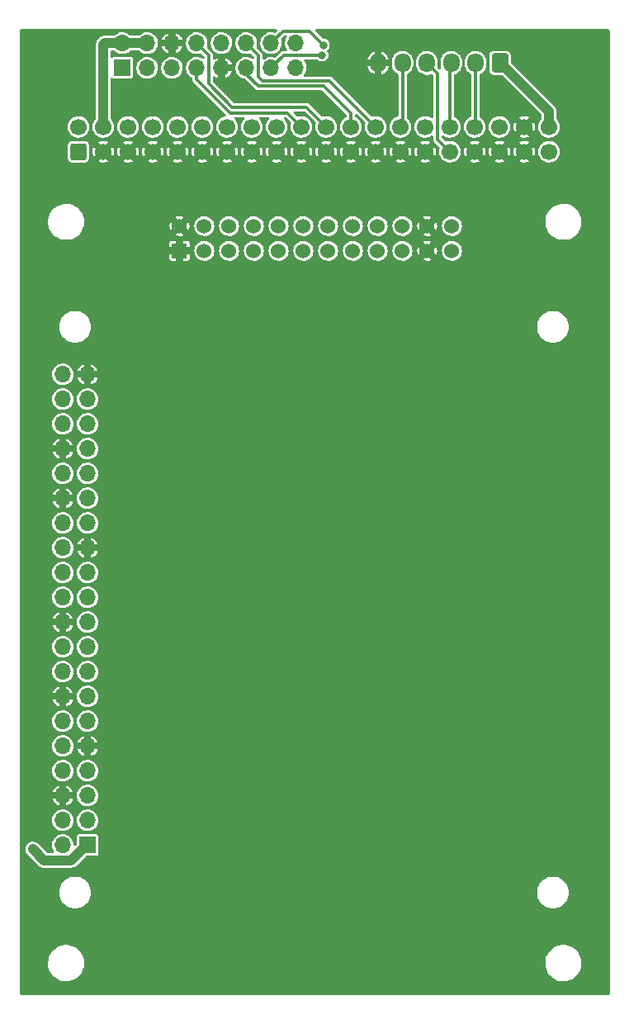
<source format=gbr>
%TF.GenerationSoftware,KiCad,Pcbnew,(6.0.7)*%
%TF.CreationDate,2022-09-25T22:42:40-04:00*%
%TF.ProjectId,Input_Adapter,496e7075-745f-4416-9461-707465722e6b,v4*%
%TF.SameCoordinates,Original*%
%TF.FileFunction,Copper,L2,Bot*%
%TF.FilePolarity,Positive*%
%FSLAX46Y46*%
G04 Gerber Fmt 4.6, Leading zero omitted, Abs format (unit mm)*
G04 Created by KiCad (PCBNEW (6.0.7)) date 2022-09-25 22:42:40*
%MOMM*%
%LPD*%
G01*
G04 APERTURE LIST*
G04 Aperture macros list*
%AMRoundRect*
0 Rectangle with rounded corners*
0 $1 Rounding radius*
0 $2 $3 $4 $5 $6 $7 $8 $9 X,Y pos of 4 corners*
0 Add a 4 corners polygon primitive as box body*
4,1,4,$2,$3,$4,$5,$6,$7,$8,$9,$2,$3,0*
0 Add four circle primitives for the rounded corners*
1,1,$1+$1,$2,$3*
1,1,$1+$1,$4,$5*
1,1,$1+$1,$6,$7*
1,1,$1+$1,$8,$9*
0 Add four rect primitives between the rounded corners*
20,1,$1+$1,$2,$3,$4,$5,0*
20,1,$1+$1,$4,$5,$6,$7,0*
20,1,$1+$1,$6,$7,$8,$9,0*
20,1,$1+$1,$8,$9,$2,$3,0*%
G04 Aperture macros list end*
%TA.AperFunction,ComponentPad*%
%ADD10O,1.700000X1.700000*%
%TD*%
%TA.AperFunction,ComponentPad*%
%ADD11R,1.700000X1.700000*%
%TD*%
%TA.AperFunction,ComponentPad*%
%ADD12R,1.530000X1.530000*%
%TD*%
%TA.AperFunction,ComponentPad*%
%ADD13C,1.530000*%
%TD*%
%TA.AperFunction,ComponentPad*%
%ADD14RoundRect,0.250000X0.600000X-0.600000X0.600000X0.600000X-0.600000X0.600000X-0.600000X-0.600000X0*%
%TD*%
%TA.AperFunction,ComponentPad*%
%ADD15C,1.700000*%
%TD*%
%TA.AperFunction,ComponentPad*%
%ADD16RoundRect,0.250000X0.600000X0.725000X-0.600000X0.725000X-0.600000X-0.725000X0.600000X-0.725000X0*%
%TD*%
%TA.AperFunction,ComponentPad*%
%ADD17O,1.700000X1.950000*%
%TD*%
%TA.AperFunction,ViaPad*%
%ADD18C,0.800000*%
%TD*%
%TA.AperFunction,Conductor*%
%ADD19C,0.350000*%
%TD*%
%TA.AperFunction,Conductor*%
%ADD20C,1.000000*%
%TD*%
G04 APERTURE END LIST*
D10*
%TO.P,J1,40,GPIO21/SCLK1*%
%TO.N,unconnected-(J1-Pad40)*%
X103660000Y-68140000D03*
%TO.P,J1,39,GND*%
%TO.N,GND*%
X106200000Y-68140000D03*
%TO.P,J1,38,GPIO20/MOSI1*%
%TO.N,unconnected-(J1-Pad38)*%
X103660000Y-70680000D03*
%TO.P,J1,37,GPIO26*%
%TO.N,unconnected-(J1-Pad37)*%
X106200000Y-70680000D03*
%TO.P,J1,36,GPIO16*%
%TO.N,unconnected-(J1-Pad36)*%
X103660000Y-73220000D03*
%TO.P,J1,35,GPIO19/MISO1*%
%TO.N,unconnected-(J1-Pad35)*%
X106200000Y-73220000D03*
%TO.P,J1,34,GND*%
%TO.N,GND*%
X103660000Y-75760000D03*
%TO.P,J1,33,PWM1/GPIO13*%
%TO.N,unconnected-(J1-Pad33)*%
X106200000Y-75760000D03*
%TO.P,J1,32,PWM0/GPIO12*%
%TO.N,unconnected-(J1-Pad32)*%
X103660000Y-78300000D03*
%TO.P,J1,31,GCLK2/GPIO6*%
%TO.N,unconnected-(J1-Pad31)*%
X106200000Y-78300000D03*
%TO.P,J1,30,GND*%
%TO.N,GND*%
X103660000Y-80840000D03*
%TO.P,J1,29,GCLK1/GPIO5*%
%TO.N,OUT17*%
X106200000Y-80840000D03*
%TO.P,J1,28,ID_SC/GPIO1*%
%TO.N,OUT18*%
X103660000Y-83380000D03*
%TO.P,J1,27,ID_SD/GPIO0*%
%TO.N,OUT19*%
X106200000Y-83380000D03*
%TO.P,J1,26,~{CE1}/GPIO7*%
%TO.N,OUT20*%
X103660000Y-85920000D03*
%TO.P,J1,25,GND*%
%TO.N,GND*%
X106200000Y-85920000D03*
%TO.P,J1,24,~{CE0}/GPIO8*%
%TO.N,OUT21*%
X103660000Y-88460000D03*
%TO.P,J1,23,SCLK0/GPIO11*%
%TO.N,OUT22*%
X106200000Y-88460000D03*
%TO.P,J1,22,GPIO25*%
%TO.N,OUT23*%
X103660000Y-91000000D03*
%TO.P,J1,21,MISO0/GPIO9*%
%TO.N,OUT24*%
X106200000Y-91000000D03*
%TO.P,J1,20,GND*%
%TO.N,GND*%
X103660000Y-93540000D03*
%TO.P,J1,19,MOSI0/GPIO10*%
%TO.N,OUT25*%
X106200000Y-93540000D03*
%TO.P,J1,18,GPIO24*%
%TO.N,OUT26*%
X103660000Y-96080000D03*
%TO.P,J1,17,3V3*%
%TO.N,unconnected-(J1-Pad17)*%
X106200000Y-96080000D03*
%TO.P,J1,16,GPIO23*%
%TO.N,OUT27*%
X103660000Y-98620000D03*
%TO.P,J1,15,GPIO22*%
%TO.N,OUT28*%
X106200000Y-98620000D03*
%TO.P,J1,14,GND*%
%TO.N,GND*%
X103660000Y-101160000D03*
%TO.P,J1,13,GPIO27*%
%TO.N,OUT29*%
X106200000Y-101160000D03*
%TO.P,J1,12,GPIO18/PWM0*%
%TO.N,OUT30*%
X103660000Y-103700000D03*
%TO.P,J1,11,GPIO17*%
%TO.N,OUT31*%
X106200000Y-103700000D03*
%TO.P,J1,10,GPIO15/RXD*%
%TO.N,unconnected-(J1-Pad10)*%
X103660000Y-106240000D03*
%TO.P,J1,9,GND*%
%TO.N,GND*%
X106200000Y-106240000D03*
%TO.P,J1,8,GPIO14/TXD*%
%TO.N,unconnected-(J1-Pad8)*%
X103660000Y-108780000D03*
%TO.P,J1,7,GCLK0/GPIO4*%
%TO.N,OUT32*%
X106200000Y-108780000D03*
%TO.P,J1,6,GND*%
%TO.N,GND*%
X103660000Y-111320000D03*
%TO.P,J1,5,SCL/GPIO3*%
%TO.N,unconnected-(J1-Pad5)*%
X106200000Y-111320000D03*
%TO.P,J1,4,5V*%
%TO.N,+5V*%
X103660000Y-113860000D03*
%TO.P,J1,3,SDA/GPIO2*%
%TO.N,unconnected-(J1-Pad3)*%
X106200000Y-113860000D03*
%TO.P,J1,2,5V*%
%TO.N,+5V*%
X103660000Y-116400000D03*
D11*
%TO.P,J1,1,3V3*%
%TO.N,+3V3*%
X106200000Y-116400000D03*
%TD*%
%TO.P,J5,1,Pin_1*%
%TO.N,Net-(J5-Pad1)*%
X109775000Y-36715000D03*
D10*
%TO.P,J5,2,Pin_2*%
%TO.N,+5V*%
X109775000Y-34175000D03*
%TO.P,J5,3,Pin_3*%
%TO.N,unconnected-(J5-Pad3)*%
X112315000Y-36715000D03*
%TO.P,J5,4,Pin_4*%
%TO.N,+5V*%
X112315000Y-34175000D03*
%TO.P,J5,5,Pin_5*%
%TO.N,unconnected-(J5-Pad5)*%
X114855000Y-36715000D03*
%TO.P,J5,6,Pin_6*%
%TO.N,GND*%
X114855000Y-34175000D03*
%TO.P,J5,7,Pin_7*%
%TO.N,OUT24*%
X117395000Y-36715000D03*
%TO.P,J5,8,Pin_8*%
%TO.N,OUT25*%
X117395000Y-34175000D03*
%TO.P,J5,9,Pin_9*%
%TO.N,GND*%
X119935000Y-36715000D03*
%TO.P,J5,10,Pin_10*%
%TO.N,unconnected-(J5-Pad10)*%
X119935000Y-34175000D03*
%TO.P,J5,11,Pin_11*%
%TO.N,OUT26*%
X122475000Y-36715000D03*
%TO.P,J5,12,Pin_12*%
%TO.N,OUT27*%
X122475000Y-34175000D03*
%TO.P,J5,13,Pin_13*%
%TO.N,OUT28*%
X125015000Y-36715000D03*
%TO.P,J5,14,Pin_14*%
%TO.N,OUT29*%
X125015000Y-34175000D03*
%TO.P,J5,15,Pin_15*%
%TO.N,OUT30*%
X127555000Y-36715000D03*
%TO.P,J5,16,Pin_16*%
%TO.N,OUT31*%
X127555000Y-34175000D03*
%TD*%
D12*
%TO.P,J2,1,Pin_1*%
%TO.N,GND*%
X115630000Y-55470000D03*
D13*
%TO.P,J2,2,Pin_2*%
X115630000Y-52930000D03*
%TO.P,J2,3,Pin_3*%
%TO.N,+5V*%
X118170000Y-55470000D03*
%TO.P,J2,4,Pin_4*%
X118170000Y-52930000D03*
%TO.P,J2,5,Pin_5*%
%TO.N,OUT17*%
X120710000Y-55470000D03*
%TO.P,J2,6,Pin_6*%
%TO.N,OUT18*%
X120710000Y-52930000D03*
%TO.P,J2,7,Pin_7*%
%TO.N,OUT19*%
X123250000Y-55470000D03*
%TO.P,J2,8,Pin_8*%
%TO.N,OUT20*%
X123250000Y-52930000D03*
%TO.P,J2,9,Pin_9*%
%TO.N,OUT21*%
X125790000Y-55470000D03*
%TO.P,J2,10,Pin_10*%
%TO.N,OUT22*%
X125790000Y-52930000D03*
%TO.P,J2,11,Pin_11*%
%TO.N,OUT23*%
X128330000Y-55470000D03*
%TO.P,J2,12,Pin_12*%
%TO.N,OUT24*%
X128330000Y-52930000D03*
%TO.P,J2,13,Pin_13*%
%TO.N,OUT25*%
X130870000Y-55470000D03*
%TO.P,J2,14,Pin_14*%
%TO.N,OUT26*%
X130870000Y-52930000D03*
%TO.P,J2,15,Pin_15*%
%TO.N,OUT27*%
X133410000Y-55470000D03*
%TO.P,J2,16,Pin_16*%
%TO.N,OUT28*%
X133410000Y-52930000D03*
%TO.P,J2,17,Pin_17*%
%TO.N,OUT29*%
X135950000Y-55470000D03*
%TO.P,J2,18,Pin_18*%
%TO.N,OUT30*%
X135950000Y-52930000D03*
%TO.P,J2,19,Pin_19*%
%TO.N,OUT31*%
X138490000Y-55470000D03*
%TO.P,J2,20,Pin_20*%
%TO.N,OUT32*%
X138490000Y-52930000D03*
%TO.P,J2,21,Pin_21*%
%TO.N,GND*%
X141030000Y-55470000D03*
%TO.P,J2,22,Pin_22*%
X141030000Y-52930000D03*
%TO.P,J2,23,Pin_23*%
%TO.N,unconnected-(J2-Pad23)*%
X143570000Y-55470000D03*
%TO.P,J2,24,Pin_24*%
%TO.N,unconnected-(J2-Pad24)*%
X143570000Y-52930000D03*
%TD*%
D14*
%TO.P,J3,1,Pin_1*%
%TO.N,unconnected-(J3-Pad1)*%
X105270000Y-45302500D03*
D15*
%TO.P,J3,2,Pin_2*%
%TO.N,+5V*%
X105270000Y-42762500D03*
%TO.P,J3,3,Pin_3*%
%TO.N,GND*%
X107810000Y-45302500D03*
%TO.P,J3,4,Pin_4*%
%TO.N,+5V*%
X107810000Y-42762500D03*
%TO.P,J3,5,Pin_5*%
%TO.N,GND*%
X110350000Y-45302500D03*
%TO.P,J3,6,Pin_6*%
%TO.N,OUT17*%
X110350000Y-42762500D03*
%TO.P,J3,7,Pin_7*%
%TO.N,GND*%
X112890000Y-45302500D03*
%TO.P,J3,8,Pin_8*%
%TO.N,OUT18*%
X112890000Y-42762500D03*
%TO.P,J3,9,Pin_9*%
%TO.N,GND*%
X115430000Y-45302500D03*
%TO.P,J3,10,Pin_10*%
%TO.N,OUT19*%
X115430000Y-42762500D03*
%TO.P,J3,11,Pin_11*%
%TO.N,GND*%
X117970000Y-45302500D03*
%TO.P,J3,12,Pin_12*%
%TO.N,OUT20*%
X117970000Y-42762500D03*
%TO.P,J3,13,Pin_13*%
%TO.N,GND*%
X120510000Y-45302500D03*
%TO.P,J3,14,Pin_14*%
%TO.N,OUT21*%
X120510000Y-42762500D03*
%TO.P,J3,15,Pin_15*%
%TO.N,GND*%
X123050000Y-45302500D03*
%TO.P,J3,16,Pin_16*%
%TO.N,OUT22*%
X123050000Y-42762500D03*
%TO.P,J3,17,Pin_17*%
%TO.N,GND*%
X125590000Y-45302500D03*
%TO.P,J3,18,Pin_18*%
%TO.N,OUT23*%
X125590000Y-42762500D03*
%TO.P,J3,19,Pin_19*%
%TO.N,GND*%
X128130000Y-45302500D03*
%TO.P,J3,20,Pin_20*%
%TO.N,OUT24*%
X128130000Y-42762500D03*
%TO.P,J3,21,Pin_21*%
%TO.N,GND*%
X130670000Y-45302500D03*
%TO.P,J3,22,Pin_22*%
%TO.N,OUT25*%
X130670000Y-42762500D03*
%TO.P,J3,23,Pin_23*%
%TO.N,GND*%
X133210000Y-45302500D03*
%TO.P,J3,24,Pin_24*%
%TO.N,OUT26*%
X133210000Y-42762500D03*
%TO.P,J3,25,Pin_25*%
%TO.N,GND*%
X135750000Y-45302500D03*
%TO.P,J3,26,Pin_26*%
%TO.N,OUT27*%
X135750000Y-42762500D03*
%TO.P,J3,27,Pin_27*%
%TO.N,GND*%
X138290000Y-45302500D03*
%TO.P,J3,28,Pin_28*%
%TO.N,OUT28*%
X138290000Y-42762500D03*
%TO.P,J3,29,Pin_29*%
%TO.N,GND*%
X140830000Y-45302500D03*
%TO.P,J3,30,Pin_30*%
%TO.N,unconnected-(J3-Pad30)*%
X140830000Y-42762500D03*
%TO.P,J3,31,Pin_31*%
%TO.N,OUT29*%
X143370000Y-45302500D03*
%TO.P,J3,32,Pin_32*%
%TO.N,OUT30*%
X143370000Y-42762500D03*
%TO.P,J3,33,Pin_33*%
%TO.N,GND*%
X145910000Y-45302500D03*
%TO.P,J3,34,Pin_34*%
%TO.N,OUT31*%
X145910000Y-42762500D03*
%TO.P,J3,35,Pin_35*%
%TO.N,GND*%
X148450000Y-45302500D03*
%TO.P,J3,36,Pin_36*%
%TO.N,OUT32*%
X148450000Y-42762500D03*
%TO.P,J3,37,Pin_37*%
%TO.N,GND*%
X150990000Y-45302500D03*
%TO.P,J3,38,Pin_38*%
X150990000Y-42762500D03*
%TO.P,J3,39,Pin_39*%
%TO.N,+5V*%
X153530000Y-45302500D03*
%TO.P,J3,40,Pin_40*%
X153530000Y-42762500D03*
%TD*%
D16*
%TO.P,J4,1,Pin_1*%
%TO.N,+5V*%
X148500000Y-36200000D03*
D17*
%TO.P,J4,2,Pin_2*%
%TO.N,OUT31*%
X146000000Y-36200000D03*
%TO.P,J4,3,Pin_3*%
%TO.N,OUT30*%
X143500000Y-36200000D03*
%TO.P,J4,4,Pin_4*%
%TO.N,OUT29*%
X141000000Y-36200000D03*
%TO.P,J4,5,Pin_5*%
%TO.N,OUT28*%
X138500000Y-36200000D03*
%TO.P,J4,6,Pin_6*%
%TO.N,GND*%
X136000000Y-36200000D03*
%TD*%
D18*
%TO.N,OUT28*%
X130240000Y-35410000D03*
%TO.N,GND*%
X145760000Y-34040000D03*
X106200000Y-38320000D03*
X132340000Y-37530000D03*
X121700000Y-38750000D03*
X110210000Y-38770000D03*
X116270000Y-38790000D03*
%TO.N,+3V3*%
X100570000Y-116810000D03*
%TO.N,OUT29*%
X130380000Y-34380000D03*
%TO.N,GND*%
X148000000Y-83000000D03*
X140000000Y-119000000D03*
X142550000Y-51000000D03*
X109950000Y-125530000D03*
X145590000Y-87970000D03*
X130000000Y-120000000D03*
X119300000Y-57500000D03*
X101669500Y-41731754D03*
X131990000Y-96160000D03*
X114000000Y-73400000D03*
X120000000Y-120000000D03*
X148850000Y-52970000D03*
X158000000Y-121000000D03*
X148000000Y-96000000D03*
X108650000Y-78900000D03*
X155650000Y-45550000D03*
X158000000Y-71000000D03*
X158300000Y-33950000D03*
X140000000Y-108000000D03*
X112240000Y-107620000D03*
X129950000Y-125530000D03*
X141000000Y-76000000D03*
X156150000Y-42350000D03*
X112240000Y-108920000D03*
X110790000Y-113420000D03*
X120240000Y-107320000D03*
X158000000Y-83000000D03*
X110340000Y-107970000D03*
X123510000Y-104310000D03*
X158000000Y-108000000D03*
X154550000Y-33950000D03*
X158000000Y-50000000D03*
X149000000Y-108000000D03*
X120290000Y-105720000D03*
X158000000Y-60000000D03*
X110340000Y-111020000D03*
X130000000Y-108000000D03*
X148000000Y-71000000D03*
X141050000Y-57600000D03*
X106000000Y-34000000D03*
X102764410Y-48195685D03*
X140000000Y-96000000D03*
X118020000Y-115560000D03*
X119950000Y-125530000D03*
X134810000Y-98970000D03*
X110790000Y-114670000D03*
X148950000Y-125530000D03*
X119400000Y-68200000D03*
X143000000Y-85000000D03*
X144000000Y-71000000D03*
X101000000Y-34000000D03*
X120600000Y-96200000D03*
X101669500Y-46192286D03*
X112440000Y-115020000D03*
X134850000Y-82150000D03*
X149000000Y-119000000D03*
X118890000Y-105720000D03*
X139950000Y-125530000D03*
X144000000Y-62000000D03*
X110340000Y-109570000D03*
X147510000Y-54980000D03*
X113650000Y-51100000D03*
X127250000Y-89450000D03*
X158000000Y-96000000D03*
X110340000Y-112420000D03*
X110000000Y-120000000D03*
X101669500Y-58500000D03*
X126420000Y-107310000D03*
X110390000Y-106570000D03*
X141000000Y-61400000D03*
X118840000Y-107320000D03*
X148000000Y-62000000D03*
X154750000Y-40100000D03*
%TD*%
D19*
%TO.N,OUT29*%
X128950000Y-32950000D02*
X130380000Y-34380000D01*
X126240000Y-32950000D02*
X128950000Y-32950000D01*
X125015000Y-34175000D02*
X126240000Y-32950000D01*
%TO.N,OUT26*%
X122475000Y-37355000D02*
X122475000Y-36715000D01*
X123719501Y-38599501D02*
X122475000Y-37355000D01*
X130419501Y-38599501D02*
X123719501Y-38599501D01*
X133210000Y-42762500D02*
X133210000Y-41390000D01*
X133210000Y-41390000D02*
X130419501Y-38599501D01*
%TO.N,OUT27*%
X131037500Y-38050000D02*
X135750000Y-42762500D01*
X124130000Y-38050000D02*
X131037500Y-38050000D01*
X123700000Y-37620000D02*
X124130000Y-38050000D01*
X122475000Y-34175000D02*
X123700000Y-35400000D01*
X123700000Y-35400000D02*
X123700000Y-37620000D01*
%TO.N,OUT28*%
X126320000Y-35410000D02*
X125015000Y-36715000D01*
X130240000Y-35410000D02*
X126320000Y-35410000D01*
D20*
%TO.N,+3V3*%
X106070000Y-116400000D02*
X106200000Y-116400000D01*
X104520000Y-117950000D02*
X106070000Y-116400000D01*
X101710000Y-117950000D02*
X104520000Y-117950000D01*
X100570000Y-116810000D02*
X101710000Y-117950000D01*
D19*
%TO.N,OUT25*%
X128667500Y-40760000D02*
X130670000Y-42762500D01*
X121040000Y-40760000D02*
X128667500Y-40760000D01*
X118620000Y-35400000D02*
X118620000Y-38340000D01*
X118620000Y-38340000D02*
X121040000Y-40760000D01*
X117395000Y-34175000D02*
X118620000Y-35400000D01*
%TO.N,OUT24*%
X120807919Y-41330000D02*
X126697500Y-41330000D01*
X126697500Y-41330000D02*
X128130000Y-42762500D01*
X117395000Y-36715000D02*
X117395000Y-37917081D01*
X117395000Y-37917081D02*
X120807919Y-41330000D01*
D20*
%TO.N,+5V*%
X112315000Y-34175000D02*
X109775000Y-34175000D01*
X107810000Y-34310000D02*
X107945000Y-34175000D01*
X107945000Y-34175000D02*
X109775000Y-34175000D01*
X107810000Y-42762500D02*
X107810000Y-34310000D01*
D19*
%TO.N,OUT28*%
X138500000Y-36200000D02*
X138500000Y-42552500D01*
X138500000Y-42552500D02*
X138290000Y-42762500D01*
%TO.N,OUT29*%
X143370000Y-45302500D02*
X142100000Y-44032500D01*
X142100000Y-37300000D02*
X141000000Y-36200000D01*
X142100000Y-44032500D02*
X142100000Y-37300000D01*
%TO.N,OUT30*%
X143370000Y-36330000D02*
X143500000Y-36200000D01*
X143370000Y-42762500D02*
X143370000Y-36330000D01*
%TO.N,OUT31*%
X146000000Y-36200000D02*
X146000000Y-42672500D01*
X145910000Y-42762500D02*
X145910000Y-42612500D01*
X146000000Y-42672500D02*
X145910000Y-42762500D01*
D20*
%TO.N,+5V*%
X153530000Y-41180000D02*
X148550000Y-36200000D01*
X153530000Y-42762500D02*
X153530000Y-41180000D01*
X148550000Y-36200000D02*
X148500000Y-36200000D01*
%TD*%
%TA.AperFunction,Conductor*%
%TO.N,GND*%
G36*
X125592026Y-32774502D02*
G01*
X125638519Y-32828158D01*
X125648623Y-32898432D01*
X125619129Y-32963012D01*
X125613000Y-32969595D01*
X125489599Y-33092996D01*
X125427287Y-33127022D01*
X125353815Y-33120931D01*
X125335407Y-33113587D01*
X125335401Y-33113585D01*
X125330039Y-33111446D01*
X125324379Y-33110320D01*
X125324375Y-33110319D01*
X125136613Y-33072971D01*
X125136610Y-33072971D01*
X125130946Y-33071844D01*
X125125171Y-33071768D01*
X125125167Y-33071768D01*
X125023793Y-33070441D01*
X124927971Y-33069187D01*
X124922274Y-33070166D01*
X124922273Y-33070166D01*
X124733607Y-33102585D01*
X124727910Y-33103564D01*
X124537463Y-33173824D01*
X124363010Y-33277612D01*
X124358670Y-33281418D01*
X124358666Y-33281421D01*
X124224022Y-33399502D01*
X124210392Y-33411455D01*
X124084720Y-33570869D01*
X124082031Y-33575980D01*
X124082029Y-33575983D01*
X124070683Y-33597548D01*
X123990203Y-33750515D01*
X123930007Y-33944378D01*
X123906148Y-34145964D01*
X123919424Y-34348522D01*
X123920845Y-34354118D01*
X123920846Y-34354123D01*
X123965991Y-34531876D01*
X123969392Y-34545269D01*
X123971809Y-34550512D01*
X124042475Y-34703798D01*
X124054377Y-34729616D01*
X124171533Y-34895389D01*
X124175675Y-34899424D01*
X124258363Y-34979974D01*
X124316938Y-35037035D01*
X124321742Y-35040245D01*
X124321923Y-35040366D01*
X124485720Y-35149812D01*
X124491023Y-35152090D01*
X124491026Y-35152092D01*
X124666921Y-35227662D01*
X124672228Y-35229942D01*
X124741564Y-35245631D01*
X124864579Y-35273467D01*
X124864584Y-35273468D01*
X124870216Y-35274742D01*
X124875987Y-35274969D01*
X124875989Y-35274969D01*
X124935756Y-35277317D01*
X125073053Y-35282712D01*
X125174023Y-35268072D01*
X125268231Y-35254413D01*
X125268236Y-35254412D01*
X125273945Y-35253584D01*
X125279409Y-35251729D01*
X125279414Y-35251728D01*
X125460693Y-35190192D01*
X125460698Y-35190190D01*
X125466165Y-35188334D01*
X125472019Y-35185056D01*
X125552573Y-35139943D01*
X125643276Y-35089147D01*
X125667276Y-35069187D01*
X125794913Y-34963031D01*
X125799345Y-34959345D01*
X125920264Y-34813957D01*
X125925453Y-34807718D01*
X125925455Y-34807715D01*
X125929147Y-34803276D01*
X126028334Y-34626165D01*
X126030190Y-34620698D01*
X126030192Y-34620693D01*
X126091728Y-34439414D01*
X126091729Y-34439409D01*
X126093584Y-34433945D01*
X126094412Y-34428236D01*
X126094413Y-34428231D01*
X126122179Y-34236727D01*
X126122712Y-34233053D01*
X126124232Y-34175000D01*
X126111707Y-34038693D01*
X126106187Y-33978613D01*
X126106186Y-33978605D01*
X126105658Y-33972859D01*
X126099282Y-33950251D01*
X126063863Y-33824664D01*
X126064623Y-33753672D01*
X126096037Y-33701368D01*
X126381000Y-33416405D01*
X126443312Y-33382379D01*
X126470095Y-33379500D01*
X126517564Y-33379500D01*
X126585685Y-33399502D01*
X126632178Y-33453158D01*
X126642282Y-33523432D01*
X126624502Y-33570754D01*
X126624720Y-33570869D01*
X126530203Y-33750515D01*
X126470007Y-33944378D01*
X126446148Y-34145964D01*
X126459424Y-34348522D01*
X126460845Y-34354118D01*
X126460846Y-34354123D01*
X126505991Y-34531876D01*
X126509392Y-34545269D01*
X126511809Y-34550512D01*
X126582475Y-34703798D01*
X126594377Y-34729616D01*
X126597710Y-34734332D01*
X126631243Y-34781780D01*
X126654224Y-34848954D01*
X126637240Y-34917889D01*
X126585683Y-34966699D01*
X126528346Y-34980500D01*
X126352969Y-34980500D01*
X126338159Y-34979627D01*
X126334188Y-34979157D01*
X126306357Y-34975863D01*
X126297093Y-34977555D01*
X126297092Y-34977555D01*
X126251417Y-34985897D01*
X126247513Y-34986547D01*
X126192283Y-34994850D01*
X126186076Y-34997831D01*
X126179306Y-34999067D01*
X126170950Y-35003407D01*
X126170943Y-35003410D01*
X126129727Y-35024821D01*
X126126250Y-35026559D01*
X126075859Y-35050757D01*
X126070804Y-35055429D01*
X126064695Y-35058603D01*
X126059879Y-35062716D01*
X126024442Y-35098153D01*
X126020876Y-35101582D01*
X125981019Y-35138425D01*
X125977463Y-35144547D01*
X125972443Y-35150152D01*
X125489599Y-35632996D01*
X125427287Y-35667022D01*
X125353815Y-35660931D01*
X125335407Y-35653587D01*
X125335401Y-35653585D01*
X125330039Y-35651446D01*
X125324379Y-35650320D01*
X125324375Y-35650319D01*
X125136613Y-35612971D01*
X125136610Y-35612971D01*
X125130946Y-35611844D01*
X125125171Y-35611768D01*
X125125167Y-35611768D01*
X125023793Y-35610441D01*
X124927971Y-35609187D01*
X124922274Y-35610166D01*
X124922273Y-35610166D01*
X124733607Y-35642585D01*
X124727910Y-35643564D01*
X124537463Y-35713824D01*
X124363010Y-35817612D01*
X124358667Y-35821421D01*
X124358660Y-35821426D01*
X124338577Y-35839038D01*
X124274173Y-35868915D01*
X124203840Y-35859229D01*
X124149909Y-35813056D01*
X124129500Y-35744306D01*
X124129500Y-35432969D01*
X124130373Y-35418159D01*
X124133030Y-35395709D01*
X124134137Y-35386357D01*
X124132445Y-35377094D01*
X124132445Y-35377087D01*
X124124102Y-35331410D01*
X124123451Y-35327502D01*
X124116551Y-35281601D01*
X124116551Y-35281600D01*
X124115150Y-35272283D01*
X124112169Y-35266076D01*
X124110933Y-35259307D01*
X124085201Y-35209770D01*
X124083434Y-35206233D01*
X124063324Y-35164355D01*
X124063320Y-35164349D01*
X124059243Y-35155859D01*
X124054570Y-35150804D01*
X124051397Y-35144695D01*
X124047284Y-35139879D01*
X124011847Y-35104442D01*
X124008417Y-35100875D01*
X123977968Y-35067935D01*
X123971575Y-35061019D01*
X123965453Y-35057463D01*
X123959848Y-35052443D01*
X123555201Y-34647796D01*
X123521175Y-34585484D01*
X123524983Y-34518201D01*
X123553584Y-34433945D01*
X123554412Y-34428236D01*
X123554413Y-34428231D01*
X123582179Y-34236727D01*
X123582712Y-34233053D01*
X123584232Y-34175000D01*
X123571707Y-34038693D01*
X123566187Y-33978613D01*
X123566186Y-33978605D01*
X123565658Y-33972859D01*
X123559282Y-33950251D01*
X123512125Y-33783046D01*
X123512124Y-33783044D01*
X123510557Y-33777487D01*
X123503233Y-33762634D01*
X123423331Y-33600609D01*
X123420776Y-33595428D01*
X123417320Y-33590799D01*
X123367014Y-33523432D01*
X123299320Y-33432779D01*
X123150258Y-33294987D01*
X123145375Y-33291906D01*
X123145371Y-33291903D01*
X122999728Y-33200010D01*
X122978581Y-33186667D01*
X122790039Y-33111446D01*
X122784379Y-33110320D01*
X122784375Y-33110319D01*
X122596613Y-33072971D01*
X122596610Y-33072971D01*
X122590946Y-33071844D01*
X122585171Y-33071768D01*
X122585167Y-33071768D01*
X122483793Y-33070441D01*
X122387971Y-33069187D01*
X122382274Y-33070166D01*
X122382273Y-33070166D01*
X122193607Y-33102585D01*
X122187910Y-33103564D01*
X121997463Y-33173824D01*
X121823010Y-33277612D01*
X121818670Y-33281418D01*
X121818666Y-33281421D01*
X121684022Y-33399502D01*
X121670392Y-33411455D01*
X121544720Y-33570869D01*
X121542031Y-33575980D01*
X121542029Y-33575983D01*
X121530683Y-33597548D01*
X121450203Y-33750515D01*
X121390007Y-33944378D01*
X121366148Y-34145964D01*
X121379424Y-34348522D01*
X121380845Y-34354118D01*
X121380846Y-34354123D01*
X121425991Y-34531876D01*
X121429392Y-34545269D01*
X121431809Y-34550512D01*
X121502475Y-34703798D01*
X121514377Y-34729616D01*
X121631533Y-34895389D01*
X121635675Y-34899424D01*
X121718363Y-34979974D01*
X121776938Y-35037035D01*
X121781742Y-35040245D01*
X121781923Y-35040366D01*
X121945720Y-35149812D01*
X121951023Y-35152090D01*
X121951026Y-35152092D01*
X122126921Y-35227662D01*
X122132228Y-35229942D01*
X122201564Y-35245631D01*
X122324579Y-35273467D01*
X122324584Y-35273468D01*
X122330216Y-35274742D01*
X122335987Y-35274969D01*
X122335989Y-35274969D01*
X122395756Y-35277317D01*
X122533053Y-35282712D01*
X122634023Y-35268072D01*
X122728231Y-35254413D01*
X122728236Y-35254412D01*
X122733945Y-35253584D01*
X122741708Y-35250949D01*
X122774542Y-35239803D01*
X122818201Y-35224983D01*
X122889134Y-35222027D01*
X122947796Y-35255201D01*
X123233595Y-35541000D01*
X123267621Y-35603312D01*
X123270500Y-35630095D01*
X123270500Y-35682370D01*
X123250498Y-35750491D01*
X123196842Y-35796984D01*
X123126568Y-35807088D01*
X123077265Y-35788932D01*
X123040770Y-35765905D01*
X122978581Y-35726667D01*
X122790039Y-35651446D01*
X122784379Y-35650320D01*
X122784375Y-35650319D01*
X122596613Y-35612971D01*
X122596610Y-35612971D01*
X122590946Y-35611844D01*
X122585171Y-35611768D01*
X122585167Y-35611768D01*
X122483793Y-35610441D01*
X122387971Y-35609187D01*
X122382274Y-35610166D01*
X122382273Y-35610166D01*
X122193607Y-35642585D01*
X122187910Y-35643564D01*
X121997463Y-35713824D01*
X121823010Y-35817612D01*
X121818670Y-35821418D01*
X121818666Y-35821421D01*
X121723383Y-35904983D01*
X121670392Y-35951455D01*
X121544720Y-36110869D01*
X121542031Y-36115980D01*
X121542029Y-36115983D01*
X121529073Y-36140609D01*
X121450203Y-36290515D01*
X121390007Y-36484378D01*
X121366148Y-36685964D01*
X121379424Y-36888522D01*
X121380845Y-36894118D01*
X121380846Y-36894123D01*
X121410951Y-37012660D01*
X121429392Y-37085269D01*
X121431809Y-37090512D01*
X121467527Y-37167990D01*
X121514377Y-37269616D01*
X121523794Y-37282941D01*
X121623295Y-37423732D01*
X121631533Y-37435389D01*
X121635675Y-37439424D01*
X121692267Y-37494553D01*
X121776938Y-37577035D01*
X121781742Y-37580245D01*
X121845838Y-37623073D01*
X121945720Y-37689812D01*
X121951023Y-37692090D01*
X121951026Y-37692092D01*
X122119212Y-37764350D01*
X122132228Y-37769942D01*
X122240375Y-37794413D01*
X122290968Y-37805861D01*
X122352255Y-37839659D01*
X123392483Y-38879887D01*
X123402338Y-38890976D01*
X123422167Y-38916129D01*
X123468121Y-38947889D01*
X123471326Y-38950180D01*
X123516255Y-38983366D01*
X123522752Y-38985648D01*
X123528413Y-38989560D01*
X123537388Y-38992398D01*
X123537387Y-38992398D01*
X123581647Y-39006396D01*
X123585398Y-39007648D01*
X123629224Y-39023038D01*
X123629229Y-39023039D01*
X123638111Y-39026158D01*
X123644991Y-39026428D01*
X123651554Y-39028504D01*
X123657868Y-39029001D01*
X123707985Y-39029001D01*
X123712931Y-39029098D01*
X123767164Y-39031229D01*
X123774007Y-39029414D01*
X123781520Y-39029001D01*
X130189407Y-39029001D01*
X130257528Y-39049003D01*
X130278502Y-39065906D01*
X132743595Y-41531000D01*
X132777621Y-41593312D01*
X132780500Y-41620095D01*
X132780500Y-41661094D01*
X132760498Y-41729215D01*
X132718923Y-41769379D01*
X132562978Y-41862156D01*
X132562977Y-41862157D01*
X132558010Y-41865112D01*
X132553670Y-41868918D01*
X132553666Y-41868921D01*
X132412577Y-41992654D01*
X132405392Y-41998955D01*
X132279720Y-42158369D01*
X132277031Y-42163480D01*
X132277029Y-42163483D01*
X132264073Y-42188109D01*
X132185203Y-42338015D01*
X132125007Y-42531878D01*
X132101148Y-42733464D01*
X132114424Y-42936022D01*
X132115845Y-42941618D01*
X132115846Y-42941623D01*
X132136119Y-43021445D01*
X132164392Y-43132769D01*
X132166809Y-43138012D01*
X132230396Y-43275944D01*
X132249377Y-43317116D01*
X132366533Y-43482889D01*
X132511938Y-43624535D01*
X132680720Y-43737312D01*
X132686023Y-43739590D01*
X132686026Y-43739592D01*
X132774707Y-43777692D01*
X132867228Y-43817442D01*
X132919138Y-43829188D01*
X133059579Y-43860967D01*
X133059584Y-43860968D01*
X133065216Y-43862242D01*
X133070987Y-43862469D01*
X133070989Y-43862469D01*
X133130756Y-43864817D01*
X133268053Y-43870212D01*
X133368499Y-43855648D01*
X133463231Y-43841913D01*
X133463236Y-43841912D01*
X133468945Y-43841084D01*
X133474409Y-43839229D01*
X133474414Y-43839228D01*
X133655693Y-43777692D01*
X133655698Y-43777690D01*
X133661165Y-43775834D01*
X133673692Y-43768819D01*
X133735683Y-43734102D01*
X133838276Y-43676647D01*
X133843934Y-43671942D01*
X133989913Y-43550531D01*
X133994345Y-43546845D01*
X134124147Y-43390776D01*
X134208624Y-43239932D01*
X134220510Y-43218708D01*
X134220511Y-43218706D01*
X134223334Y-43213665D01*
X134225190Y-43208198D01*
X134225192Y-43208193D01*
X134286728Y-43026914D01*
X134286729Y-43026909D01*
X134288584Y-43021445D01*
X134289412Y-43015736D01*
X134289413Y-43015731D01*
X134317179Y-42824227D01*
X134317712Y-42820553D01*
X134319232Y-42762500D01*
X134307797Y-42638051D01*
X134301187Y-42566113D01*
X134301186Y-42566110D01*
X134300658Y-42560359D01*
X134294273Y-42537721D01*
X134247125Y-42370546D01*
X134247124Y-42370544D01*
X134245557Y-42364987D01*
X134235076Y-42343732D01*
X134158331Y-42188109D01*
X134155776Y-42182928D01*
X134034320Y-42020279D01*
X133885258Y-41882487D01*
X133880375Y-41879406D01*
X133880371Y-41879403D01*
X133718468Y-41777250D01*
X133718464Y-41777248D01*
X133713581Y-41774167D01*
X133708280Y-41772052D01*
X133656682Y-41723319D01*
X133639500Y-41659801D01*
X133639500Y-41563594D01*
X133659502Y-41495473D01*
X133713158Y-41448980D01*
X133783432Y-41438876D01*
X133848012Y-41468370D01*
X133854595Y-41474499D01*
X134669724Y-42289628D01*
X134703750Y-42351940D01*
X134700962Y-42416084D01*
X134665007Y-42531878D01*
X134641148Y-42733464D01*
X134654424Y-42936022D01*
X134655845Y-42941618D01*
X134655846Y-42941623D01*
X134676119Y-43021445D01*
X134704392Y-43132769D01*
X134706809Y-43138012D01*
X134770396Y-43275944D01*
X134789377Y-43317116D01*
X134906533Y-43482889D01*
X135051938Y-43624535D01*
X135220720Y-43737312D01*
X135226023Y-43739590D01*
X135226026Y-43739592D01*
X135314707Y-43777692D01*
X135407228Y-43817442D01*
X135459138Y-43829188D01*
X135599579Y-43860967D01*
X135599584Y-43860968D01*
X135605216Y-43862242D01*
X135610987Y-43862469D01*
X135610989Y-43862469D01*
X135670756Y-43864817D01*
X135808053Y-43870212D01*
X135908499Y-43855648D01*
X136003231Y-43841913D01*
X136003236Y-43841912D01*
X136008945Y-43841084D01*
X136014409Y-43839229D01*
X136014414Y-43839228D01*
X136195693Y-43777692D01*
X136195698Y-43777690D01*
X136201165Y-43775834D01*
X136213692Y-43768819D01*
X136275683Y-43734102D01*
X136378276Y-43676647D01*
X136383934Y-43671942D01*
X136529913Y-43550531D01*
X136534345Y-43546845D01*
X136664147Y-43390776D01*
X136748624Y-43239932D01*
X136760510Y-43218708D01*
X136760511Y-43218706D01*
X136763334Y-43213665D01*
X136765190Y-43208198D01*
X136765192Y-43208193D01*
X136826728Y-43026914D01*
X136826729Y-43026909D01*
X136828584Y-43021445D01*
X136829412Y-43015736D01*
X136829413Y-43015731D01*
X136857179Y-42824227D01*
X136857712Y-42820553D01*
X136859232Y-42762500D01*
X136856564Y-42733464D01*
X137181148Y-42733464D01*
X137194424Y-42936022D01*
X137195845Y-42941618D01*
X137195846Y-42941623D01*
X137216119Y-43021445D01*
X137244392Y-43132769D01*
X137246809Y-43138012D01*
X137310396Y-43275944D01*
X137329377Y-43317116D01*
X137446533Y-43482889D01*
X137591938Y-43624535D01*
X137760720Y-43737312D01*
X137766023Y-43739590D01*
X137766026Y-43739592D01*
X137854707Y-43777692D01*
X137947228Y-43817442D01*
X137999138Y-43829188D01*
X138139579Y-43860967D01*
X138139584Y-43860968D01*
X138145216Y-43862242D01*
X138150987Y-43862469D01*
X138150989Y-43862469D01*
X138210756Y-43864817D01*
X138348053Y-43870212D01*
X138448499Y-43855648D01*
X138543231Y-43841913D01*
X138543236Y-43841912D01*
X138548945Y-43841084D01*
X138554409Y-43839229D01*
X138554414Y-43839228D01*
X138735693Y-43777692D01*
X138735698Y-43777690D01*
X138741165Y-43775834D01*
X138753692Y-43768819D01*
X138815683Y-43734102D01*
X138918276Y-43676647D01*
X138923934Y-43671942D01*
X139069913Y-43550531D01*
X139074345Y-43546845D01*
X139204147Y-43390776D01*
X139288624Y-43239932D01*
X139300510Y-43218708D01*
X139300511Y-43218706D01*
X139303334Y-43213665D01*
X139305190Y-43208198D01*
X139305192Y-43208193D01*
X139366728Y-43026914D01*
X139366729Y-43026909D01*
X139368584Y-43021445D01*
X139369412Y-43015736D01*
X139369413Y-43015731D01*
X139397179Y-42824227D01*
X139397712Y-42820553D01*
X139399232Y-42762500D01*
X139396564Y-42733464D01*
X139721148Y-42733464D01*
X139734424Y-42936022D01*
X139735845Y-42941618D01*
X139735846Y-42941623D01*
X139756119Y-43021445D01*
X139784392Y-43132769D01*
X139786809Y-43138012D01*
X139850396Y-43275944D01*
X139869377Y-43317116D01*
X139986533Y-43482889D01*
X140131938Y-43624535D01*
X140300720Y-43737312D01*
X140306023Y-43739590D01*
X140306026Y-43739592D01*
X140394707Y-43777692D01*
X140487228Y-43817442D01*
X140539138Y-43829188D01*
X140679579Y-43860967D01*
X140679584Y-43860968D01*
X140685216Y-43862242D01*
X140690987Y-43862469D01*
X140690989Y-43862469D01*
X140750756Y-43864817D01*
X140888053Y-43870212D01*
X140988499Y-43855648D01*
X141083231Y-43841913D01*
X141083236Y-43841912D01*
X141088945Y-43841084D01*
X141094409Y-43839229D01*
X141094414Y-43839228D01*
X141275693Y-43777692D01*
X141275698Y-43777690D01*
X141281165Y-43775834D01*
X141293692Y-43768819D01*
X141355683Y-43734102D01*
X141458276Y-43676647D01*
X141462718Y-43672953D01*
X141462728Y-43672946D01*
X141463935Y-43671942D01*
X141464619Y-43671646D01*
X141467483Y-43669678D01*
X141467870Y-43670241D01*
X141529100Y-43643764D01*
X141599155Y-43655290D01*
X141651857Y-43702861D01*
X141670500Y-43768819D01*
X141670500Y-43999531D01*
X141669627Y-44014341D01*
X141665863Y-44046143D01*
X141667555Y-44055407D01*
X141667555Y-44055408D01*
X141675897Y-44101083D01*
X141676547Y-44104987D01*
X141684850Y-44160217D01*
X141687831Y-44166424D01*
X141689067Y-44173194D01*
X141693407Y-44181550D01*
X141693410Y-44181557D01*
X141714821Y-44222773D01*
X141716559Y-44226250D01*
X141740757Y-44276641D01*
X141745429Y-44281696D01*
X141748603Y-44287805D01*
X141752717Y-44292621D01*
X141788141Y-44328045D01*
X141791570Y-44331611D01*
X141828425Y-44371481D01*
X141834551Y-44375040D01*
X141840160Y-44380064D01*
X142289724Y-44829628D01*
X142323750Y-44891940D01*
X142320962Y-44956084D01*
X142285007Y-45071878D01*
X142261148Y-45273464D01*
X142274424Y-45476022D01*
X142275845Y-45481618D01*
X142275846Y-45481623D01*
X142296119Y-45561445D01*
X142324392Y-45672769D01*
X142326809Y-45678012D01*
X142390396Y-45815944D01*
X142409377Y-45857116D01*
X142412710Y-45861832D01*
X142518801Y-46011948D01*
X142526533Y-46022889D01*
X142671938Y-46164535D01*
X142840720Y-46277312D01*
X142846023Y-46279590D01*
X142846026Y-46279592D01*
X143020811Y-46354685D01*
X143027228Y-46357442D01*
X143100244Y-46373964D01*
X143219579Y-46400967D01*
X143219584Y-46400968D01*
X143225216Y-46402242D01*
X143230987Y-46402469D01*
X143230989Y-46402469D01*
X143290756Y-46404817D01*
X143428053Y-46410212D01*
X143528499Y-46395648D01*
X143623231Y-46381913D01*
X143623236Y-46381912D01*
X143628945Y-46381084D01*
X143634409Y-46379229D01*
X143634414Y-46379228D01*
X143815693Y-46317692D01*
X143815698Y-46317690D01*
X143821165Y-46315834D01*
X143861835Y-46293058D01*
X145425694Y-46293058D01*
X145429040Y-46297528D01*
X145562077Y-46354685D01*
X145573020Y-46358240D01*
X145759646Y-46400470D01*
X145771055Y-46401972D01*
X145962258Y-46409484D01*
X145973740Y-46408882D01*
X146163106Y-46381426D01*
X146174302Y-46378738D01*
X146355497Y-46317230D01*
X146365996Y-46312555D01*
X146384439Y-46302227D01*
X146393414Y-46293058D01*
X147965694Y-46293058D01*
X147969040Y-46297528D01*
X148102077Y-46354685D01*
X148113020Y-46358240D01*
X148299646Y-46400470D01*
X148311055Y-46401972D01*
X148502258Y-46409484D01*
X148513740Y-46408882D01*
X148703106Y-46381426D01*
X148714302Y-46378738D01*
X148895497Y-46317230D01*
X148905996Y-46312555D01*
X148924439Y-46302227D01*
X148933414Y-46293058D01*
X150505694Y-46293058D01*
X150509040Y-46297528D01*
X150642077Y-46354685D01*
X150653020Y-46358240D01*
X150839646Y-46400470D01*
X150851055Y-46401972D01*
X151042258Y-46409484D01*
X151053740Y-46408882D01*
X151243106Y-46381426D01*
X151254302Y-46378738D01*
X151435497Y-46317230D01*
X151445996Y-46312555D01*
X151464439Y-46302227D01*
X151474303Y-46292150D01*
X151471348Y-46284480D01*
X151002812Y-45815944D01*
X150988868Y-45808330D01*
X150987035Y-45808461D01*
X150980420Y-45812712D01*
X150512454Y-46280678D01*
X150505694Y-46293058D01*
X148933414Y-46293058D01*
X148934303Y-46292150D01*
X148931348Y-46284480D01*
X148462812Y-45815944D01*
X148448868Y-45808330D01*
X148447035Y-45808461D01*
X148440420Y-45812712D01*
X147972454Y-46280678D01*
X147965694Y-46293058D01*
X146393414Y-46293058D01*
X146394303Y-46292150D01*
X146391348Y-46284480D01*
X145922812Y-45815944D01*
X145908868Y-45808330D01*
X145907035Y-45808461D01*
X145900420Y-45812712D01*
X145432454Y-46280678D01*
X145425694Y-46293058D01*
X143861835Y-46293058D01*
X143928499Y-46255724D01*
X143998276Y-46216647D01*
X144060934Y-46164535D01*
X144149913Y-46090531D01*
X144154345Y-46086845D01*
X144223166Y-46004097D01*
X144280453Y-45935218D01*
X144280455Y-45935215D01*
X144284147Y-45930776D01*
X144368624Y-45779932D01*
X144380510Y-45758708D01*
X144380511Y-45758706D01*
X144383334Y-45753665D01*
X144385190Y-45748198D01*
X144385192Y-45748193D01*
X144446728Y-45566914D01*
X144446729Y-45566909D01*
X144448584Y-45561445D01*
X144449412Y-45555736D01*
X144449413Y-45555731D01*
X144477179Y-45364227D01*
X144477712Y-45360553D01*
X144479232Y-45302500D01*
X144477095Y-45279243D01*
X144802028Y-45279243D01*
X144814542Y-45470176D01*
X144816343Y-45481546D01*
X144863442Y-45667000D01*
X144867284Y-45677849D01*
X144912312Y-45775522D01*
X144921584Y-45786145D01*
X144927476Y-45784392D01*
X145396556Y-45315312D01*
X145402934Y-45303632D01*
X146415830Y-45303632D01*
X146415961Y-45305465D01*
X146420212Y-45312080D01*
X146888064Y-45779932D01*
X146900444Y-45786692D01*
X146907023Y-45781767D01*
X146920055Y-45758496D01*
X146924730Y-45747997D01*
X146986238Y-45566802D01*
X146988926Y-45555606D01*
X147016678Y-45364199D01*
X147017308Y-45356818D01*
X147018633Y-45306204D01*
X147018390Y-45298805D01*
X147016593Y-45279243D01*
X147342028Y-45279243D01*
X147354542Y-45470176D01*
X147356343Y-45481546D01*
X147403442Y-45667000D01*
X147407284Y-45677849D01*
X147452312Y-45775522D01*
X147461584Y-45786145D01*
X147467476Y-45784392D01*
X147936556Y-45315312D01*
X147942934Y-45303632D01*
X148955830Y-45303632D01*
X148955961Y-45305465D01*
X148960212Y-45312080D01*
X149428064Y-45779932D01*
X149440444Y-45786692D01*
X149447023Y-45781767D01*
X149460055Y-45758496D01*
X149464730Y-45747997D01*
X149526238Y-45566802D01*
X149528926Y-45555606D01*
X149556678Y-45364199D01*
X149557308Y-45356818D01*
X149558633Y-45306204D01*
X149558390Y-45298805D01*
X149556593Y-45279243D01*
X149882028Y-45279243D01*
X149894542Y-45470176D01*
X149896343Y-45481546D01*
X149943442Y-45667000D01*
X149947284Y-45677849D01*
X149992312Y-45775522D01*
X150001584Y-45786145D01*
X150007476Y-45784392D01*
X150476556Y-45315312D01*
X150482934Y-45303632D01*
X151495830Y-45303632D01*
X151495961Y-45305465D01*
X151500212Y-45312080D01*
X151968064Y-45779932D01*
X151980444Y-45786692D01*
X151987023Y-45781767D01*
X152000055Y-45758496D01*
X152004730Y-45747997D01*
X152066238Y-45566802D01*
X152068926Y-45555606D01*
X152096678Y-45364199D01*
X152097308Y-45356818D01*
X152098633Y-45306204D01*
X152098390Y-45298805D01*
X152096062Y-45273464D01*
X152421148Y-45273464D01*
X152434424Y-45476022D01*
X152435845Y-45481618D01*
X152435846Y-45481623D01*
X152456119Y-45561445D01*
X152484392Y-45672769D01*
X152486809Y-45678012D01*
X152550396Y-45815944D01*
X152569377Y-45857116D01*
X152572710Y-45861832D01*
X152678801Y-46011948D01*
X152686533Y-46022889D01*
X152831938Y-46164535D01*
X153000720Y-46277312D01*
X153006023Y-46279590D01*
X153006026Y-46279592D01*
X153180811Y-46354685D01*
X153187228Y-46357442D01*
X153260244Y-46373964D01*
X153379579Y-46400967D01*
X153379584Y-46400968D01*
X153385216Y-46402242D01*
X153390987Y-46402469D01*
X153390989Y-46402469D01*
X153450756Y-46404817D01*
X153588053Y-46410212D01*
X153688499Y-46395648D01*
X153783231Y-46381913D01*
X153783236Y-46381912D01*
X153788945Y-46381084D01*
X153794409Y-46379229D01*
X153794414Y-46379228D01*
X153975693Y-46317692D01*
X153975698Y-46317690D01*
X153981165Y-46315834D01*
X154021835Y-46293058D01*
X154088499Y-46255724D01*
X154158276Y-46216647D01*
X154220934Y-46164535D01*
X154309913Y-46090531D01*
X154314345Y-46086845D01*
X154383166Y-46004097D01*
X154440453Y-45935218D01*
X154440455Y-45935215D01*
X154444147Y-45930776D01*
X154528624Y-45779932D01*
X154540510Y-45758708D01*
X154540511Y-45758706D01*
X154543334Y-45753665D01*
X154545190Y-45748198D01*
X154545192Y-45748193D01*
X154606728Y-45566914D01*
X154606729Y-45566909D01*
X154608584Y-45561445D01*
X154609412Y-45555736D01*
X154609413Y-45555731D01*
X154637179Y-45364227D01*
X154637712Y-45360553D01*
X154639232Y-45302500D01*
X154627797Y-45178051D01*
X154621187Y-45106113D01*
X154621186Y-45106110D01*
X154620658Y-45100359D01*
X154614273Y-45077721D01*
X154567125Y-44910546D01*
X154567124Y-44910544D01*
X154565557Y-44904987D01*
X154555076Y-44883732D01*
X154478331Y-44728109D01*
X154475776Y-44722928D01*
X154354320Y-44560279D01*
X154205258Y-44422487D01*
X154200375Y-44419406D01*
X154200371Y-44419403D01*
X154038464Y-44317248D01*
X154033581Y-44314167D01*
X153845039Y-44238946D01*
X153839379Y-44237820D01*
X153839375Y-44237819D01*
X153651613Y-44200471D01*
X153651610Y-44200471D01*
X153645946Y-44199344D01*
X153640171Y-44199268D01*
X153640167Y-44199268D01*
X153538793Y-44197941D01*
X153442971Y-44196687D01*
X153437274Y-44197666D01*
X153437273Y-44197666D01*
X153291160Y-44222773D01*
X153242910Y-44231064D01*
X153052463Y-44301324D01*
X153047502Y-44304276D01*
X153047501Y-44304276D01*
X153034473Y-44312027D01*
X152878010Y-44405112D01*
X152873670Y-44408918D01*
X152873666Y-44408921D01*
X152818004Y-44457736D01*
X152725392Y-44538955D01*
X152599720Y-44698369D01*
X152597031Y-44703480D01*
X152597029Y-44703483D01*
X152584073Y-44728109D01*
X152505203Y-44878015D01*
X152445007Y-45071878D01*
X152421148Y-45273464D01*
X152096062Y-45273464D01*
X152080693Y-45106207D01*
X152078595Y-45094886D01*
X152026658Y-44910731D01*
X152022533Y-44899984D01*
X151987813Y-44829578D01*
X151978266Y-44819201D01*
X151971833Y-44821299D01*
X151503444Y-45289688D01*
X151495830Y-45303632D01*
X150482934Y-45303632D01*
X150484170Y-45301368D01*
X150484039Y-45299535D01*
X150479788Y-45292920D01*
X150012750Y-44825882D01*
X150000370Y-44819122D01*
X149994404Y-44823588D01*
X149968359Y-44873090D01*
X149963951Y-44883732D01*
X149907213Y-45066459D01*
X149904819Y-45077721D01*
X149882329Y-45267741D01*
X149882028Y-45279243D01*
X149556593Y-45279243D01*
X149540693Y-45106207D01*
X149538595Y-45094886D01*
X149486658Y-44910731D01*
X149482533Y-44899984D01*
X149447813Y-44829578D01*
X149438266Y-44819201D01*
X149431833Y-44821299D01*
X148963444Y-45289688D01*
X148955830Y-45303632D01*
X147942934Y-45303632D01*
X147944170Y-45301368D01*
X147944039Y-45299535D01*
X147939788Y-45292920D01*
X147472750Y-44825882D01*
X147460370Y-44819122D01*
X147454404Y-44823588D01*
X147428359Y-44873090D01*
X147423951Y-44883732D01*
X147367213Y-45066459D01*
X147364819Y-45077721D01*
X147342329Y-45267741D01*
X147342028Y-45279243D01*
X147016593Y-45279243D01*
X147000693Y-45106207D01*
X146998595Y-45094886D01*
X146946658Y-44910731D01*
X146942533Y-44899984D01*
X146907813Y-44829578D01*
X146898266Y-44819201D01*
X146891833Y-44821299D01*
X146423444Y-45289688D01*
X146415830Y-45303632D01*
X145402934Y-45303632D01*
X145404170Y-45301368D01*
X145404039Y-45299535D01*
X145399788Y-45292920D01*
X144932750Y-44825882D01*
X144920370Y-44819122D01*
X144914404Y-44823588D01*
X144888359Y-44873090D01*
X144883951Y-44883732D01*
X144827213Y-45066459D01*
X144824819Y-45077721D01*
X144802329Y-45267741D01*
X144802028Y-45279243D01*
X144477095Y-45279243D01*
X144467797Y-45178051D01*
X144461187Y-45106113D01*
X144461186Y-45106110D01*
X144460658Y-45100359D01*
X144454273Y-45077721D01*
X144407125Y-44910546D01*
X144407124Y-44910544D01*
X144405557Y-44904987D01*
X144395076Y-44883732D01*
X144318331Y-44728109D01*
X144315776Y-44722928D01*
X144194320Y-44560279D01*
X144045258Y-44422487D01*
X144040375Y-44419406D01*
X144040371Y-44419403D01*
X143878464Y-44317248D01*
X143873581Y-44314167D01*
X143866495Y-44311340D01*
X145424375Y-44311340D01*
X145427862Y-44319730D01*
X145897188Y-44789056D01*
X145911132Y-44796670D01*
X145912965Y-44796539D01*
X145919580Y-44792288D01*
X146389033Y-44322835D01*
X146395310Y-44311340D01*
X147964375Y-44311340D01*
X147967862Y-44319730D01*
X148437188Y-44789056D01*
X148451132Y-44796670D01*
X148452965Y-44796539D01*
X148459580Y-44792288D01*
X148929033Y-44322835D01*
X148935310Y-44311340D01*
X150504375Y-44311340D01*
X150507862Y-44319730D01*
X150977188Y-44789056D01*
X150991132Y-44796670D01*
X150992965Y-44796539D01*
X150999580Y-44792288D01*
X151469033Y-44322835D01*
X151475793Y-44310455D01*
X151472755Y-44306396D01*
X151310260Y-44241568D01*
X151299232Y-44238301D01*
X151111561Y-44200971D01*
X151100115Y-44199768D01*
X150908792Y-44197264D01*
X150897312Y-44198167D01*
X150708737Y-44230570D01*
X150697617Y-44233550D01*
X150518099Y-44299777D01*
X150512740Y-44302334D01*
X150504375Y-44311340D01*
X148935310Y-44311340D01*
X148935793Y-44310455D01*
X148932755Y-44306396D01*
X148770260Y-44241568D01*
X148759232Y-44238301D01*
X148571561Y-44200971D01*
X148560115Y-44199768D01*
X148368792Y-44197264D01*
X148357312Y-44198167D01*
X148168737Y-44230570D01*
X148157617Y-44233550D01*
X147978099Y-44299777D01*
X147972740Y-44302334D01*
X147964375Y-44311340D01*
X146395310Y-44311340D01*
X146395793Y-44310455D01*
X146392755Y-44306396D01*
X146230260Y-44241568D01*
X146219232Y-44238301D01*
X146031561Y-44200971D01*
X146020115Y-44199768D01*
X145828792Y-44197264D01*
X145817312Y-44198167D01*
X145628737Y-44230570D01*
X145617617Y-44233550D01*
X145438099Y-44299777D01*
X145432740Y-44302334D01*
X145424375Y-44311340D01*
X143866495Y-44311340D01*
X143685039Y-44238946D01*
X143679379Y-44237820D01*
X143679375Y-44237819D01*
X143491613Y-44200471D01*
X143491610Y-44200471D01*
X143485946Y-44199344D01*
X143480171Y-44199268D01*
X143480167Y-44199268D01*
X143378793Y-44197941D01*
X143282971Y-44196687D01*
X143277274Y-44197666D01*
X143277273Y-44197666D01*
X143131160Y-44222773D01*
X143082910Y-44231064D01*
X143077484Y-44233066D01*
X143077483Y-44233066D01*
X143029325Y-44250832D01*
X142958492Y-44255644D01*
X142896620Y-44221715D01*
X142566405Y-43891500D01*
X142532379Y-43829188D01*
X142529500Y-43802405D01*
X142529500Y-43765090D01*
X142549502Y-43696969D01*
X142603158Y-43650476D01*
X142673432Y-43640372D01*
X142725500Y-43660324D01*
X142840720Y-43737312D01*
X142846023Y-43739590D01*
X142846026Y-43739592D01*
X142934707Y-43777692D01*
X143027228Y-43817442D01*
X143079138Y-43829188D01*
X143219579Y-43860967D01*
X143219584Y-43860968D01*
X143225216Y-43862242D01*
X143230987Y-43862469D01*
X143230989Y-43862469D01*
X143290756Y-43864817D01*
X143428053Y-43870212D01*
X143528499Y-43855648D01*
X143623231Y-43841913D01*
X143623236Y-43841912D01*
X143628945Y-43841084D01*
X143634409Y-43839229D01*
X143634414Y-43839228D01*
X143815693Y-43777692D01*
X143815698Y-43777690D01*
X143821165Y-43775834D01*
X143833692Y-43768819D01*
X143895683Y-43734102D01*
X143998276Y-43676647D01*
X144003934Y-43671942D01*
X144149913Y-43550531D01*
X144154345Y-43546845D01*
X144284147Y-43390776D01*
X144368624Y-43239932D01*
X144380510Y-43218708D01*
X144380511Y-43218706D01*
X144383334Y-43213665D01*
X144385190Y-43208198D01*
X144385192Y-43208193D01*
X144446728Y-43026914D01*
X144446729Y-43026909D01*
X144448584Y-43021445D01*
X144449412Y-43015736D01*
X144449413Y-43015731D01*
X144477179Y-42824227D01*
X144477712Y-42820553D01*
X144479232Y-42762500D01*
X144476564Y-42733464D01*
X144801148Y-42733464D01*
X144814424Y-42936022D01*
X144815845Y-42941618D01*
X144815846Y-42941623D01*
X144836119Y-43021445D01*
X144864392Y-43132769D01*
X144866809Y-43138012D01*
X144930396Y-43275944D01*
X144949377Y-43317116D01*
X145066533Y-43482889D01*
X145211938Y-43624535D01*
X145380720Y-43737312D01*
X145386023Y-43739590D01*
X145386026Y-43739592D01*
X145474707Y-43777692D01*
X145567228Y-43817442D01*
X145619138Y-43829188D01*
X145759579Y-43860967D01*
X145759584Y-43860968D01*
X145765216Y-43862242D01*
X145770987Y-43862469D01*
X145770989Y-43862469D01*
X145830756Y-43864817D01*
X145968053Y-43870212D01*
X146068499Y-43855648D01*
X146163231Y-43841913D01*
X146163236Y-43841912D01*
X146168945Y-43841084D01*
X146174409Y-43839229D01*
X146174414Y-43839228D01*
X146355693Y-43777692D01*
X146355698Y-43777690D01*
X146361165Y-43775834D01*
X146373692Y-43768819D01*
X146435683Y-43734102D01*
X146538276Y-43676647D01*
X146543934Y-43671942D01*
X146689913Y-43550531D01*
X146694345Y-43546845D01*
X146824147Y-43390776D01*
X146908624Y-43239932D01*
X146920510Y-43218708D01*
X146920511Y-43218706D01*
X146923334Y-43213665D01*
X146925190Y-43208198D01*
X146925192Y-43208193D01*
X146986728Y-43026914D01*
X146986729Y-43026909D01*
X146988584Y-43021445D01*
X146989412Y-43015736D01*
X146989413Y-43015731D01*
X147017179Y-42824227D01*
X147017712Y-42820553D01*
X147019232Y-42762500D01*
X147016564Y-42733464D01*
X147341148Y-42733464D01*
X147354424Y-42936022D01*
X147355845Y-42941618D01*
X147355846Y-42941623D01*
X147376119Y-43021445D01*
X147404392Y-43132769D01*
X147406809Y-43138012D01*
X147470396Y-43275944D01*
X147489377Y-43317116D01*
X147606533Y-43482889D01*
X147751938Y-43624535D01*
X147920720Y-43737312D01*
X147926023Y-43739590D01*
X147926026Y-43739592D01*
X148014707Y-43777692D01*
X148107228Y-43817442D01*
X148159138Y-43829188D01*
X148299579Y-43860967D01*
X148299584Y-43860968D01*
X148305216Y-43862242D01*
X148310987Y-43862469D01*
X148310989Y-43862469D01*
X148370756Y-43864817D01*
X148508053Y-43870212D01*
X148608499Y-43855648D01*
X148703231Y-43841913D01*
X148703236Y-43841912D01*
X148708945Y-43841084D01*
X148714409Y-43839229D01*
X148714414Y-43839228D01*
X148895693Y-43777692D01*
X148895698Y-43777690D01*
X148901165Y-43775834D01*
X148913692Y-43768819D01*
X148941835Y-43753058D01*
X150505694Y-43753058D01*
X150509040Y-43757528D01*
X150642077Y-43814685D01*
X150653020Y-43818240D01*
X150839646Y-43860470D01*
X150851055Y-43861972D01*
X151042258Y-43869484D01*
X151053740Y-43868882D01*
X151243106Y-43841426D01*
X151254302Y-43838738D01*
X151435497Y-43777230D01*
X151445996Y-43772555D01*
X151464439Y-43762227D01*
X151474303Y-43752150D01*
X151471348Y-43744480D01*
X151002812Y-43275944D01*
X150988868Y-43268330D01*
X150987035Y-43268461D01*
X150980420Y-43272712D01*
X150512454Y-43740678D01*
X150505694Y-43753058D01*
X148941835Y-43753058D01*
X148975683Y-43734102D01*
X149078276Y-43676647D01*
X149083934Y-43671942D01*
X149229913Y-43550531D01*
X149234345Y-43546845D01*
X149364147Y-43390776D01*
X149448624Y-43239932D01*
X149460510Y-43218708D01*
X149460511Y-43218706D01*
X149463334Y-43213665D01*
X149465190Y-43208198D01*
X149465192Y-43208193D01*
X149526728Y-43026914D01*
X149526729Y-43026909D01*
X149528584Y-43021445D01*
X149529412Y-43015736D01*
X149529413Y-43015731D01*
X149557179Y-42824227D01*
X149557712Y-42820553D01*
X149559232Y-42762500D01*
X149557095Y-42739243D01*
X149882028Y-42739243D01*
X149894542Y-42930176D01*
X149896343Y-42941546D01*
X149943442Y-43127000D01*
X149947284Y-43137849D01*
X149992312Y-43235522D01*
X150001584Y-43246145D01*
X150007476Y-43244392D01*
X150476556Y-42775312D01*
X150482934Y-42763632D01*
X151495830Y-42763632D01*
X151495961Y-42765465D01*
X151500212Y-42772080D01*
X151968064Y-43239932D01*
X151980444Y-43246692D01*
X151987023Y-43241767D01*
X152000055Y-43218496D01*
X152004730Y-43207997D01*
X152066238Y-43026802D01*
X152068926Y-43015606D01*
X152096678Y-42824199D01*
X152097308Y-42816818D01*
X152098633Y-42766204D01*
X152098390Y-42758805D01*
X152080693Y-42566207D01*
X152078595Y-42554886D01*
X152026658Y-42370731D01*
X152022533Y-42359984D01*
X151987813Y-42289578D01*
X151978266Y-42279201D01*
X151971833Y-42281299D01*
X151503444Y-42749688D01*
X151495830Y-42763632D01*
X150482934Y-42763632D01*
X150484170Y-42761368D01*
X150484039Y-42759535D01*
X150479788Y-42752920D01*
X150012750Y-42285882D01*
X150000370Y-42279122D01*
X149994404Y-42283588D01*
X149968359Y-42333090D01*
X149963951Y-42343732D01*
X149907213Y-42526459D01*
X149904819Y-42537721D01*
X149882329Y-42727741D01*
X149882028Y-42739243D01*
X149557095Y-42739243D01*
X149547797Y-42638051D01*
X149541187Y-42566113D01*
X149541186Y-42566110D01*
X149540658Y-42560359D01*
X149534273Y-42537721D01*
X149487125Y-42370546D01*
X149487124Y-42370544D01*
X149485557Y-42364987D01*
X149475076Y-42343732D01*
X149398331Y-42188109D01*
X149395776Y-42182928D01*
X149274320Y-42020279D01*
X149125258Y-41882487D01*
X149120375Y-41879406D01*
X149120371Y-41879403D01*
X148958464Y-41777248D01*
X148953581Y-41774167D01*
X148946495Y-41771340D01*
X150504375Y-41771340D01*
X150507862Y-41779730D01*
X150977188Y-42249056D01*
X150991132Y-42256670D01*
X150992965Y-42256539D01*
X150999580Y-42252288D01*
X151469033Y-41782835D01*
X151475793Y-41770455D01*
X151472755Y-41766396D01*
X151310260Y-41701568D01*
X151299232Y-41698301D01*
X151111561Y-41660971D01*
X151100115Y-41659768D01*
X150908792Y-41657264D01*
X150897312Y-41658167D01*
X150708737Y-41690570D01*
X150697617Y-41693550D01*
X150518099Y-41759777D01*
X150512740Y-41762334D01*
X150504375Y-41771340D01*
X148946495Y-41771340D01*
X148765039Y-41698946D01*
X148759379Y-41697820D01*
X148759375Y-41697819D01*
X148571613Y-41660471D01*
X148571610Y-41660471D01*
X148565946Y-41659344D01*
X148560171Y-41659268D01*
X148560167Y-41659268D01*
X148458793Y-41657941D01*
X148362971Y-41656687D01*
X148357274Y-41657666D01*
X148357273Y-41657666D01*
X148212097Y-41682612D01*
X148162910Y-41691064D01*
X147972463Y-41761324D01*
X147967502Y-41764276D01*
X147967501Y-41764276D01*
X147954473Y-41772027D01*
X147798010Y-41865112D01*
X147793670Y-41868918D01*
X147793666Y-41868921D01*
X147652577Y-41992654D01*
X147645392Y-41998955D01*
X147519720Y-42158369D01*
X147517031Y-42163480D01*
X147517029Y-42163483D01*
X147504073Y-42188109D01*
X147425203Y-42338015D01*
X147365007Y-42531878D01*
X147341148Y-42733464D01*
X147016564Y-42733464D01*
X147007797Y-42638051D01*
X147001187Y-42566113D01*
X147001186Y-42566110D01*
X147000658Y-42560359D01*
X146994273Y-42537721D01*
X146947125Y-42370546D01*
X146947124Y-42370544D01*
X146945557Y-42364987D01*
X146935076Y-42343732D01*
X146858331Y-42188109D01*
X146855776Y-42182928D01*
X146734320Y-42020279D01*
X146585258Y-41882487D01*
X146580375Y-41879406D01*
X146580371Y-41879403D01*
X146488265Y-41821289D01*
X146441326Y-41768022D01*
X146429500Y-41714727D01*
X146429500Y-37424157D01*
X146449502Y-37356036D01*
X146503348Y-37309457D01*
X146519616Y-37302060D01*
X146553084Y-37286843D01*
X146557967Y-37283380D01*
X146557971Y-37283377D01*
X146720100Y-37168370D01*
X146720101Y-37168369D01*
X146724986Y-37164904D01*
X146870728Y-37012660D01*
X146896494Y-36972756D01*
X147395500Y-36972756D01*
X147402202Y-37034448D01*
X147404974Y-37041841D01*
X147404974Y-37041843D01*
X147415155Y-37069000D01*
X147452929Y-37169764D01*
X147458309Y-37176943D01*
X147458311Y-37176946D01*
X147496785Y-37228281D01*
X147539596Y-37285404D01*
X147546776Y-37290785D01*
X147648054Y-37366689D01*
X147648057Y-37366691D01*
X147655236Y-37372071D01*
X147739922Y-37403818D01*
X147783157Y-37420026D01*
X147783159Y-37420026D01*
X147790552Y-37422798D01*
X147798402Y-37423651D01*
X147798403Y-37423651D01*
X147848847Y-37429131D01*
X147852244Y-37429500D01*
X148660285Y-37429500D01*
X148728406Y-37449502D01*
X148749380Y-37466405D01*
X152738595Y-41455620D01*
X152772621Y-41517932D01*
X152775500Y-41544715D01*
X152775500Y-41897922D01*
X152755498Y-41966043D01*
X152732582Y-41992650D01*
X152725392Y-41998955D01*
X152599720Y-42158369D01*
X152597031Y-42163480D01*
X152597029Y-42163483D01*
X152584073Y-42188109D01*
X152505203Y-42338015D01*
X152445007Y-42531878D01*
X152421148Y-42733464D01*
X152434424Y-42936022D01*
X152435845Y-42941618D01*
X152435846Y-42941623D01*
X152456119Y-43021445D01*
X152484392Y-43132769D01*
X152486809Y-43138012D01*
X152550396Y-43275944D01*
X152569377Y-43317116D01*
X152686533Y-43482889D01*
X152831938Y-43624535D01*
X153000720Y-43737312D01*
X153006023Y-43739590D01*
X153006026Y-43739592D01*
X153094707Y-43777692D01*
X153187228Y-43817442D01*
X153239138Y-43829188D01*
X153379579Y-43860967D01*
X153379584Y-43860968D01*
X153385216Y-43862242D01*
X153390987Y-43862469D01*
X153390989Y-43862469D01*
X153450756Y-43864817D01*
X153588053Y-43870212D01*
X153688499Y-43855648D01*
X153783231Y-43841913D01*
X153783236Y-43841912D01*
X153788945Y-43841084D01*
X153794409Y-43839229D01*
X153794414Y-43839228D01*
X153975693Y-43777692D01*
X153975698Y-43777690D01*
X153981165Y-43775834D01*
X153993692Y-43768819D01*
X154055683Y-43734102D01*
X154158276Y-43676647D01*
X154163934Y-43671942D01*
X154309913Y-43550531D01*
X154314345Y-43546845D01*
X154444147Y-43390776D01*
X154528624Y-43239932D01*
X154540510Y-43218708D01*
X154540511Y-43218706D01*
X154543334Y-43213665D01*
X154545190Y-43208198D01*
X154545192Y-43208193D01*
X154606728Y-43026914D01*
X154606729Y-43026909D01*
X154608584Y-43021445D01*
X154609412Y-43015736D01*
X154609413Y-43015731D01*
X154637179Y-42824227D01*
X154637712Y-42820553D01*
X154639232Y-42762500D01*
X154627797Y-42638051D01*
X154621187Y-42566113D01*
X154621186Y-42566110D01*
X154620658Y-42560359D01*
X154614273Y-42537721D01*
X154567125Y-42370546D01*
X154567124Y-42370544D01*
X154565557Y-42364987D01*
X154555076Y-42343732D01*
X154478331Y-42188109D01*
X154475776Y-42182928D01*
X154354320Y-42020279D01*
X154324971Y-41993149D01*
X154288526Y-41932220D01*
X154284500Y-41900624D01*
X154284500Y-41246765D01*
X154285933Y-41227815D01*
X154288074Y-41213745D01*
X154288074Y-41213741D01*
X154289174Y-41206511D01*
X154287817Y-41189821D01*
X154284915Y-41154152D01*
X154284500Y-41143937D01*
X154284500Y-41135947D01*
X154283655Y-41128698D01*
X154281229Y-41107887D01*
X154280796Y-41103513D01*
X154275504Y-41038451D01*
X154275503Y-41038448D01*
X154274910Y-41031153D01*
X154272655Y-41024191D01*
X154271482Y-41018323D01*
X154270110Y-41012517D01*
X154269262Y-41005246D01*
X154244478Y-40936968D01*
X154243057Y-40932827D01*
X154222946Y-40870745D01*
X154222945Y-40870742D01*
X154220689Y-40863779D01*
X154216891Y-40857520D01*
X154214397Y-40852073D01*
X154211729Y-40846746D01*
X154209232Y-40839866D01*
X154169426Y-40779152D01*
X154167079Y-40775432D01*
X154132332Y-40718170D01*
X154132329Y-40718166D01*
X154129417Y-40713367D01*
X154122051Y-40705027D01*
X154122077Y-40705004D01*
X154119377Y-40701961D01*
X154116782Y-40698857D01*
X154112766Y-40692732D01*
X154056854Y-40639766D01*
X154054413Y-40637389D01*
X149641405Y-36224381D01*
X149607379Y-36162069D01*
X149604500Y-36135286D01*
X149604500Y-35427244D01*
X149604127Y-35423807D01*
X149598651Y-35373403D01*
X149598651Y-35373402D01*
X149597798Y-35365552D01*
X149547071Y-35230236D01*
X149541691Y-35223057D01*
X149541689Y-35223054D01*
X149475713Y-35135023D01*
X149460404Y-35114596D01*
X149426447Y-35089147D01*
X149351946Y-35033311D01*
X149351943Y-35033309D01*
X149344764Y-35027929D01*
X149252790Y-34993450D01*
X149216843Y-34979974D01*
X149216841Y-34979974D01*
X149209448Y-34977202D01*
X149201598Y-34976349D01*
X149201597Y-34976349D01*
X149151153Y-34970869D01*
X149151152Y-34970869D01*
X149147756Y-34970500D01*
X147852244Y-34970500D01*
X147848848Y-34970869D01*
X147848847Y-34970869D01*
X147798403Y-34976349D01*
X147798402Y-34976349D01*
X147790552Y-34977202D01*
X147783159Y-34979974D01*
X147783157Y-34979974D01*
X147747210Y-34993450D01*
X147655236Y-35027929D01*
X147648057Y-35033309D01*
X147648054Y-35033311D01*
X147573553Y-35089147D01*
X147539596Y-35114596D01*
X147524287Y-35135023D01*
X147458311Y-35223054D01*
X147458309Y-35223057D01*
X147452929Y-35230236D01*
X147402202Y-35365552D01*
X147401349Y-35373402D01*
X147401349Y-35373403D01*
X147395873Y-35423807D01*
X147395500Y-35427244D01*
X147395500Y-36972756D01*
X146896494Y-36972756D01*
X146924666Y-36929125D01*
X146981800Y-36840640D01*
X146981801Y-36840637D01*
X146985052Y-36835603D01*
X147063834Y-36640122D01*
X147104229Y-36433271D01*
X147104500Y-36427730D01*
X147104500Y-36022341D01*
X147089507Y-35865194D01*
X147085078Y-35850095D01*
X147031868Y-35668722D01*
X147030177Y-35662958D01*
X146976939Y-35559590D01*
X146936422Y-35480921D01*
X146936420Y-35480918D01*
X146933676Y-35475590D01*
X146864355Y-35387340D01*
X146807192Y-35314568D01*
X146807188Y-35314564D01*
X146803486Y-35309851D01*
X146798955Y-35305919D01*
X146648835Y-35175650D01*
X146648830Y-35175646D01*
X146644304Y-35171719D01*
X146461874Y-35066181D01*
X146262778Y-34997043D01*
X146256845Y-34996183D01*
X146256842Y-34996182D01*
X146060140Y-34967662D01*
X146060137Y-34967662D01*
X146054200Y-34966801D01*
X145843667Y-34976545D01*
X145837843Y-34977949D01*
X145837840Y-34977949D01*
X145644607Y-35024518D01*
X145644605Y-35024519D01*
X145638774Y-35025924D01*
X145633316Y-35028406D01*
X145633312Y-35028407D01*
X145518706Y-35080516D01*
X145446916Y-35113157D01*
X145275014Y-35235096D01*
X145129272Y-35387340D01*
X145126021Y-35392375D01*
X145068848Y-35480921D01*
X145014948Y-35564397D01*
X145012706Y-35569960D01*
X145009504Y-35577905D01*
X144936166Y-35759878D01*
X144895771Y-35966729D01*
X144895500Y-35972270D01*
X144895500Y-36377659D01*
X144910493Y-36534806D01*
X144912183Y-36540566D01*
X144912183Y-36540567D01*
X144962273Y-36711305D01*
X144969823Y-36737042D01*
X144972573Y-36742381D01*
X145023180Y-36840640D01*
X145066324Y-36924410D01*
X145070028Y-36929125D01*
X145192808Y-37085432D01*
X145192812Y-37085436D01*
X145196514Y-37090149D01*
X145201044Y-37094080D01*
X145201045Y-37094081D01*
X145351165Y-37224350D01*
X145351170Y-37224354D01*
X145355696Y-37228281D01*
X145507596Y-37316157D01*
X145556543Y-37367581D01*
X145570500Y-37425220D01*
X145570500Y-41622582D01*
X145550498Y-41690703D01*
X145496842Y-41737196D01*
X145488111Y-41740794D01*
X145432463Y-41761324D01*
X145427502Y-41764276D01*
X145427501Y-41764276D01*
X145414473Y-41772027D01*
X145258010Y-41865112D01*
X145253670Y-41868918D01*
X145253666Y-41868921D01*
X145112577Y-41992654D01*
X145105392Y-41998955D01*
X144979720Y-42158369D01*
X144977031Y-42163480D01*
X144977029Y-42163483D01*
X144964073Y-42188109D01*
X144885203Y-42338015D01*
X144825007Y-42531878D01*
X144801148Y-42733464D01*
X144476564Y-42733464D01*
X144467797Y-42638051D01*
X144461187Y-42566113D01*
X144461186Y-42566110D01*
X144460658Y-42560359D01*
X144454273Y-42537721D01*
X144407125Y-42370546D01*
X144407124Y-42370544D01*
X144405557Y-42364987D01*
X144395076Y-42343732D01*
X144318331Y-42188109D01*
X144315776Y-42182928D01*
X144194320Y-42020279D01*
X144045258Y-41882487D01*
X144040375Y-41879406D01*
X144040371Y-41879403D01*
X143878468Y-41777250D01*
X143878464Y-41777248D01*
X143873581Y-41774167D01*
X143868280Y-41772052D01*
X143816682Y-41723319D01*
X143799500Y-41659801D01*
X143799500Y-37483265D01*
X143819502Y-37415144D01*
X143873349Y-37368564D01*
X143919197Y-37347718D01*
X144053084Y-37286843D01*
X144224986Y-37164904D01*
X144370728Y-37012660D01*
X144424666Y-36929125D01*
X144481800Y-36840640D01*
X144481801Y-36840637D01*
X144485052Y-36835603D01*
X144563834Y-36640122D01*
X144604229Y-36433271D01*
X144604500Y-36427730D01*
X144604500Y-36022341D01*
X144589507Y-35865194D01*
X144585078Y-35850095D01*
X144531868Y-35668722D01*
X144530177Y-35662958D01*
X144476939Y-35559590D01*
X144436422Y-35480921D01*
X144436420Y-35480918D01*
X144433676Y-35475590D01*
X144364355Y-35387340D01*
X144307192Y-35314568D01*
X144307188Y-35314564D01*
X144303486Y-35309851D01*
X144298955Y-35305919D01*
X144148835Y-35175650D01*
X144148830Y-35175646D01*
X144144304Y-35171719D01*
X143961874Y-35066181D01*
X143762778Y-34997043D01*
X143756845Y-34996183D01*
X143756842Y-34996182D01*
X143560140Y-34967662D01*
X143560137Y-34967662D01*
X143554200Y-34966801D01*
X143343667Y-34976545D01*
X143337843Y-34977949D01*
X143337840Y-34977949D01*
X143144607Y-35024518D01*
X143144605Y-35024519D01*
X143138774Y-35025924D01*
X143133316Y-35028406D01*
X143133312Y-35028407D01*
X143018706Y-35080516D01*
X142946916Y-35113157D01*
X142775014Y-35235096D01*
X142629272Y-35387340D01*
X142626021Y-35392375D01*
X142568848Y-35480921D01*
X142514948Y-35564397D01*
X142512706Y-35569960D01*
X142509504Y-35577905D01*
X142436166Y-35759878D01*
X142395771Y-35966729D01*
X142395500Y-35972270D01*
X142395500Y-36377659D01*
X142410493Y-36534806D01*
X142466009Y-36724041D01*
X142465992Y-36795036D01*
X142427594Y-36854753D01*
X142363006Y-36884231D01*
X142292734Y-36874110D01*
X142256009Y-36848604D01*
X142108593Y-36701188D01*
X142074567Y-36638876D01*
X142074024Y-36587943D01*
X142103361Y-36437717D01*
X142103361Y-36437714D01*
X142104229Y-36433271D01*
X142104500Y-36427730D01*
X142104500Y-36022341D01*
X142089507Y-35865194D01*
X142085078Y-35850095D01*
X142031868Y-35668722D01*
X142030177Y-35662958D01*
X141976939Y-35559590D01*
X141936422Y-35480921D01*
X141936420Y-35480918D01*
X141933676Y-35475590D01*
X141864355Y-35387340D01*
X141807192Y-35314568D01*
X141807188Y-35314564D01*
X141803486Y-35309851D01*
X141798955Y-35305919D01*
X141648835Y-35175650D01*
X141648830Y-35175646D01*
X141644304Y-35171719D01*
X141461874Y-35066181D01*
X141262778Y-34997043D01*
X141256845Y-34996183D01*
X141256842Y-34996182D01*
X141060140Y-34967662D01*
X141060137Y-34967662D01*
X141054200Y-34966801D01*
X140843667Y-34976545D01*
X140837843Y-34977949D01*
X140837840Y-34977949D01*
X140644607Y-35024518D01*
X140644605Y-35024519D01*
X140638774Y-35025924D01*
X140633316Y-35028406D01*
X140633312Y-35028407D01*
X140518706Y-35080516D01*
X140446916Y-35113157D01*
X140275014Y-35235096D01*
X140129272Y-35387340D01*
X140126021Y-35392375D01*
X140068848Y-35480921D01*
X140014948Y-35564397D01*
X140012706Y-35569960D01*
X140009504Y-35577905D01*
X139936166Y-35759878D01*
X139895771Y-35966729D01*
X139895500Y-35972270D01*
X139895500Y-36377659D01*
X139910493Y-36534806D01*
X139912183Y-36540566D01*
X139912183Y-36540567D01*
X139962273Y-36711305D01*
X139969823Y-36737042D01*
X139972573Y-36742381D01*
X140023180Y-36840640D01*
X140066324Y-36924410D01*
X140070028Y-36929125D01*
X140192808Y-37085432D01*
X140192812Y-37085436D01*
X140196514Y-37090149D01*
X140201044Y-37094080D01*
X140201045Y-37094081D01*
X140351165Y-37224350D01*
X140351170Y-37224354D01*
X140355696Y-37228281D01*
X140538126Y-37333819D01*
X140737222Y-37402957D01*
X140743155Y-37403817D01*
X140743158Y-37403818D01*
X140939860Y-37432338D01*
X140939863Y-37432338D01*
X140945800Y-37433199D01*
X141156333Y-37423455D01*
X141162157Y-37422051D01*
X141162160Y-37422051D01*
X141355393Y-37375482D01*
X141355395Y-37375481D01*
X141361226Y-37374076D01*
X141366690Y-37371592D01*
X141366692Y-37371591D01*
X141422963Y-37346007D01*
X141493254Y-37336021D01*
X141557785Y-37365622D01*
X141564208Y-37371613D01*
X141633595Y-37441000D01*
X141667621Y-37503312D01*
X141670500Y-37530095D01*
X141670500Y-41758263D01*
X141650498Y-41826384D01*
X141596842Y-41872877D01*
X141526568Y-41882981D01*
X141477267Y-41864826D01*
X141333581Y-41774167D01*
X141145039Y-41698946D01*
X141139379Y-41697820D01*
X141139375Y-41697819D01*
X140951613Y-41660471D01*
X140951610Y-41660471D01*
X140945946Y-41659344D01*
X140940171Y-41659268D01*
X140940167Y-41659268D01*
X140838793Y-41657941D01*
X140742971Y-41656687D01*
X140737274Y-41657666D01*
X140737273Y-41657666D01*
X140592097Y-41682612D01*
X140542910Y-41691064D01*
X140352463Y-41761324D01*
X140347502Y-41764276D01*
X140347501Y-41764276D01*
X140334473Y-41772027D01*
X140178010Y-41865112D01*
X140173670Y-41868918D01*
X140173666Y-41868921D01*
X140032577Y-41992654D01*
X140025392Y-41998955D01*
X139899720Y-42158369D01*
X139897031Y-42163480D01*
X139897029Y-42163483D01*
X139884073Y-42188109D01*
X139805203Y-42338015D01*
X139745007Y-42531878D01*
X139721148Y-42733464D01*
X139396564Y-42733464D01*
X139387797Y-42638051D01*
X139381187Y-42566113D01*
X139381186Y-42566110D01*
X139380658Y-42560359D01*
X139374273Y-42537721D01*
X139327125Y-42370546D01*
X139327124Y-42370544D01*
X139325557Y-42364987D01*
X139315076Y-42343732D01*
X139238331Y-42188109D01*
X139235776Y-42182928D01*
X139114320Y-42020279D01*
X138969969Y-41886842D01*
X138933526Y-41825916D01*
X138929500Y-41794320D01*
X138929500Y-37424157D01*
X138949502Y-37356036D01*
X139003348Y-37309457D01*
X139019616Y-37302060D01*
X139053084Y-37286843D01*
X139057967Y-37283380D01*
X139057971Y-37283377D01*
X139220100Y-37168370D01*
X139220101Y-37168369D01*
X139224986Y-37164904D01*
X139370728Y-37012660D01*
X139424666Y-36929125D01*
X139481800Y-36840640D01*
X139481801Y-36840637D01*
X139485052Y-36835603D01*
X139563834Y-36640122D01*
X139604229Y-36433271D01*
X139604500Y-36427730D01*
X139604500Y-36022341D01*
X139589507Y-35865194D01*
X139585078Y-35850095D01*
X139531868Y-35668722D01*
X139530177Y-35662958D01*
X139476939Y-35559590D01*
X139436422Y-35480921D01*
X139436420Y-35480918D01*
X139433676Y-35475590D01*
X139364355Y-35387340D01*
X139307192Y-35314568D01*
X139307188Y-35314564D01*
X139303486Y-35309851D01*
X139298955Y-35305919D01*
X139148835Y-35175650D01*
X139148830Y-35175646D01*
X139144304Y-35171719D01*
X138961874Y-35066181D01*
X138762778Y-34997043D01*
X138756845Y-34996183D01*
X138756842Y-34996182D01*
X138560140Y-34967662D01*
X138560137Y-34967662D01*
X138554200Y-34966801D01*
X138343667Y-34976545D01*
X138337843Y-34977949D01*
X138337840Y-34977949D01*
X138144607Y-35024518D01*
X138144605Y-35024519D01*
X138138774Y-35025924D01*
X138133316Y-35028406D01*
X138133312Y-35028407D01*
X138018706Y-35080516D01*
X137946916Y-35113157D01*
X137775014Y-35235096D01*
X137629272Y-35387340D01*
X137626021Y-35392375D01*
X137568848Y-35480921D01*
X137514948Y-35564397D01*
X137512706Y-35569960D01*
X137509504Y-35577905D01*
X137436166Y-35759878D01*
X137395771Y-35966729D01*
X137395500Y-35972270D01*
X137395500Y-36377659D01*
X137410493Y-36534806D01*
X137412183Y-36540566D01*
X137412183Y-36540567D01*
X137462273Y-36711305D01*
X137469823Y-36737042D01*
X137472573Y-36742381D01*
X137523180Y-36840640D01*
X137566324Y-36924410D01*
X137570028Y-36929125D01*
X137692808Y-37085432D01*
X137692812Y-37085436D01*
X137696514Y-37090149D01*
X137701044Y-37094080D01*
X137701045Y-37094081D01*
X137851165Y-37224350D01*
X137851170Y-37224354D01*
X137855696Y-37228281D01*
X138007596Y-37316157D01*
X138056543Y-37367581D01*
X138070500Y-37425220D01*
X138070500Y-41578312D01*
X138050498Y-41646433D01*
X137996842Y-41692926D01*
X137988119Y-41696521D01*
X137812463Y-41761324D01*
X137807502Y-41764276D01*
X137807501Y-41764276D01*
X137794473Y-41772027D01*
X137638010Y-41865112D01*
X137633670Y-41868918D01*
X137633666Y-41868921D01*
X137492577Y-41992654D01*
X137485392Y-41998955D01*
X137359720Y-42158369D01*
X137357031Y-42163480D01*
X137357029Y-42163483D01*
X137344073Y-42188109D01*
X137265203Y-42338015D01*
X137205007Y-42531878D01*
X137181148Y-42733464D01*
X136856564Y-42733464D01*
X136847797Y-42638051D01*
X136841187Y-42566113D01*
X136841186Y-42566110D01*
X136840658Y-42560359D01*
X136834273Y-42537721D01*
X136787125Y-42370546D01*
X136787124Y-42370544D01*
X136785557Y-42364987D01*
X136775076Y-42343732D01*
X136698331Y-42188109D01*
X136695776Y-42182928D01*
X136574320Y-42020279D01*
X136425258Y-41882487D01*
X136420375Y-41879406D01*
X136420371Y-41879403D01*
X136258464Y-41777248D01*
X136253581Y-41774167D01*
X136065039Y-41698946D01*
X136059379Y-41697820D01*
X136059375Y-41697819D01*
X135871613Y-41660471D01*
X135871610Y-41660471D01*
X135865946Y-41659344D01*
X135860171Y-41659268D01*
X135860167Y-41659268D01*
X135758793Y-41657941D01*
X135662971Y-41656687D01*
X135657274Y-41657666D01*
X135657273Y-41657666D01*
X135512097Y-41682612D01*
X135462910Y-41691064D01*
X135457484Y-41693066D01*
X135457483Y-41693066D01*
X135409325Y-41710832D01*
X135338492Y-41715644D01*
X135276620Y-41681715D01*
X131364514Y-37769609D01*
X131354659Y-37758520D01*
X131340665Y-37740769D01*
X131334834Y-37733372D01*
X131327087Y-37728017D01*
X131327085Y-37728016D01*
X131288915Y-37701636D01*
X131285693Y-37699334D01*
X131275889Y-37692092D01*
X131240746Y-37666135D01*
X131234249Y-37663853D01*
X131228588Y-37659941D01*
X131219614Y-37657103D01*
X131219612Y-37657102D01*
X131175360Y-37643108D01*
X131171603Y-37641854D01*
X131127780Y-37626464D01*
X131127772Y-37626462D01*
X131118889Y-37623343D01*
X131112010Y-37623073D01*
X131105447Y-37620997D01*
X131099133Y-37620500D01*
X131049015Y-37620500D01*
X131044068Y-37620403D01*
X130989837Y-37618272D01*
X130982994Y-37620087D01*
X130975481Y-37620500D01*
X128507258Y-37620500D01*
X128439137Y-37600498D01*
X128392644Y-37546842D01*
X128382540Y-37476568D01*
X128410384Y-37413930D01*
X128419511Y-37402957D01*
X128442361Y-37375482D01*
X128465453Y-37347718D01*
X128465455Y-37347715D01*
X128469147Y-37343276D01*
X128535978Y-37223940D01*
X128565510Y-37171208D01*
X128565511Y-37171206D01*
X128568334Y-37166165D01*
X128570190Y-37160698D01*
X128570192Y-37160693D01*
X128631728Y-36979414D01*
X128631729Y-36979409D01*
X128633584Y-36973945D01*
X128634412Y-36968236D01*
X128634413Y-36968231D01*
X128654483Y-36829806D01*
X128662712Y-36773053D01*
X128664232Y-36715000D01*
X128650522Y-36565794D01*
X134920105Y-36565794D01*
X134968601Y-36731102D01*
X134973036Y-36742189D01*
X135064000Y-36918807D01*
X135070450Y-36928853D01*
X135193171Y-37085086D01*
X135201408Y-37093735D01*
X135351457Y-37223940D01*
X135361183Y-37230877D01*
X135533139Y-37330357D01*
X135544003Y-37335331D01*
X135628887Y-37364808D01*
X135642972Y-37365493D01*
X135646000Y-37359634D01*
X135646000Y-37357188D01*
X136354000Y-37357188D01*
X136357973Y-37370719D01*
X136364823Y-37371704D01*
X136366520Y-37371119D01*
X136547379Y-37288888D01*
X136557721Y-37282941D01*
X136719772Y-37167990D01*
X136728800Y-37160197D01*
X136866189Y-37016679D01*
X136873585Y-37007314D01*
X136981354Y-36840410D01*
X136986850Y-36829806D01*
X137061110Y-36645543D01*
X137064501Y-36634095D01*
X137076670Y-36571782D01*
X137075466Y-36558832D01*
X137060414Y-36554000D01*
X136372115Y-36554000D01*
X136356876Y-36558475D01*
X136355671Y-36559865D01*
X136354000Y-36567548D01*
X136354000Y-37357188D01*
X135646000Y-37357188D01*
X135646000Y-36572115D01*
X135641525Y-36556876D01*
X135640135Y-36555671D01*
X135632452Y-36554000D01*
X134934760Y-36554000D01*
X134921229Y-36557973D01*
X134920105Y-36565794D01*
X128650522Y-36565794D01*
X128649882Y-36558832D01*
X128646187Y-36518613D01*
X128646186Y-36518610D01*
X128645658Y-36512859D01*
X128644089Y-36507296D01*
X128592125Y-36323046D01*
X128592124Y-36323044D01*
X128590557Y-36317487D01*
X128579978Y-36296033D01*
X128503331Y-36140609D01*
X128500776Y-36135428D01*
X128430180Y-36040888D01*
X128405448Y-35974339D01*
X128420622Y-35904983D01*
X128470884Y-35854841D01*
X128531138Y-35839500D01*
X129690728Y-35839500D01*
X129758849Y-35859502D01*
X129775527Y-35872306D01*
X129858076Y-35947419D01*
X129997293Y-36023008D01*
X130150522Y-36063207D01*
X130234477Y-36064526D01*
X130301319Y-36065576D01*
X130301322Y-36065576D01*
X130308916Y-36065695D01*
X130463332Y-36030329D01*
X130533742Y-35994917D01*
X130598072Y-35962563D01*
X130598075Y-35962561D01*
X130604855Y-35959151D01*
X130610626Y-35954222D01*
X130610629Y-35954220D01*
X130719536Y-35861204D01*
X130719536Y-35861203D01*
X130725314Y-35856269D01*
X130745471Y-35828218D01*
X134923330Y-35828218D01*
X134924534Y-35841168D01*
X134939586Y-35846000D01*
X135627885Y-35846000D01*
X135643124Y-35841525D01*
X135644329Y-35840135D01*
X135646000Y-35832452D01*
X135646000Y-35827885D01*
X136354000Y-35827885D01*
X136358475Y-35843124D01*
X136359865Y-35844329D01*
X136367548Y-35846000D01*
X137065240Y-35846000D01*
X137078771Y-35842027D01*
X137079895Y-35834206D01*
X137031399Y-35668898D01*
X137026964Y-35657811D01*
X136936000Y-35481193D01*
X136929550Y-35471147D01*
X136806829Y-35314914D01*
X136798592Y-35306265D01*
X136648543Y-35176060D01*
X136638817Y-35169123D01*
X136466861Y-35069643D01*
X136455997Y-35064669D01*
X136371113Y-35035192D01*
X136357028Y-35034507D01*
X136354000Y-35040366D01*
X136354000Y-35827885D01*
X135646000Y-35827885D01*
X135646000Y-35042812D01*
X135642027Y-35029281D01*
X135635177Y-35028296D01*
X135633480Y-35028881D01*
X135452621Y-35111112D01*
X135442279Y-35117059D01*
X135280228Y-35232010D01*
X135271200Y-35239803D01*
X135133811Y-35383321D01*
X135126415Y-35392686D01*
X135018646Y-35559590D01*
X135013150Y-35570194D01*
X134938890Y-35754457D01*
X134935499Y-35765905D01*
X134923330Y-35828218D01*
X130745471Y-35828218D01*
X130817755Y-35727624D01*
X130876842Y-35580641D01*
X130891034Y-35480921D01*
X130898581Y-35427891D01*
X130898581Y-35427888D01*
X130899162Y-35423807D01*
X130899307Y-35410000D01*
X130880276Y-35252733D01*
X130824280Y-35104546D01*
X130783202Y-35044777D01*
X130761103Y-34977310D01*
X130778988Y-34908603D01*
X130805213Y-34877601D01*
X130859532Y-34831208D01*
X130859535Y-34831205D01*
X130865314Y-34826269D01*
X130957755Y-34697624D01*
X131016842Y-34550641D01*
X131022965Y-34507615D01*
X131038581Y-34397891D01*
X131038581Y-34397888D01*
X131039162Y-34393807D01*
X131039307Y-34380000D01*
X131038474Y-34373112D01*
X131034800Y-34342755D01*
X131020276Y-34222733D01*
X130964280Y-34074546D01*
X130899690Y-33980567D01*
X130878855Y-33950251D01*
X130878854Y-33950249D01*
X130874553Y-33943992D01*
X130756275Y-33838611D01*
X130742866Y-33831511D01*
X130622988Y-33768039D01*
X130622989Y-33768039D01*
X130616274Y-33764484D01*
X130462633Y-33725892D01*
X130455035Y-33725852D01*
X130455033Y-33725852D01*
X130384419Y-33725482D01*
X130316404Y-33705123D01*
X130295984Y-33688579D01*
X129577000Y-32969595D01*
X129542974Y-32907283D01*
X129548039Y-32836468D01*
X129590586Y-32779632D01*
X129657106Y-32754821D01*
X129666095Y-32754500D01*
X159619500Y-32754500D01*
X159687621Y-32774502D01*
X159734114Y-32828158D01*
X159745500Y-32880500D01*
X159745500Y-131619500D01*
X159725498Y-131687621D01*
X159671842Y-131734114D01*
X159619500Y-131745500D01*
X99380500Y-131745500D01*
X99312379Y-131725498D01*
X99265886Y-131671842D01*
X99254500Y-131619500D01*
X99254500Y-128542186D01*
X102141018Y-128542186D01*
X102166579Y-128810100D01*
X102230547Y-129071518D01*
X102331583Y-129320963D01*
X102467569Y-129553210D01*
X102635658Y-129763395D01*
X102832327Y-129947113D01*
X103053457Y-130100516D01*
X103294416Y-130220391D01*
X103298750Y-130221812D01*
X103298753Y-130221813D01*
X103545823Y-130302807D01*
X103545829Y-130302808D01*
X103550156Y-130304227D01*
X103554647Y-130305007D01*
X103554648Y-130305007D01*
X103811538Y-130349611D01*
X103811546Y-130349612D01*
X103815319Y-130350267D01*
X103819156Y-130350458D01*
X103898777Y-130354422D01*
X103898785Y-130354422D01*
X103900348Y-130354500D01*
X104068374Y-130354500D01*
X104070642Y-130354335D01*
X104070654Y-130354335D01*
X104201457Y-130344844D01*
X104268425Y-130339985D01*
X104272880Y-130339001D01*
X104272883Y-130339001D01*
X104526770Y-130282947D01*
X104526772Y-130282946D01*
X104531226Y-130281963D01*
X104782900Y-130186613D01*
X105018172Y-130055931D01*
X105164842Y-129943996D01*
X105228491Y-129895421D01*
X105228495Y-129895417D01*
X105232116Y-129892654D01*
X105420249Y-129700203D01*
X105527242Y-129553210D01*
X105575942Y-129486304D01*
X105575947Y-129486297D01*
X105578630Y-129482610D01*
X105703941Y-129244433D01*
X105793557Y-128990662D01*
X105818688Y-128863156D01*
X105844720Y-128731083D01*
X105844721Y-128731077D01*
X105845601Y-128726611D01*
X105854782Y-128542186D01*
X153141018Y-128542186D01*
X153166579Y-128810100D01*
X153230547Y-129071518D01*
X153331583Y-129320963D01*
X153467569Y-129553210D01*
X153635658Y-129763395D01*
X153832327Y-129947113D01*
X154053457Y-130100516D01*
X154294416Y-130220391D01*
X154298750Y-130221812D01*
X154298753Y-130221813D01*
X154545823Y-130302807D01*
X154545829Y-130302808D01*
X154550156Y-130304227D01*
X154554647Y-130305007D01*
X154554648Y-130305007D01*
X154811538Y-130349611D01*
X154811546Y-130349612D01*
X154815319Y-130350267D01*
X154819156Y-130350458D01*
X154898777Y-130354422D01*
X154898785Y-130354422D01*
X154900348Y-130354500D01*
X155068374Y-130354500D01*
X155070642Y-130354335D01*
X155070654Y-130354335D01*
X155201457Y-130344844D01*
X155268425Y-130339985D01*
X155272880Y-130339001D01*
X155272883Y-130339001D01*
X155526770Y-130282947D01*
X155526772Y-130282946D01*
X155531226Y-130281963D01*
X155782900Y-130186613D01*
X156018172Y-130055931D01*
X156164842Y-129943996D01*
X156228491Y-129895421D01*
X156228495Y-129895417D01*
X156232116Y-129892654D01*
X156420249Y-129700203D01*
X156527242Y-129553210D01*
X156575942Y-129486304D01*
X156575947Y-129486297D01*
X156578630Y-129482610D01*
X156703941Y-129244433D01*
X156793557Y-128990662D01*
X156818688Y-128863156D01*
X156844720Y-128731083D01*
X156844721Y-128731077D01*
X156845601Y-128726611D01*
X156854782Y-128542186D01*
X156858755Y-128462383D01*
X156858755Y-128462377D01*
X156858982Y-128457814D01*
X156833421Y-128189900D01*
X156769453Y-127928482D01*
X156668417Y-127679037D01*
X156532431Y-127446790D01*
X156364342Y-127236605D01*
X156167673Y-127052887D01*
X155946543Y-126899484D01*
X155705584Y-126779609D01*
X155701250Y-126778188D01*
X155701247Y-126778187D01*
X155454177Y-126697193D01*
X155454171Y-126697192D01*
X155449844Y-126695773D01*
X155445352Y-126694993D01*
X155188462Y-126650389D01*
X155188454Y-126650388D01*
X155184681Y-126649733D01*
X155174718Y-126649237D01*
X155101223Y-126645578D01*
X155101215Y-126645578D01*
X155099652Y-126645500D01*
X154931626Y-126645500D01*
X154929358Y-126645665D01*
X154929346Y-126645665D01*
X154798543Y-126655156D01*
X154731575Y-126660015D01*
X154727120Y-126660999D01*
X154727117Y-126660999D01*
X154473230Y-126717053D01*
X154473228Y-126717054D01*
X154468774Y-126718037D01*
X154217100Y-126813387D01*
X153981828Y-126944069D01*
X153978196Y-126946841D01*
X153771509Y-127104579D01*
X153771505Y-127104583D01*
X153767884Y-127107346D01*
X153579751Y-127299797D01*
X153577066Y-127303486D01*
X153424058Y-127513696D01*
X153424053Y-127513703D01*
X153421370Y-127517390D01*
X153296059Y-127755567D01*
X153206443Y-128009338D01*
X153205560Y-128013820D01*
X153170855Y-128189900D01*
X153154399Y-128273389D01*
X153154172Y-128277942D01*
X153154172Y-128277945D01*
X153144991Y-128462383D01*
X153141018Y-128542186D01*
X105854782Y-128542186D01*
X105858755Y-128462383D01*
X105858755Y-128462377D01*
X105858982Y-128457814D01*
X105833421Y-128189900D01*
X105769453Y-127928482D01*
X105668417Y-127679037D01*
X105532431Y-127446790D01*
X105364342Y-127236605D01*
X105167673Y-127052887D01*
X104946543Y-126899484D01*
X104705584Y-126779609D01*
X104701250Y-126778188D01*
X104701247Y-126778187D01*
X104454177Y-126697193D01*
X104454171Y-126697192D01*
X104449844Y-126695773D01*
X104445352Y-126694993D01*
X104188462Y-126650389D01*
X104188454Y-126650388D01*
X104184681Y-126649733D01*
X104174718Y-126649237D01*
X104101223Y-126645578D01*
X104101215Y-126645578D01*
X104099652Y-126645500D01*
X103931626Y-126645500D01*
X103929358Y-126645665D01*
X103929346Y-126645665D01*
X103798543Y-126655156D01*
X103731575Y-126660015D01*
X103727120Y-126660999D01*
X103727117Y-126660999D01*
X103473230Y-126717053D01*
X103473228Y-126717054D01*
X103468774Y-126718037D01*
X103217100Y-126813387D01*
X102981828Y-126944069D01*
X102978196Y-126946841D01*
X102771509Y-127104579D01*
X102771505Y-127104583D01*
X102767884Y-127107346D01*
X102579751Y-127299797D01*
X102577066Y-127303486D01*
X102424058Y-127513696D01*
X102424053Y-127513703D01*
X102421370Y-127517390D01*
X102296059Y-127755567D01*
X102206443Y-128009338D01*
X102205560Y-128013820D01*
X102170855Y-128189900D01*
X102154399Y-128273389D01*
X102154172Y-128277942D01*
X102154172Y-128277945D01*
X102144991Y-128462383D01*
X102141018Y-128542186D01*
X99254500Y-128542186D01*
X99254500Y-121270000D01*
X103295461Y-121270000D01*
X103315585Y-121525698D01*
X103375461Y-121775100D01*
X103473615Y-122012065D01*
X103607630Y-122230758D01*
X103774206Y-122425794D01*
X103969242Y-122592370D01*
X104187935Y-122726385D01*
X104192505Y-122728278D01*
X104192509Y-122728280D01*
X104420327Y-122822645D01*
X104424900Y-122824539D01*
X104511393Y-122845304D01*
X104669489Y-122883260D01*
X104669495Y-122883261D01*
X104674302Y-122884415D01*
X104764040Y-122891478D01*
X104863517Y-122899307D01*
X104863526Y-122899307D01*
X104865974Y-122899500D01*
X104994026Y-122899500D01*
X104996474Y-122899307D01*
X104996483Y-122899307D01*
X105095960Y-122891478D01*
X105185698Y-122884415D01*
X105190505Y-122883261D01*
X105190511Y-122883260D01*
X105348607Y-122845304D01*
X105435100Y-122824539D01*
X105439673Y-122822645D01*
X105667491Y-122728280D01*
X105667495Y-122728278D01*
X105672065Y-122726385D01*
X105890758Y-122592370D01*
X106085794Y-122425794D01*
X106252370Y-122230758D01*
X106386385Y-122012065D01*
X106484539Y-121775100D01*
X106544415Y-121525698D01*
X106564539Y-121270000D01*
X152295461Y-121270000D01*
X152315585Y-121525698D01*
X152375461Y-121775100D01*
X152473615Y-122012065D01*
X152607630Y-122230758D01*
X152774206Y-122425794D01*
X152969242Y-122592370D01*
X153187935Y-122726385D01*
X153192505Y-122728278D01*
X153192509Y-122728280D01*
X153420327Y-122822645D01*
X153424900Y-122824539D01*
X153511393Y-122845304D01*
X153669489Y-122883260D01*
X153669495Y-122883261D01*
X153674302Y-122884415D01*
X153764040Y-122891478D01*
X153863517Y-122899307D01*
X153863526Y-122899307D01*
X153865974Y-122899500D01*
X153994026Y-122899500D01*
X153996474Y-122899307D01*
X153996483Y-122899307D01*
X154095960Y-122891478D01*
X154185698Y-122884415D01*
X154190505Y-122883261D01*
X154190511Y-122883260D01*
X154348607Y-122845304D01*
X154435100Y-122824539D01*
X154439673Y-122822645D01*
X154667491Y-122728280D01*
X154667495Y-122728278D01*
X154672065Y-122726385D01*
X154890758Y-122592370D01*
X155085794Y-122425794D01*
X155252370Y-122230758D01*
X155386385Y-122012065D01*
X155484539Y-121775100D01*
X155544415Y-121525698D01*
X155564539Y-121270000D01*
X155544415Y-121014302D01*
X155484539Y-120764900D01*
X155386385Y-120527935D01*
X155252370Y-120309242D01*
X155085794Y-120114206D01*
X154890758Y-119947630D01*
X154672065Y-119813615D01*
X154667495Y-119811722D01*
X154667491Y-119811720D01*
X154439673Y-119717355D01*
X154439671Y-119717354D01*
X154435100Y-119715461D01*
X154348607Y-119694696D01*
X154190511Y-119656740D01*
X154190505Y-119656739D01*
X154185698Y-119655585D01*
X154095960Y-119648522D01*
X153996483Y-119640693D01*
X153996474Y-119640693D01*
X153994026Y-119640500D01*
X153865974Y-119640500D01*
X153863526Y-119640693D01*
X153863517Y-119640693D01*
X153764040Y-119648522D01*
X153674302Y-119655585D01*
X153669495Y-119656739D01*
X153669489Y-119656740D01*
X153511393Y-119694696D01*
X153424900Y-119715461D01*
X153420329Y-119717354D01*
X153420327Y-119717355D01*
X153192509Y-119811720D01*
X153192505Y-119811722D01*
X153187935Y-119813615D01*
X152969242Y-119947630D01*
X152774206Y-120114206D01*
X152607630Y-120309242D01*
X152473615Y-120527935D01*
X152375461Y-120764900D01*
X152315585Y-121014302D01*
X152295461Y-121270000D01*
X106564539Y-121270000D01*
X106544415Y-121014302D01*
X106484539Y-120764900D01*
X106386385Y-120527935D01*
X106252370Y-120309242D01*
X106085794Y-120114206D01*
X105890758Y-119947630D01*
X105672065Y-119813615D01*
X105667495Y-119811722D01*
X105667491Y-119811720D01*
X105439673Y-119717355D01*
X105439671Y-119717354D01*
X105435100Y-119715461D01*
X105348607Y-119694696D01*
X105190511Y-119656740D01*
X105190505Y-119656739D01*
X105185698Y-119655585D01*
X105095960Y-119648522D01*
X104996483Y-119640693D01*
X104996474Y-119640693D01*
X104994026Y-119640500D01*
X104865974Y-119640500D01*
X104863526Y-119640693D01*
X104863517Y-119640693D01*
X104764040Y-119648522D01*
X104674302Y-119655585D01*
X104669495Y-119656739D01*
X104669489Y-119656740D01*
X104511393Y-119694696D01*
X104424900Y-119715461D01*
X104420329Y-119717354D01*
X104420327Y-119717355D01*
X104192509Y-119811720D01*
X104192505Y-119811722D01*
X104187935Y-119813615D01*
X103969242Y-119947630D01*
X103774206Y-120114206D01*
X103607630Y-120309242D01*
X103473615Y-120527935D01*
X103375461Y-120764900D01*
X103315585Y-121014302D01*
X103295461Y-121270000D01*
X99254500Y-121270000D01*
X99254500Y-116783489D01*
X99810826Y-116783489D01*
X99825090Y-116958847D01*
X99879312Y-117126222D01*
X99970583Y-117276633D01*
X99977949Y-117284974D01*
X99979336Y-117286361D01*
X101129277Y-118436301D01*
X101141662Y-118450712D01*
X101154437Y-118468071D01*
X101163369Y-118475659D01*
X101194479Y-118502089D01*
X101201995Y-118509019D01*
X101207638Y-118514662D01*
X101229822Y-118532214D01*
X101233196Y-118534981D01*
X101288520Y-118581982D01*
X101295039Y-118585311D01*
X101300013Y-118588628D01*
X101305089Y-118591763D01*
X101310832Y-118596307D01*
X101317464Y-118599406D01*
X101317463Y-118599406D01*
X101376618Y-118627053D01*
X101380570Y-118628985D01*
X101445212Y-118661993D01*
X101452320Y-118663732D01*
X101457918Y-118665814D01*
X101463591Y-118667701D01*
X101470221Y-118670800D01*
X101541307Y-118685586D01*
X101545591Y-118686556D01*
X101616108Y-118703811D01*
X101621710Y-118704159D01*
X101621713Y-118704159D01*
X101627214Y-118704500D01*
X101627212Y-118704534D01*
X101631269Y-118704777D01*
X101635304Y-118705137D01*
X101642472Y-118706628D01*
X101649789Y-118706430D01*
X101719414Y-118704546D01*
X101722822Y-118704500D01*
X104453235Y-118704500D01*
X104472185Y-118705933D01*
X104486255Y-118708074D01*
X104486259Y-118708074D01*
X104493489Y-118709174D01*
X104500780Y-118708581D01*
X104500783Y-118708581D01*
X104545848Y-118704915D01*
X104556063Y-118704500D01*
X104564053Y-118704500D01*
X104571302Y-118703655D01*
X104592113Y-118701229D01*
X104596487Y-118700796D01*
X104661549Y-118695504D01*
X104661552Y-118695503D01*
X104668847Y-118694910D01*
X104675809Y-118692655D01*
X104681677Y-118691482D01*
X104687484Y-118690110D01*
X104694754Y-118689262D01*
X104763060Y-118664468D01*
X104767163Y-118663060D01*
X104836222Y-118640688D01*
X104842479Y-118636891D01*
X104847926Y-118634398D01*
X104853254Y-118631730D01*
X104860134Y-118629232D01*
X104920849Y-118589426D01*
X104924559Y-118587085D01*
X104981838Y-118552327D01*
X104981840Y-118552325D01*
X104986633Y-118549417D01*
X104994974Y-118542051D01*
X104994996Y-118542076D01*
X104998041Y-118539376D01*
X105001146Y-118536780D01*
X105007268Y-118532766D01*
X105060216Y-118476873D01*
X105062593Y-118474432D01*
X105995620Y-117541405D01*
X106057932Y-117507379D01*
X106084715Y-117504500D01*
X106964542Y-117504499D01*
X107075066Y-117504499D01*
X107110818Y-117497388D01*
X107137126Y-117492156D01*
X107137128Y-117492155D01*
X107149301Y-117489734D01*
X107159621Y-117482839D01*
X107159622Y-117482838D01*
X107223168Y-117440377D01*
X107233484Y-117433484D01*
X107289734Y-117349301D01*
X107304500Y-117275067D01*
X107304499Y-115524934D01*
X107289734Y-115450699D01*
X107263654Y-115411667D01*
X107240377Y-115376832D01*
X107233484Y-115366516D01*
X107149301Y-115310266D01*
X107075067Y-115295500D01*
X106200142Y-115295500D01*
X105324934Y-115295501D01*
X105289182Y-115302612D01*
X105262874Y-115307844D01*
X105262872Y-115307845D01*
X105250699Y-115310266D01*
X105240379Y-115317161D01*
X105240378Y-115317162D01*
X105179985Y-115357516D01*
X105166516Y-115366516D01*
X105110266Y-115450699D01*
X105095500Y-115524933D01*
X105095500Y-116255285D01*
X105075498Y-116323406D01*
X105058595Y-116344380D01*
X104978884Y-116424091D01*
X104916572Y-116458117D01*
X104845757Y-116453052D01*
X104788921Y-116410505D01*
X104764318Y-116346525D01*
X104760291Y-116302690D01*
X104750658Y-116197859D01*
X104746403Y-116182771D01*
X104697125Y-116008046D01*
X104697124Y-116008044D01*
X104695557Y-116002487D01*
X104684978Y-115981033D01*
X104608331Y-115825609D01*
X104605776Y-115820428D01*
X104484320Y-115657779D01*
X104335258Y-115519987D01*
X104330375Y-115516906D01*
X104330371Y-115516903D01*
X104168464Y-115414748D01*
X104163581Y-115411667D01*
X103975039Y-115336446D01*
X103969379Y-115335320D01*
X103969375Y-115335319D01*
X103781613Y-115297971D01*
X103781610Y-115297971D01*
X103775946Y-115296844D01*
X103770171Y-115296768D01*
X103770167Y-115296768D01*
X103668793Y-115295441D01*
X103572971Y-115294187D01*
X103567274Y-115295166D01*
X103567273Y-115295166D01*
X103479397Y-115310266D01*
X103372910Y-115328564D01*
X103182463Y-115398824D01*
X103008010Y-115502612D01*
X103003670Y-115506418D01*
X103003666Y-115506421D01*
X102859733Y-115632648D01*
X102855392Y-115636455D01*
X102729720Y-115795869D01*
X102727031Y-115800980D01*
X102727029Y-115800983D01*
X102714073Y-115825609D01*
X102635203Y-115975515D01*
X102575007Y-116169378D01*
X102551148Y-116370964D01*
X102564424Y-116573522D01*
X102565845Y-116579118D01*
X102565846Y-116579123D01*
X102586119Y-116658945D01*
X102614392Y-116770269D01*
X102699377Y-116954616D01*
X102702713Y-116959337D01*
X102702714Y-116959338D01*
X102729175Y-116996781D01*
X102752156Y-117063955D01*
X102735171Y-117132890D01*
X102683613Y-117181699D01*
X102626278Y-117195500D01*
X102074714Y-117195500D01*
X102006593Y-117175498D01*
X101985619Y-117158595D01*
X101072362Y-116245338D01*
X100969167Y-116163693D01*
X100962538Y-116160595D01*
X100962535Y-116160593D01*
X100882745Y-116123302D01*
X100809778Y-116089199D01*
X100637527Y-116053372D01*
X100461654Y-116058131D01*
X100291592Y-116103221D01*
X100136466Y-116186226D01*
X100130976Y-116191075D01*
X100130974Y-116191076D01*
X100123294Y-116197859D01*
X100004595Y-116302690D01*
X100000371Y-116308667D01*
X100000370Y-116308668D01*
X99960397Y-116365229D01*
X99903053Y-116446369D01*
X99837287Y-116609552D01*
X99836186Y-116616789D01*
X99811926Y-116776255D01*
X99811926Y-116776259D01*
X99810826Y-116783489D01*
X99254500Y-116783489D01*
X99254500Y-113830964D01*
X102551148Y-113830964D01*
X102564424Y-114033522D01*
X102565845Y-114039118D01*
X102565846Y-114039123D01*
X102586119Y-114118945D01*
X102614392Y-114230269D01*
X102616809Y-114235512D01*
X102654010Y-114316208D01*
X102699377Y-114414616D01*
X102816533Y-114580389D01*
X102961938Y-114722035D01*
X103130720Y-114834812D01*
X103136023Y-114837090D01*
X103136026Y-114837092D01*
X103224707Y-114875192D01*
X103317228Y-114914942D01*
X103390244Y-114931464D01*
X103509579Y-114958467D01*
X103509584Y-114958468D01*
X103515216Y-114959742D01*
X103520987Y-114959969D01*
X103520989Y-114959969D01*
X103580756Y-114962317D01*
X103718053Y-114967712D01*
X103818499Y-114953148D01*
X103913231Y-114939413D01*
X103913236Y-114939412D01*
X103918945Y-114938584D01*
X103924409Y-114936729D01*
X103924414Y-114936728D01*
X104105693Y-114875192D01*
X104105698Y-114875190D01*
X104111165Y-114873334D01*
X104288276Y-114774147D01*
X104350934Y-114722035D01*
X104439913Y-114648031D01*
X104444345Y-114644345D01*
X104574147Y-114488276D01*
X104673334Y-114311165D01*
X104675190Y-114305698D01*
X104675192Y-114305693D01*
X104736728Y-114124414D01*
X104736729Y-114124409D01*
X104738584Y-114118945D01*
X104739412Y-114113236D01*
X104739413Y-114113231D01*
X104767179Y-113921727D01*
X104767712Y-113918053D01*
X104769232Y-113860000D01*
X104766564Y-113830964D01*
X105091148Y-113830964D01*
X105104424Y-114033522D01*
X105105845Y-114039118D01*
X105105846Y-114039123D01*
X105126119Y-114118945D01*
X105154392Y-114230269D01*
X105156809Y-114235512D01*
X105194010Y-114316208D01*
X105239377Y-114414616D01*
X105356533Y-114580389D01*
X105501938Y-114722035D01*
X105670720Y-114834812D01*
X105676023Y-114837090D01*
X105676026Y-114837092D01*
X105764707Y-114875192D01*
X105857228Y-114914942D01*
X105930244Y-114931464D01*
X106049579Y-114958467D01*
X106049584Y-114958468D01*
X106055216Y-114959742D01*
X106060987Y-114959969D01*
X106060989Y-114959969D01*
X106120756Y-114962317D01*
X106258053Y-114967712D01*
X106358499Y-114953148D01*
X106453231Y-114939413D01*
X106453236Y-114939412D01*
X106458945Y-114938584D01*
X106464409Y-114936729D01*
X106464414Y-114936728D01*
X106645693Y-114875192D01*
X106645698Y-114875190D01*
X106651165Y-114873334D01*
X106828276Y-114774147D01*
X106890934Y-114722035D01*
X106979913Y-114648031D01*
X106984345Y-114644345D01*
X107114147Y-114488276D01*
X107213334Y-114311165D01*
X107215190Y-114305698D01*
X107215192Y-114305693D01*
X107276728Y-114124414D01*
X107276729Y-114124409D01*
X107278584Y-114118945D01*
X107279412Y-114113236D01*
X107279413Y-114113231D01*
X107307179Y-113921727D01*
X107307712Y-113918053D01*
X107309232Y-113860000D01*
X107290658Y-113657859D01*
X107289090Y-113652299D01*
X107237125Y-113468046D01*
X107237124Y-113468044D01*
X107235557Y-113462487D01*
X107224978Y-113441033D01*
X107148331Y-113285609D01*
X107145776Y-113280428D01*
X107024320Y-113117779D01*
X106875258Y-112979987D01*
X106870375Y-112976906D01*
X106870371Y-112976903D01*
X106708464Y-112874748D01*
X106703581Y-112871667D01*
X106515039Y-112796446D01*
X106509379Y-112795320D01*
X106509375Y-112795319D01*
X106321613Y-112757971D01*
X106321610Y-112757971D01*
X106315946Y-112756844D01*
X106310171Y-112756768D01*
X106310167Y-112756768D01*
X106208793Y-112755441D01*
X106112971Y-112754187D01*
X106107274Y-112755166D01*
X106107273Y-112755166D01*
X105918607Y-112787585D01*
X105912910Y-112788564D01*
X105722463Y-112858824D01*
X105548010Y-112962612D01*
X105543670Y-112966418D01*
X105543666Y-112966421D01*
X105523723Y-112983911D01*
X105395392Y-113096455D01*
X105269720Y-113255869D01*
X105267031Y-113260980D01*
X105267029Y-113260983D01*
X105254073Y-113285609D01*
X105175203Y-113435515D01*
X105115007Y-113629378D01*
X105091148Y-113830964D01*
X104766564Y-113830964D01*
X104750658Y-113657859D01*
X104749090Y-113652299D01*
X104697125Y-113468046D01*
X104697124Y-113468044D01*
X104695557Y-113462487D01*
X104684978Y-113441033D01*
X104608331Y-113285609D01*
X104605776Y-113280428D01*
X104484320Y-113117779D01*
X104335258Y-112979987D01*
X104330375Y-112976906D01*
X104330371Y-112976903D01*
X104168464Y-112874748D01*
X104163581Y-112871667D01*
X103975039Y-112796446D01*
X103969379Y-112795320D01*
X103969375Y-112795319D01*
X103781613Y-112757971D01*
X103781610Y-112757971D01*
X103775946Y-112756844D01*
X103770171Y-112756768D01*
X103770167Y-112756768D01*
X103668793Y-112755441D01*
X103572971Y-112754187D01*
X103567274Y-112755166D01*
X103567273Y-112755166D01*
X103378607Y-112787585D01*
X103372910Y-112788564D01*
X103182463Y-112858824D01*
X103008010Y-112962612D01*
X103003670Y-112966418D01*
X103003666Y-112966421D01*
X102983723Y-112983911D01*
X102855392Y-113096455D01*
X102729720Y-113255869D01*
X102727031Y-113260980D01*
X102727029Y-113260983D01*
X102714073Y-113285609D01*
X102635203Y-113435515D01*
X102575007Y-113629378D01*
X102551148Y-113830964D01*
X99254500Y-113830964D01*
X99254500Y-111686467D01*
X102614139Y-111686467D01*
X102617285Y-111695351D01*
X102697394Y-111869120D01*
X102703145Y-111879081D01*
X102813579Y-112035343D01*
X102821057Y-112044098D01*
X102958114Y-112177612D01*
X102967058Y-112184855D01*
X103126156Y-112291161D01*
X103136266Y-112296651D01*
X103289356Y-112362423D01*
X103303355Y-112364114D01*
X103306000Y-112359787D01*
X103306000Y-112347674D01*
X104014000Y-112347674D01*
X104017973Y-112361205D01*
X104024669Y-112362167D01*
X104105497Y-112334730D01*
X104115994Y-112330056D01*
X104282958Y-112236552D01*
X104292430Y-112230042D01*
X104439553Y-112107682D01*
X104447682Y-112099553D01*
X104570042Y-111952430D01*
X104576552Y-111942958D01*
X104670056Y-111775994D01*
X104674730Y-111765497D01*
X104699965Y-111691156D01*
X104700552Y-111677065D01*
X104694519Y-111674000D01*
X104032115Y-111674000D01*
X104016876Y-111678475D01*
X104015671Y-111679865D01*
X104014000Y-111687548D01*
X104014000Y-112347674D01*
X103306000Y-112347674D01*
X103306000Y-111692115D01*
X103301525Y-111676876D01*
X103300135Y-111675671D01*
X103292452Y-111674000D01*
X102628891Y-111674000D01*
X102615360Y-111677973D01*
X102614139Y-111686467D01*
X99254500Y-111686467D01*
X99254500Y-111290964D01*
X105091148Y-111290964D01*
X105104424Y-111493522D01*
X105105845Y-111499118D01*
X105105846Y-111499123D01*
X105150991Y-111676876D01*
X105154392Y-111690269D01*
X105156809Y-111695512D01*
X105193912Y-111775994D01*
X105239377Y-111874616D01*
X105356533Y-112040389D01*
X105501938Y-112182035D01*
X105670720Y-112294812D01*
X105676023Y-112297090D01*
X105676026Y-112297092D01*
X105825254Y-112361205D01*
X105857228Y-112374942D01*
X105930244Y-112391464D01*
X106049579Y-112418467D01*
X106049584Y-112418468D01*
X106055216Y-112419742D01*
X106060987Y-112419969D01*
X106060989Y-112419969D01*
X106120756Y-112422317D01*
X106258053Y-112427712D01*
X106358499Y-112413148D01*
X106453231Y-112399413D01*
X106453236Y-112399412D01*
X106458945Y-112398584D01*
X106464409Y-112396729D01*
X106464414Y-112396728D01*
X106645693Y-112335192D01*
X106645698Y-112335190D01*
X106651165Y-112333334D01*
X106657019Y-112330056D01*
X106726470Y-112291161D01*
X106828276Y-112234147D01*
X106890934Y-112182035D01*
X106979913Y-112108031D01*
X106984345Y-112104345D01*
X107114147Y-111948276D01*
X107213334Y-111771165D01*
X107215190Y-111765698D01*
X107215192Y-111765693D01*
X107276728Y-111584414D01*
X107276729Y-111584409D01*
X107278584Y-111578945D01*
X107279412Y-111573236D01*
X107279413Y-111573231D01*
X107307179Y-111381727D01*
X107307712Y-111378053D01*
X107309232Y-111320000D01*
X107290658Y-111117859D01*
X107289090Y-111112299D01*
X107237125Y-110928046D01*
X107237124Y-110928044D01*
X107235557Y-110922487D01*
X107224978Y-110901033D01*
X107148331Y-110745609D01*
X107145776Y-110740428D01*
X107024320Y-110577779D01*
X106875258Y-110439987D01*
X106870375Y-110436906D01*
X106870371Y-110436903D01*
X106724728Y-110345010D01*
X106703581Y-110331667D01*
X106515039Y-110256446D01*
X106509379Y-110255320D01*
X106509375Y-110255319D01*
X106321613Y-110217971D01*
X106321610Y-110217971D01*
X106315946Y-110216844D01*
X106310171Y-110216768D01*
X106310167Y-110216768D01*
X106208793Y-110215441D01*
X106112971Y-110214187D01*
X106107274Y-110215166D01*
X106107273Y-110215166D01*
X105918607Y-110247585D01*
X105912910Y-110248564D01*
X105722463Y-110318824D01*
X105548010Y-110422612D01*
X105543670Y-110426418D01*
X105543666Y-110426421D01*
X105523723Y-110443911D01*
X105395392Y-110556455D01*
X105269720Y-110715869D01*
X105267031Y-110720980D01*
X105267029Y-110720983D01*
X105254073Y-110745609D01*
X105175203Y-110895515D01*
X105115007Y-111089378D01*
X105091148Y-111290964D01*
X99254500Y-111290964D01*
X99254500Y-110962799D01*
X102618994Y-110962799D01*
X102625725Y-110966000D01*
X103287885Y-110966000D01*
X103303124Y-110961525D01*
X103304329Y-110960135D01*
X103306000Y-110952452D01*
X103306000Y-110947885D01*
X104014000Y-110947885D01*
X104018475Y-110963124D01*
X104019865Y-110964329D01*
X104027548Y-110966000D01*
X104689195Y-110966000D01*
X104702726Y-110962027D01*
X104703895Y-110953892D01*
X104696658Y-110928231D01*
X104692533Y-110917484D01*
X104607903Y-110745871D01*
X104601893Y-110736063D01*
X104487400Y-110582739D01*
X104479710Y-110574199D01*
X104339192Y-110444304D01*
X104330067Y-110437303D01*
X104168236Y-110335195D01*
X104157989Y-110329974D01*
X104030828Y-110279243D01*
X104016786Y-110277919D01*
X104014000Y-110282758D01*
X104014000Y-110947885D01*
X103306000Y-110947885D01*
X103306000Y-110291896D01*
X103302027Y-110278365D01*
X103295944Y-110277491D01*
X103188095Y-110317279D01*
X103177717Y-110322229D01*
X103013273Y-110420063D01*
X103003961Y-110426829D01*
X102860097Y-110552994D01*
X102852180Y-110561337D01*
X102733718Y-110711605D01*
X102727450Y-110721256D01*
X102638358Y-110890592D01*
X102633953Y-110901227D01*
X102619213Y-110948698D01*
X102618994Y-110962799D01*
X99254500Y-110962799D01*
X99254500Y-108750964D01*
X102551148Y-108750964D01*
X102564424Y-108953522D01*
X102565845Y-108959118D01*
X102565846Y-108959123D01*
X102586119Y-109038945D01*
X102614392Y-109150269D01*
X102616809Y-109155512D01*
X102654010Y-109236208D01*
X102699377Y-109334616D01*
X102816533Y-109500389D01*
X102961938Y-109642035D01*
X103130720Y-109754812D01*
X103136023Y-109757090D01*
X103136026Y-109757092D01*
X103224707Y-109795192D01*
X103317228Y-109834942D01*
X103390244Y-109851464D01*
X103509579Y-109878467D01*
X103509584Y-109878468D01*
X103515216Y-109879742D01*
X103520987Y-109879969D01*
X103520989Y-109879969D01*
X103580756Y-109882317D01*
X103718053Y-109887712D01*
X103818499Y-109873148D01*
X103913231Y-109859413D01*
X103913236Y-109859412D01*
X103918945Y-109858584D01*
X103924409Y-109856729D01*
X103924414Y-109856728D01*
X104105693Y-109795192D01*
X104105698Y-109795190D01*
X104111165Y-109793334D01*
X104288276Y-109694147D01*
X104350934Y-109642035D01*
X104439913Y-109568031D01*
X104444345Y-109564345D01*
X104574147Y-109408276D01*
X104673334Y-109231165D01*
X104675190Y-109225698D01*
X104675192Y-109225693D01*
X104736728Y-109044414D01*
X104736729Y-109044409D01*
X104738584Y-109038945D01*
X104739412Y-109033236D01*
X104739413Y-109033231D01*
X104767179Y-108841727D01*
X104767712Y-108838053D01*
X104769232Y-108780000D01*
X104766564Y-108750964D01*
X105091148Y-108750964D01*
X105104424Y-108953522D01*
X105105845Y-108959118D01*
X105105846Y-108959123D01*
X105126119Y-109038945D01*
X105154392Y-109150269D01*
X105156809Y-109155512D01*
X105194010Y-109236208D01*
X105239377Y-109334616D01*
X105356533Y-109500389D01*
X105501938Y-109642035D01*
X105670720Y-109754812D01*
X105676023Y-109757090D01*
X105676026Y-109757092D01*
X105764707Y-109795192D01*
X105857228Y-109834942D01*
X105930244Y-109851464D01*
X106049579Y-109878467D01*
X106049584Y-109878468D01*
X106055216Y-109879742D01*
X106060987Y-109879969D01*
X106060989Y-109879969D01*
X106120756Y-109882317D01*
X106258053Y-109887712D01*
X106358499Y-109873148D01*
X106453231Y-109859413D01*
X106453236Y-109859412D01*
X106458945Y-109858584D01*
X106464409Y-109856729D01*
X106464414Y-109856728D01*
X106645693Y-109795192D01*
X106645698Y-109795190D01*
X106651165Y-109793334D01*
X106828276Y-109694147D01*
X106890934Y-109642035D01*
X106979913Y-109568031D01*
X106984345Y-109564345D01*
X107114147Y-109408276D01*
X107213334Y-109231165D01*
X107215190Y-109225698D01*
X107215192Y-109225693D01*
X107276728Y-109044414D01*
X107276729Y-109044409D01*
X107278584Y-109038945D01*
X107279412Y-109033236D01*
X107279413Y-109033231D01*
X107307179Y-108841727D01*
X107307712Y-108838053D01*
X107309232Y-108780000D01*
X107290658Y-108577859D01*
X107289090Y-108572299D01*
X107237125Y-108388046D01*
X107237124Y-108388044D01*
X107235557Y-108382487D01*
X107224978Y-108361033D01*
X107148331Y-108205609D01*
X107145776Y-108200428D01*
X107024320Y-108037779D01*
X106875258Y-107899987D01*
X106870375Y-107896906D01*
X106870371Y-107896903D01*
X106708464Y-107794748D01*
X106703581Y-107791667D01*
X106515039Y-107716446D01*
X106509379Y-107715320D01*
X106509375Y-107715319D01*
X106321613Y-107677971D01*
X106321610Y-107677971D01*
X106315946Y-107676844D01*
X106310171Y-107676768D01*
X106310167Y-107676768D01*
X106208793Y-107675441D01*
X106112971Y-107674187D01*
X106107274Y-107675166D01*
X106107273Y-107675166D01*
X105918607Y-107707585D01*
X105912910Y-107708564D01*
X105722463Y-107778824D01*
X105548010Y-107882612D01*
X105543670Y-107886418D01*
X105543666Y-107886421D01*
X105523723Y-107903911D01*
X105395392Y-108016455D01*
X105269720Y-108175869D01*
X105267031Y-108180980D01*
X105267029Y-108180983D01*
X105254073Y-108205609D01*
X105175203Y-108355515D01*
X105115007Y-108549378D01*
X105091148Y-108750964D01*
X104766564Y-108750964D01*
X104750658Y-108577859D01*
X104749090Y-108572299D01*
X104697125Y-108388046D01*
X104697124Y-108388044D01*
X104695557Y-108382487D01*
X104684978Y-108361033D01*
X104608331Y-108205609D01*
X104605776Y-108200428D01*
X104484320Y-108037779D01*
X104335258Y-107899987D01*
X104330375Y-107896906D01*
X104330371Y-107896903D01*
X104168464Y-107794748D01*
X104163581Y-107791667D01*
X103975039Y-107716446D01*
X103969379Y-107715320D01*
X103969375Y-107715319D01*
X103781613Y-107677971D01*
X103781610Y-107677971D01*
X103775946Y-107676844D01*
X103770171Y-107676768D01*
X103770167Y-107676768D01*
X103668793Y-107675441D01*
X103572971Y-107674187D01*
X103567274Y-107675166D01*
X103567273Y-107675166D01*
X103378607Y-107707585D01*
X103372910Y-107708564D01*
X103182463Y-107778824D01*
X103008010Y-107882612D01*
X103003670Y-107886418D01*
X103003666Y-107886421D01*
X102983723Y-107903911D01*
X102855392Y-108016455D01*
X102729720Y-108175869D01*
X102727031Y-108180980D01*
X102727029Y-108180983D01*
X102714073Y-108205609D01*
X102635203Y-108355515D01*
X102575007Y-108549378D01*
X102551148Y-108750964D01*
X99254500Y-108750964D01*
X99254500Y-106210964D01*
X102551148Y-106210964D01*
X102564424Y-106413522D01*
X102565845Y-106419118D01*
X102565846Y-106419123D01*
X102610991Y-106596876D01*
X102614392Y-106610269D01*
X102616809Y-106615512D01*
X102653912Y-106695994D01*
X102699377Y-106794616D01*
X102816533Y-106960389D01*
X102961938Y-107102035D01*
X103130720Y-107214812D01*
X103136023Y-107217090D01*
X103136026Y-107217092D01*
X103285254Y-107281205D01*
X103317228Y-107294942D01*
X103390244Y-107311464D01*
X103509579Y-107338467D01*
X103509584Y-107338468D01*
X103515216Y-107339742D01*
X103520987Y-107339969D01*
X103520989Y-107339969D01*
X103580756Y-107342317D01*
X103718053Y-107347712D01*
X103818499Y-107333148D01*
X103913231Y-107319413D01*
X103913236Y-107319412D01*
X103918945Y-107318584D01*
X103924409Y-107316729D01*
X103924414Y-107316728D01*
X104105693Y-107255192D01*
X104105698Y-107255190D01*
X104111165Y-107253334D01*
X104117019Y-107250056D01*
X104186470Y-107211161D01*
X104288276Y-107154147D01*
X104350934Y-107102035D01*
X104439913Y-107028031D01*
X104444345Y-107024345D01*
X104574147Y-106868276D01*
X104673334Y-106691165D01*
X104675190Y-106685698D01*
X104675192Y-106685693D01*
X104702086Y-106606467D01*
X105154139Y-106606467D01*
X105157285Y-106615351D01*
X105237394Y-106789120D01*
X105243145Y-106799081D01*
X105353579Y-106955343D01*
X105361057Y-106964098D01*
X105498114Y-107097612D01*
X105507058Y-107104855D01*
X105666156Y-107211161D01*
X105676266Y-107216651D01*
X105829356Y-107282423D01*
X105843355Y-107284114D01*
X105846000Y-107279787D01*
X105846000Y-107267674D01*
X106554000Y-107267674D01*
X106557973Y-107281205D01*
X106564669Y-107282167D01*
X106645497Y-107254730D01*
X106655994Y-107250056D01*
X106822958Y-107156552D01*
X106832430Y-107150042D01*
X106979553Y-107027682D01*
X106987682Y-107019553D01*
X107110042Y-106872430D01*
X107116552Y-106862958D01*
X107210056Y-106695994D01*
X107214730Y-106685497D01*
X107239965Y-106611156D01*
X107240552Y-106597065D01*
X107234519Y-106594000D01*
X106572115Y-106594000D01*
X106556876Y-106598475D01*
X106555671Y-106599865D01*
X106554000Y-106607548D01*
X106554000Y-107267674D01*
X105846000Y-107267674D01*
X105846000Y-106612115D01*
X105841525Y-106596876D01*
X105840135Y-106595671D01*
X105832452Y-106594000D01*
X105168891Y-106594000D01*
X105155360Y-106597973D01*
X105154139Y-106606467D01*
X104702086Y-106606467D01*
X104736728Y-106504414D01*
X104736729Y-106504409D01*
X104738584Y-106498945D01*
X104739412Y-106493236D01*
X104739413Y-106493231D01*
X104767179Y-106301727D01*
X104767712Y-106298053D01*
X104769232Y-106240000D01*
X104750658Y-106037859D01*
X104749090Y-106032299D01*
X104706926Y-105882799D01*
X105158994Y-105882799D01*
X105165725Y-105886000D01*
X105827885Y-105886000D01*
X105843124Y-105881525D01*
X105844329Y-105880135D01*
X105846000Y-105872452D01*
X105846000Y-105867885D01*
X106554000Y-105867885D01*
X106558475Y-105883124D01*
X106559865Y-105884329D01*
X106567548Y-105886000D01*
X107229195Y-105886000D01*
X107242726Y-105882027D01*
X107243895Y-105873892D01*
X107236658Y-105848231D01*
X107232533Y-105837484D01*
X107147903Y-105665871D01*
X107141893Y-105656063D01*
X107027400Y-105502739D01*
X107019710Y-105494199D01*
X106879192Y-105364304D01*
X106870067Y-105357303D01*
X106708236Y-105255195D01*
X106697989Y-105249974D01*
X106570828Y-105199243D01*
X106556786Y-105197919D01*
X106554000Y-105202758D01*
X106554000Y-105867885D01*
X105846000Y-105867885D01*
X105846000Y-105211896D01*
X105842027Y-105198365D01*
X105835944Y-105197491D01*
X105728095Y-105237279D01*
X105717717Y-105242229D01*
X105553273Y-105340063D01*
X105543961Y-105346829D01*
X105400097Y-105472994D01*
X105392180Y-105481337D01*
X105273718Y-105631605D01*
X105267450Y-105641256D01*
X105178358Y-105810592D01*
X105173953Y-105821227D01*
X105159213Y-105868698D01*
X105158994Y-105882799D01*
X104706926Y-105882799D01*
X104697125Y-105848046D01*
X104697124Y-105848044D01*
X104695557Y-105842487D01*
X104684978Y-105821033D01*
X104608331Y-105665609D01*
X104605776Y-105660428D01*
X104484320Y-105497779D01*
X104335258Y-105359987D01*
X104330375Y-105356906D01*
X104330371Y-105356903D01*
X104184728Y-105265010D01*
X104163581Y-105251667D01*
X103975039Y-105176446D01*
X103969379Y-105175320D01*
X103969375Y-105175319D01*
X103781613Y-105137971D01*
X103781610Y-105137971D01*
X103775946Y-105136844D01*
X103770171Y-105136768D01*
X103770167Y-105136768D01*
X103668793Y-105135441D01*
X103572971Y-105134187D01*
X103567274Y-105135166D01*
X103567273Y-105135166D01*
X103378607Y-105167585D01*
X103372910Y-105168564D01*
X103182463Y-105238824D01*
X103008010Y-105342612D01*
X103003670Y-105346418D01*
X103003666Y-105346421D01*
X102983723Y-105363911D01*
X102855392Y-105476455D01*
X102729720Y-105635869D01*
X102727031Y-105640980D01*
X102727029Y-105640983D01*
X102714073Y-105665609D01*
X102635203Y-105815515D01*
X102575007Y-106009378D01*
X102551148Y-106210964D01*
X99254500Y-106210964D01*
X99254500Y-103670964D01*
X102551148Y-103670964D01*
X102564424Y-103873522D01*
X102565845Y-103879118D01*
X102565846Y-103879123D01*
X102586119Y-103958945D01*
X102614392Y-104070269D01*
X102616809Y-104075512D01*
X102654010Y-104156208D01*
X102699377Y-104254616D01*
X102816533Y-104420389D01*
X102961938Y-104562035D01*
X103130720Y-104674812D01*
X103136023Y-104677090D01*
X103136026Y-104677092D01*
X103224707Y-104715192D01*
X103317228Y-104754942D01*
X103390244Y-104771464D01*
X103509579Y-104798467D01*
X103509584Y-104798468D01*
X103515216Y-104799742D01*
X103520987Y-104799969D01*
X103520989Y-104799969D01*
X103580756Y-104802317D01*
X103718053Y-104807712D01*
X103818499Y-104793148D01*
X103913231Y-104779413D01*
X103913236Y-104779412D01*
X103918945Y-104778584D01*
X103924409Y-104776729D01*
X103924414Y-104776728D01*
X104105693Y-104715192D01*
X104105698Y-104715190D01*
X104111165Y-104713334D01*
X104288276Y-104614147D01*
X104350934Y-104562035D01*
X104439913Y-104488031D01*
X104444345Y-104484345D01*
X104574147Y-104328276D01*
X104673334Y-104151165D01*
X104675190Y-104145698D01*
X104675192Y-104145693D01*
X104736728Y-103964414D01*
X104736729Y-103964409D01*
X104738584Y-103958945D01*
X104739412Y-103953236D01*
X104739413Y-103953231D01*
X104767179Y-103761727D01*
X104767712Y-103758053D01*
X104769232Y-103700000D01*
X104766564Y-103670964D01*
X105091148Y-103670964D01*
X105104424Y-103873522D01*
X105105845Y-103879118D01*
X105105846Y-103879123D01*
X105126119Y-103958945D01*
X105154392Y-104070269D01*
X105156809Y-104075512D01*
X105194010Y-104156208D01*
X105239377Y-104254616D01*
X105356533Y-104420389D01*
X105501938Y-104562035D01*
X105670720Y-104674812D01*
X105676023Y-104677090D01*
X105676026Y-104677092D01*
X105764707Y-104715192D01*
X105857228Y-104754942D01*
X105930244Y-104771464D01*
X106049579Y-104798467D01*
X106049584Y-104798468D01*
X106055216Y-104799742D01*
X106060987Y-104799969D01*
X106060989Y-104799969D01*
X106120756Y-104802317D01*
X106258053Y-104807712D01*
X106358499Y-104793148D01*
X106453231Y-104779413D01*
X106453236Y-104779412D01*
X106458945Y-104778584D01*
X106464409Y-104776729D01*
X106464414Y-104776728D01*
X106645693Y-104715192D01*
X106645698Y-104715190D01*
X106651165Y-104713334D01*
X106828276Y-104614147D01*
X106890934Y-104562035D01*
X106979913Y-104488031D01*
X106984345Y-104484345D01*
X107114147Y-104328276D01*
X107213334Y-104151165D01*
X107215190Y-104145698D01*
X107215192Y-104145693D01*
X107276728Y-103964414D01*
X107276729Y-103964409D01*
X107278584Y-103958945D01*
X107279412Y-103953236D01*
X107279413Y-103953231D01*
X107307179Y-103761727D01*
X107307712Y-103758053D01*
X107309232Y-103700000D01*
X107290658Y-103497859D01*
X107289090Y-103492299D01*
X107237125Y-103308046D01*
X107237124Y-103308044D01*
X107235557Y-103302487D01*
X107224978Y-103281033D01*
X107148331Y-103125609D01*
X107145776Y-103120428D01*
X107024320Y-102957779D01*
X106875258Y-102819987D01*
X106870375Y-102816906D01*
X106870371Y-102816903D01*
X106708464Y-102714748D01*
X106703581Y-102711667D01*
X106515039Y-102636446D01*
X106509379Y-102635320D01*
X106509375Y-102635319D01*
X106321613Y-102597971D01*
X106321610Y-102597971D01*
X106315946Y-102596844D01*
X106310171Y-102596768D01*
X106310167Y-102596768D01*
X106208793Y-102595441D01*
X106112971Y-102594187D01*
X106107274Y-102595166D01*
X106107273Y-102595166D01*
X105918607Y-102627585D01*
X105912910Y-102628564D01*
X105722463Y-102698824D01*
X105548010Y-102802612D01*
X105543670Y-102806418D01*
X105543666Y-102806421D01*
X105523723Y-102823911D01*
X105395392Y-102936455D01*
X105269720Y-103095869D01*
X105267031Y-103100980D01*
X105267029Y-103100983D01*
X105254073Y-103125609D01*
X105175203Y-103275515D01*
X105115007Y-103469378D01*
X105091148Y-103670964D01*
X104766564Y-103670964D01*
X104750658Y-103497859D01*
X104749090Y-103492299D01*
X104697125Y-103308046D01*
X104697124Y-103308044D01*
X104695557Y-103302487D01*
X104684978Y-103281033D01*
X104608331Y-103125609D01*
X104605776Y-103120428D01*
X104484320Y-102957779D01*
X104335258Y-102819987D01*
X104330375Y-102816906D01*
X104330371Y-102816903D01*
X104168464Y-102714748D01*
X104163581Y-102711667D01*
X103975039Y-102636446D01*
X103969379Y-102635320D01*
X103969375Y-102635319D01*
X103781613Y-102597971D01*
X103781610Y-102597971D01*
X103775946Y-102596844D01*
X103770171Y-102596768D01*
X103770167Y-102596768D01*
X103668793Y-102595441D01*
X103572971Y-102594187D01*
X103567274Y-102595166D01*
X103567273Y-102595166D01*
X103378607Y-102627585D01*
X103372910Y-102628564D01*
X103182463Y-102698824D01*
X103008010Y-102802612D01*
X103003670Y-102806418D01*
X103003666Y-102806421D01*
X102983723Y-102823911D01*
X102855392Y-102936455D01*
X102729720Y-103095869D01*
X102727031Y-103100980D01*
X102727029Y-103100983D01*
X102714073Y-103125609D01*
X102635203Y-103275515D01*
X102575007Y-103469378D01*
X102551148Y-103670964D01*
X99254500Y-103670964D01*
X99254500Y-101526467D01*
X102614139Y-101526467D01*
X102617285Y-101535351D01*
X102697394Y-101709120D01*
X102703145Y-101719081D01*
X102813579Y-101875343D01*
X102821057Y-101884098D01*
X102958114Y-102017612D01*
X102967058Y-102024855D01*
X103126156Y-102131161D01*
X103136266Y-102136651D01*
X103289356Y-102202423D01*
X103303355Y-102204114D01*
X103306000Y-102199787D01*
X103306000Y-102187674D01*
X104014000Y-102187674D01*
X104017973Y-102201205D01*
X104024669Y-102202167D01*
X104105497Y-102174730D01*
X104115994Y-102170056D01*
X104282958Y-102076552D01*
X104292430Y-102070042D01*
X104439553Y-101947682D01*
X104447682Y-101939553D01*
X104570042Y-101792430D01*
X104576552Y-101782958D01*
X104670056Y-101615994D01*
X104674730Y-101605497D01*
X104699965Y-101531156D01*
X104700552Y-101517065D01*
X104694519Y-101514000D01*
X104032115Y-101514000D01*
X104016876Y-101518475D01*
X104015671Y-101519865D01*
X104014000Y-101527548D01*
X104014000Y-102187674D01*
X103306000Y-102187674D01*
X103306000Y-101532115D01*
X103301525Y-101516876D01*
X103300135Y-101515671D01*
X103292452Y-101514000D01*
X102628891Y-101514000D01*
X102615360Y-101517973D01*
X102614139Y-101526467D01*
X99254500Y-101526467D01*
X99254500Y-101130964D01*
X105091148Y-101130964D01*
X105104424Y-101333522D01*
X105105845Y-101339118D01*
X105105846Y-101339123D01*
X105150991Y-101516876D01*
X105154392Y-101530269D01*
X105156809Y-101535512D01*
X105193912Y-101615994D01*
X105239377Y-101714616D01*
X105356533Y-101880389D01*
X105501938Y-102022035D01*
X105670720Y-102134812D01*
X105676023Y-102137090D01*
X105676026Y-102137092D01*
X105825254Y-102201205D01*
X105857228Y-102214942D01*
X105930244Y-102231464D01*
X106049579Y-102258467D01*
X106049584Y-102258468D01*
X106055216Y-102259742D01*
X106060987Y-102259969D01*
X106060989Y-102259969D01*
X106120756Y-102262317D01*
X106258053Y-102267712D01*
X106358499Y-102253148D01*
X106453231Y-102239413D01*
X106453236Y-102239412D01*
X106458945Y-102238584D01*
X106464409Y-102236729D01*
X106464414Y-102236728D01*
X106645693Y-102175192D01*
X106645698Y-102175190D01*
X106651165Y-102173334D01*
X106657019Y-102170056D01*
X106726470Y-102131161D01*
X106828276Y-102074147D01*
X106890934Y-102022035D01*
X106979913Y-101948031D01*
X106984345Y-101944345D01*
X107114147Y-101788276D01*
X107213334Y-101611165D01*
X107215190Y-101605698D01*
X107215192Y-101605693D01*
X107276728Y-101424414D01*
X107276729Y-101424409D01*
X107278584Y-101418945D01*
X107279412Y-101413236D01*
X107279413Y-101413231D01*
X107307179Y-101221727D01*
X107307712Y-101218053D01*
X107309232Y-101160000D01*
X107290658Y-100957859D01*
X107289090Y-100952299D01*
X107237125Y-100768046D01*
X107237124Y-100768044D01*
X107235557Y-100762487D01*
X107224978Y-100741033D01*
X107148331Y-100585609D01*
X107145776Y-100580428D01*
X107024320Y-100417779D01*
X106875258Y-100279987D01*
X106870375Y-100276906D01*
X106870371Y-100276903D01*
X106724728Y-100185010D01*
X106703581Y-100171667D01*
X106515039Y-100096446D01*
X106509379Y-100095320D01*
X106509375Y-100095319D01*
X106321613Y-100057971D01*
X106321610Y-100057971D01*
X106315946Y-100056844D01*
X106310171Y-100056768D01*
X106310167Y-100056768D01*
X106208793Y-100055441D01*
X106112971Y-100054187D01*
X106107274Y-100055166D01*
X106107273Y-100055166D01*
X105918607Y-100087585D01*
X105912910Y-100088564D01*
X105722463Y-100158824D01*
X105548010Y-100262612D01*
X105543670Y-100266418D01*
X105543666Y-100266421D01*
X105523723Y-100283911D01*
X105395392Y-100396455D01*
X105269720Y-100555869D01*
X105267031Y-100560980D01*
X105267029Y-100560983D01*
X105254073Y-100585609D01*
X105175203Y-100735515D01*
X105115007Y-100929378D01*
X105091148Y-101130964D01*
X99254500Y-101130964D01*
X99254500Y-100802799D01*
X102618994Y-100802799D01*
X102625725Y-100806000D01*
X103287885Y-100806000D01*
X103303124Y-100801525D01*
X103304329Y-100800135D01*
X103306000Y-100792452D01*
X103306000Y-100787885D01*
X104014000Y-100787885D01*
X104018475Y-100803124D01*
X104019865Y-100804329D01*
X104027548Y-100806000D01*
X104689195Y-100806000D01*
X104702726Y-100802027D01*
X104703895Y-100793892D01*
X104696658Y-100768231D01*
X104692533Y-100757484D01*
X104607903Y-100585871D01*
X104601893Y-100576063D01*
X104487400Y-100422739D01*
X104479710Y-100414199D01*
X104339192Y-100284304D01*
X104330067Y-100277303D01*
X104168236Y-100175195D01*
X104157989Y-100169974D01*
X104030828Y-100119243D01*
X104016786Y-100117919D01*
X104014000Y-100122758D01*
X104014000Y-100787885D01*
X103306000Y-100787885D01*
X103306000Y-100131896D01*
X103302027Y-100118365D01*
X103295944Y-100117491D01*
X103188095Y-100157279D01*
X103177717Y-100162229D01*
X103013273Y-100260063D01*
X103003961Y-100266829D01*
X102860097Y-100392994D01*
X102852180Y-100401337D01*
X102733718Y-100551605D01*
X102727450Y-100561256D01*
X102638358Y-100730592D01*
X102633953Y-100741227D01*
X102619213Y-100788698D01*
X102618994Y-100802799D01*
X99254500Y-100802799D01*
X99254500Y-98590964D01*
X102551148Y-98590964D01*
X102564424Y-98793522D01*
X102565845Y-98799118D01*
X102565846Y-98799123D01*
X102586119Y-98878945D01*
X102614392Y-98990269D01*
X102616809Y-98995512D01*
X102654010Y-99076208D01*
X102699377Y-99174616D01*
X102816533Y-99340389D01*
X102961938Y-99482035D01*
X103130720Y-99594812D01*
X103136023Y-99597090D01*
X103136026Y-99597092D01*
X103224707Y-99635192D01*
X103317228Y-99674942D01*
X103390244Y-99691464D01*
X103509579Y-99718467D01*
X103509584Y-99718468D01*
X103515216Y-99719742D01*
X103520987Y-99719969D01*
X103520989Y-99719969D01*
X103580756Y-99722317D01*
X103718053Y-99727712D01*
X103818499Y-99713148D01*
X103913231Y-99699413D01*
X103913236Y-99699412D01*
X103918945Y-99698584D01*
X103924409Y-99696729D01*
X103924414Y-99696728D01*
X104105693Y-99635192D01*
X104105698Y-99635190D01*
X104111165Y-99633334D01*
X104288276Y-99534147D01*
X104350934Y-99482035D01*
X104439913Y-99408031D01*
X104444345Y-99404345D01*
X104574147Y-99248276D01*
X104673334Y-99071165D01*
X104675190Y-99065698D01*
X104675192Y-99065693D01*
X104736728Y-98884414D01*
X104736729Y-98884409D01*
X104738584Y-98878945D01*
X104739412Y-98873236D01*
X104739413Y-98873231D01*
X104767179Y-98681727D01*
X104767712Y-98678053D01*
X104769232Y-98620000D01*
X104766564Y-98590964D01*
X105091148Y-98590964D01*
X105104424Y-98793522D01*
X105105845Y-98799118D01*
X105105846Y-98799123D01*
X105126119Y-98878945D01*
X105154392Y-98990269D01*
X105156809Y-98995512D01*
X105194010Y-99076208D01*
X105239377Y-99174616D01*
X105356533Y-99340389D01*
X105501938Y-99482035D01*
X105670720Y-99594812D01*
X105676023Y-99597090D01*
X105676026Y-99597092D01*
X105764707Y-99635192D01*
X105857228Y-99674942D01*
X105930244Y-99691464D01*
X106049579Y-99718467D01*
X106049584Y-99718468D01*
X106055216Y-99719742D01*
X106060987Y-99719969D01*
X106060989Y-99719969D01*
X106120756Y-99722317D01*
X106258053Y-99727712D01*
X106358499Y-99713148D01*
X106453231Y-99699413D01*
X106453236Y-99699412D01*
X106458945Y-99698584D01*
X106464409Y-99696729D01*
X106464414Y-99696728D01*
X106645693Y-99635192D01*
X106645698Y-99635190D01*
X106651165Y-99633334D01*
X106828276Y-99534147D01*
X106890934Y-99482035D01*
X106979913Y-99408031D01*
X106984345Y-99404345D01*
X107114147Y-99248276D01*
X107213334Y-99071165D01*
X107215190Y-99065698D01*
X107215192Y-99065693D01*
X107276728Y-98884414D01*
X107276729Y-98884409D01*
X107278584Y-98878945D01*
X107279412Y-98873236D01*
X107279413Y-98873231D01*
X107307179Y-98681727D01*
X107307712Y-98678053D01*
X107309232Y-98620000D01*
X107290658Y-98417859D01*
X107289090Y-98412299D01*
X107237125Y-98228046D01*
X107237124Y-98228044D01*
X107235557Y-98222487D01*
X107224978Y-98201033D01*
X107148331Y-98045609D01*
X107145776Y-98040428D01*
X107024320Y-97877779D01*
X106875258Y-97739987D01*
X106870375Y-97736906D01*
X106870371Y-97736903D01*
X106708464Y-97634748D01*
X106703581Y-97631667D01*
X106515039Y-97556446D01*
X106509379Y-97555320D01*
X106509375Y-97555319D01*
X106321613Y-97517971D01*
X106321610Y-97517971D01*
X106315946Y-97516844D01*
X106310171Y-97516768D01*
X106310167Y-97516768D01*
X106208793Y-97515441D01*
X106112971Y-97514187D01*
X106107274Y-97515166D01*
X106107273Y-97515166D01*
X105918607Y-97547585D01*
X105912910Y-97548564D01*
X105722463Y-97618824D01*
X105548010Y-97722612D01*
X105543670Y-97726418D01*
X105543666Y-97726421D01*
X105523723Y-97743911D01*
X105395392Y-97856455D01*
X105269720Y-98015869D01*
X105267031Y-98020980D01*
X105267029Y-98020983D01*
X105254073Y-98045609D01*
X105175203Y-98195515D01*
X105115007Y-98389378D01*
X105091148Y-98590964D01*
X104766564Y-98590964D01*
X104750658Y-98417859D01*
X104749090Y-98412299D01*
X104697125Y-98228046D01*
X104697124Y-98228044D01*
X104695557Y-98222487D01*
X104684978Y-98201033D01*
X104608331Y-98045609D01*
X104605776Y-98040428D01*
X104484320Y-97877779D01*
X104335258Y-97739987D01*
X104330375Y-97736906D01*
X104330371Y-97736903D01*
X104168464Y-97634748D01*
X104163581Y-97631667D01*
X103975039Y-97556446D01*
X103969379Y-97555320D01*
X103969375Y-97555319D01*
X103781613Y-97517971D01*
X103781610Y-97517971D01*
X103775946Y-97516844D01*
X103770171Y-97516768D01*
X103770167Y-97516768D01*
X103668793Y-97515441D01*
X103572971Y-97514187D01*
X103567274Y-97515166D01*
X103567273Y-97515166D01*
X103378607Y-97547585D01*
X103372910Y-97548564D01*
X103182463Y-97618824D01*
X103008010Y-97722612D01*
X103003670Y-97726418D01*
X103003666Y-97726421D01*
X102983723Y-97743911D01*
X102855392Y-97856455D01*
X102729720Y-98015869D01*
X102727031Y-98020980D01*
X102727029Y-98020983D01*
X102714073Y-98045609D01*
X102635203Y-98195515D01*
X102575007Y-98389378D01*
X102551148Y-98590964D01*
X99254500Y-98590964D01*
X99254500Y-96050964D01*
X102551148Y-96050964D01*
X102564424Y-96253522D01*
X102565845Y-96259118D01*
X102565846Y-96259123D01*
X102586119Y-96338945D01*
X102614392Y-96450269D01*
X102616809Y-96455512D01*
X102654010Y-96536208D01*
X102699377Y-96634616D01*
X102816533Y-96800389D01*
X102961938Y-96942035D01*
X103130720Y-97054812D01*
X103136023Y-97057090D01*
X103136026Y-97057092D01*
X103224707Y-97095192D01*
X103317228Y-97134942D01*
X103390244Y-97151464D01*
X103509579Y-97178467D01*
X103509584Y-97178468D01*
X103515216Y-97179742D01*
X103520987Y-97179969D01*
X103520989Y-97179969D01*
X103580756Y-97182317D01*
X103718053Y-97187712D01*
X103818499Y-97173148D01*
X103913231Y-97159413D01*
X103913236Y-97159412D01*
X103918945Y-97158584D01*
X103924409Y-97156729D01*
X103924414Y-97156728D01*
X104105693Y-97095192D01*
X104105698Y-97095190D01*
X104111165Y-97093334D01*
X104288276Y-96994147D01*
X104350934Y-96942035D01*
X104439913Y-96868031D01*
X104444345Y-96864345D01*
X104574147Y-96708276D01*
X104673334Y-96531165D01*
X104675190Y-96525698D01*
X104675192Y-96525693D01*
X104736728Y-96344414D01*
X104736729Y-96344409D01*
X104738584Y-96338945D01*
X104739412Y-96333236D01*
X104739413Y-96333231D01*
X104767179Y-96141727D01*
X104767712Y-96138053D01*
X104769232Y-96080000D01*
X104766564Y-96050964D01*
X105091148Y-96050964D01*
X105104424Y-96253522D01*
X105105845Y-96259118D01*
X105105846Y-96259123D01*
X105126119Y-96338945D01*
X105154392Y-96450269D01*
X105156809Y-96455512D01*
X105194010Y-96536208D01*
X105239377Y-96634616D01*
X105356533Y-96800389D01*
X105501938Y-96942035D01*
X105670720Y-97054812D01*
X105676023Y-97057090D01*
X105676026Y-97057092D01*
X105764707Y-97095192D01*
X105857228Y-97134942D01*
X105930244Y-97151464D01*
X106049579Y-97178467D01*
X106049584Y-97178468D01*
X106055216Y-97179742D01*
X106060987Y-97179969D01*
X106060989Y-97179969D01*
X106120756Y-97182317D01*
X106258053Y-97187712D01*
X106358499Y-97173148D01*
X106453231Y-97159413D01*
X106453236Y-97159412D01*
X106458945Y-97158584D01*
X106464409Y-97156729D01*
X106464414Y-97156728D01*
X106645693Y-97095192D01*
X106645698Y-97095190D01*
X106651165Y-97093334D01*
X106828276Y-96994147D01*
X106890934Y-96942035D01*
X106979913Y-96868031D01*
X106984345Y-96864345D01*
X107114147Y-96708276D01*
X107213334Y-96531165D01*
X107215190Y-96525698D01*
X107215192Y-96525693D01*
X107276728Y-96344414D01*
X107276729Y-96344409D01*
X107278584Y-96338945D01*
X107279412Y-96333236D01*
X107279413Y-96333231D01*
X107307179Y-96141727D01*
X107307712Y-96138053D01*
X107309232Y-96080000D01*
X107290658Y-95877859D01*
X107289090Y-95872299D01*
X107237125Y-95688046D01*
X107237124Y-95688044D01*
X107235557Y-95682487D01*
X107224978Y-95661033D01*
X107148331Y-95505609D01*
X107145776Y-95500428D01*
X107024320Y-95337779D01*
X106875258Y-95199987D01*
X106870375Y-95196906D01*
X106870371Y-95196903D01*
X106708464Y-95094748D01*
X106703581Y-95091667D01*
X106515039Y-95016446D01*
X106509379Y-95015320D01*
X106509375Y-95015319D01*
X106321613Y-94977971D01*
X106321610Y-94977971D01*
X106315946Y-94976844D01*
X106310171Y-94976768D01*
X106310167Y-94976768D01*
X106208793Y-94975441D01*
X106112971Y-94974187D01*
X106107274Y-94975166D01*
X106107273Y-94975166D01*
X105918607Y-95007585D01*
X105912910Y-95008564D01*
X105722463Y-95078824D01*
X105548010Y-95182612D01*
X105543670Y-95186418D01*
X105543666Y-95186421D01*
X105523723Y-95203911D01*
X105395392Y-95316455D01*
X105269720Y-95475869D01*
X105267031Y-95480980D01*
X105267029Y-95480983D01*
X105254073Y-95505609D01*
X105175203Y-95655515D01*
X105115007Y-95849378D01*
X105091148Y-96050964D01*
X104766564Y-96050964D01*
X104750658Y-95877859D01*
X104749090Y-95872299D01*
X104697125Y-95688046D01*
X104697124Y-95688044D01*
X104695557Y-95682487D01*
X104684978Y-95661033D01*
X104608331Y-95505609D01*
X104605776Y-95500428D01*
X104484320Y-95337779D01*
X104335258Y-95199987D01*
X104330375Y-95196906D01*
X104330371Y-95196903D01*
X104168464Y-95094748D01*
X104163581Y-95091667D01*
X103975039Y-95016446D01*
X103969379Y-95015320D01*
X103969375Y-95015319D01*
X103781613Y-94977971D01*
X103781610Y-94977971D01*
X103775946Y-94976844D01*
X103770171Y-94976768D01*
X103770167Y-94976768D01*
X103668793Y-94975441D01*
X103572971Y-94974187D01*
X103567274Y-94975166D01*
X103567273Y-94975166D01*
X103378607Y-95007585D01*
X103372910Y-95008564D01*
X103182463Y-95078824D01*
X103008010Y-95182612D01*
X103003670Y-95186418D01*
X103003666Y-95186421D01*
X102983723Y-95203911D01*
X102855392Y-95316455D01*
X102729720Y-95475869D01*
X102727031Y-95480980D01*
X102727029Y-95480983D01*
X102714073Y-95505609D01*
X102635203Y-95655515D01*
X102575007Y-95849378D01*
X102551148Y-96050964D01*
X99254500Y-96050964D01*
X99254500Y-93906467D01*
X102614139Y-93906467D01*
X102617285Y-93915351D01*
X102697394Y-94089120D01*
X102703145Y-94099081D01*
X102813579Y-94255343D01*
X102821057Y-94264098D01*
X102958114Y-94397612D01*
X102967058Y-94404855D01*
X103126156Y-94511161D01*
X103136266Y-94516651D01*
X103289356Y-94582423D01*
X103303355Y-94584114D01*
X103306000Y-94579787D01*
X103306000Y-94567674D01*
X104014000Y-94567674D01*
X104017973Y-94581205D01*
X104024669Y-94582167D01*
X104105497Y-94554730D01*
X104115994Y-94550056D01*
X104282958Y-94456552D01*
X104292430Y-94450042D01*
X104439553Y-94327682D01*
X104447682Y-94319553D01*
X104570042Y-94172430D01*
X104576552Y-94162958D01*
X104670056Y-93995994D01*
X104674730Y-93985497D01*
X104699965Y-93911156D01*
X104700552Y-93897065D01*
X104694519Y-93894000D01*
X104032115Y-93894000D01*
X104016876Y-93898475D01*
X104015671Y-93899865D01*
X104014000Y-93907548D01*
X104014000Y-94567674D01*
X103306000Y-94567674D01*
X103306000Y-93912115D01*
X103301525Y-93896876D01*
X103300135Y-93895671D01*
X103292452Y-93894000D01*
X102628891Y-93894000D01*
X102615360Y-93897973D01*
X102614139Y-93906467D01*
X99254500Y-93906467D01*
X99254500Y-93510964D01*
X105091148Y-93510964D01*
X105104424Y-93713522D01*
X105105845Y-93719118D01*
X105105846Y-93719123D01*
X105150991Y-93896876D01*
X105154392Y-93910269D01*
X105156809Y-93915512D01*
X105193912Y-93995994D01*
X105239377Y-94094616D01*
X105356533Y-94260389D01*
X105501938Y-94402035D01*
X105670720Y-94514812D01*
X105676023Y-94517090D01*
X105676026Y-94517092D01*
X105825254Y-94581205D01*
X105857228Y-94594942D01*
X105930244Y-94611464D01*
X106049579Y-94638467D01*
X106049584Y-94638468D01*
X106055216Y-94639742D01*
X106060987Y-94639969D01*
X106060989Y-94639969D01*
X106120756Y-94642317D01*
X106258053Y-94647712D01*
X106358499Y-94633148D01*
X106453231Y-94619413D01*
X106453236Y-94619412D01*
X106458945Y-94618584D01*
X106464409Y-94616729D01*
X106464414Y-94616728D01*
X106645693Y-94555192D01*
X106645698Y-94555190D01*
X106651165Y-94553334D01*
X106657019Y-94550056D01*
X106726470Y-94511161D01*
X106828276Y-94454147D01*
X106890934Y-94402035D01*
X106979913Y-94328031D01*
X106984345Y-94324345D01*
X107114147Y-94168276D01*
X107213334Y-93991165D01*
X107215190Y-93985698D01*
X107215192Y-93985693D01*
X107276728Y-93804414D01*
X107276729Y-93804409D01*
X107278584Y-93798945D01*
X107279412Y-93793236D01*
X107279413Y-93793231D01*
X107307179Y-93601727D01*
X107307712Y-93598053D01*
X107309232Y-93540000D01*
X107290658Y-93337859D01*
X107289090Y-93332299D01*
X107237125Y-93148046D01*
X107237124Y-93148044D01*
X107235557Y-93142487D01*
X107224978Y-93121033D01*
X107148331Y-92965609D01*
X107145776Y-92960428D01*
X107024320Y-92797779D01*
X106875258Y-92659987D01*
X106870375Y-92656906D01*
X106870371Y-92656903D01*
X106724728Y-92565010D01*
X106703581Y-92551667D01*
X106515039Y-92476446D01*
X106509379Y-92475320D01*
X106509375Y-92475319D01*
X106321613Y-92437971D01*
X106321610Y-92437971D01*
X106315946Y-92436844D01*
X106310171Y-92436768D01*
X106310167Y-92436768D01*
X106208793Y-92435441D01*
X106112971Y-92434187D01*
X106107274Y-92435166D01*
X106107273Y-92435166D01*
X105918607Y-92467585D01*
X105912910Y-92468564D01*
X105722463Y-92538824D01*
X105548010Y-92642612D01*
X105543670Y-92646418D01*
X105543666Y-92646421D01*
X105523723Y-92663911D01*
X105395392Y-92776455D01*
X105269720Y-92935869D01*
X105267031Y-92940980D01*
X105267029Y-92940983D01*
X105254073Y-92965609D01*
X105175203Y-93115515D01*
X105115007Y-93309378D01*
X105091148Y-93510964D01*
X99254500Y-93510964D01*
X99254500Y-93182799D01*
X102618994Y-93182799D01*
X102625725Y-93186000D01*
X103287885Y-93186000D01*
X103303124Y-93181525D01*
X103304329Y-93180135D01*
X103306000Y-93172452D01*
X103306000Y-93167885D01*
X104014000Y-93167885D01*
X104018475Y-93183124D01*
X104019865Y-93184329D01*
X104027548Y-93186000D01*
X104689195Y-93186000D01*
X104702726Y-93182027D01*
X104703895Y-93173892D01*
X104696658Y-93148231D01*
X104692533Y-93137484D01*
X104607903Y-92965871D01*
X104601893Y-92956063D01*
X104487400Y-92802739D01*
X104479710Y-92794199D01*
X104339192Y-92664304D01*
X104330067Y-92657303D01*
X104168236Y-92555195D01*
X104157989Y-92549974D01*
X104030828Y-92499243D01*
X104016786Y-92497919D01*
X104014000Y-92502758D01*
X104014000Y-93167885D01*
X103306000Y-93167885D01*
X103306000Y-92511896D01*
X103302027Y-92498365D01*
X103295944Y-92497491D01*
X103188095Y-92537279D01*
X103177717Y-92542229D01*
X103013273Y-92640063D01*
X103003961Y-92646829D01*
X102860097Y-92772994D01*
X102852180Y-92781337D01*
X102733718Y-92931605D01*
X102727450Y-92941256D01*
X102638358Y-93110592D01*
X102633953Y-93121227D01*
X102619213Y-93168698D01*
X102618994Y-93182799D01*
X99254500Y-93182799D01*
X99254500Y-90970964D01*
X102551148Y-90970964D01*
X102564424Y-91173522D01*
X102565845Y-91179118D01*
X102565846Y-91179123D01*
X102586119Y-91258945D01*
X102614392Y-91370269D01*
X102616809Y-91375512D01*
X102654010Y-91456208D01*
X102699377Y-91554616D01*
X102816533Y-91720389D01*
X102961938Y-91862035D01*
X103130720Y-91974812D01*
X103136023Y-91977090D01*
X103136026Y-91977092D01*
X103224707Y-92015192D01*
X103317228Y-92054942D01*
X103390244Y-92071464D01*
X103509579Y-92098467D01*
X103509584Y-92098468D01*
X103515216Y-92099742D01*
X103520987Y-92099969D01*
X103520989Y-92099969D01*
X103580756Y-92102317D01*
X103718053Y-92107712D01*
X103818499Y-92093148D01*
X103913231Y-92079413D01*
X103913236Y-92079412D01*
X103918945Y-92078584D01*
X103924409Y-92076729D01*
X103924414Y-92076728D01*
X104105693Y-92015192D01*
X104105698Y-92015190D01*
X104111165Y-92013334D01*
X104288276Y-91914147D01*
X104350934Y-91862035D01*
X104439913Y-91788031D01*
X104444345Y-91784345D01*
X104574147Y-91628276D01*
X104673334Y-91451165D01*
X104675190Y-91445698D01*
X104675192Y-91445693D01*
X104736728Y-91264414D01*
X104736729Y-91264409D01*
X104738584Y-91258945D01*
X104739412Y-91253236D01*
X104739413Y-91253231D01*
X104767179Y-91061727D01*
X104767712Y-91058053D01*
X104769232Y-91000000D01*
X104766564Y-90970964D01*
X105091148Y-90970964D01*
X105104424Y-91173522D01*
X105105845Y-91179118D01*
X105105846Y-91179123D01*
X105126119Y-91258945D01*
X105154392Y-91370269D01*
X105156809Y-91375512D01*
X105194010Y-91456208D01*
X105239377Y-91554616D01*
X105356533Y-91720389D01*
X105501938Y-91862035D01*
X105670720Y-91974812D01*
X105676023Y-91977090D01*
X105676026Y-91977092D01*
X105764707Y-92015192D01*
X105857228Y-92054942D01*
X105930244Y-92071464D01*
X106049579Y-92098467D01*
X106049584Y-92098468D01*
X106055216Y-92099742D01*
X106060987Y-92099969D01*
X106060989Y-92099969D01*
X106120756Y-92102317D01*
X106258053Y-92107712D01*
X106358499Y-92093148D01*
X106453231Y-92079413D01*
X106453236Y-92079412D01*
X106458945Y-92078584D01*
X106464409Y-92076729D01*
X106464414Y-92076728D01*
X106645693Y-92015192D01*
X106645698Y-92015190D01*
X106651165Y-92013334D01*
X106828276Y-91914147D01*
X106890934Y-91862035D01*
X106979913Y-91788031D01*
X106984345Y-91784345D01*
X107114147Y-91628276D01*
X107213334Y-91451165D01*
X107215190Y-91445698D01*
X107215192Y-91445693D01*
X107276728Y-91264414D01*
X107276729Y-91264409D01*
X107278584Y-91258945D01*
X107279412Y-91253236D01*
X107279413Y-91253231D01*
X107307179Y-91061727D01*
X107307712Y-91058053D01*
X107309232Y-91000000D01*
X107290658Y-90797859D01*
X107289090Y-90792299D01*
X107237125Y-90608046D01*
X107237124Y-90608044D01*
X107235557Y-90602487D01*
X107224978Y-90581033D01*
X107148331Y-90425609D01*
X107145776Y-90420428D01*
X107024320Y-90257779D01*
X106875258Y-90119987D01*
X106870375Y-90116906D01*
X106870371Y-90116903D01*
X106708464Y-90014748D01*
X106703581Y-90011667D01*
X106515039Y-89936446D01*
X106509379Y-89935320D01*
X106509375Y-89935319D01*
X106321613Y-89897971D01*
X106321610Y-89897971D01*
X106315946Y-89896844D01*
X106310171Y-89896768D01*
X106310167Y-89896768D01*
X106208793Y-89895441D01*
X106112971Y-89894187D01*
X106107274Y-89895166D01*
X106107273Y-89895166D01*
X105918607Y-89927585D01*
X105912910Y-89928564D01*
X105722463Y-89998824D01*
X105548010Y-90102612D01*
X105543670Y-90106418D01*
X105543666Y-90106421D01*
X105523723Y-90123911D01*
X105395392Y-90236455D01*
X105269720Y-90395869D01*
X105267031Y-90400980D01*
X105267029Y-90400983D01*
X105254073Y-90425609D01*
X105175203Y-90575515D01*
X105115007Y-90769378D01*
X105091148Y-90970964D01*
X104766564Y-90970964D01*
X104750658Y-90797859D01*
X104749090Y-90792299D01*
X104697125Y-90608046D01*
X104697124Y-90608044D01*
X104695557Y-90602487D01*
X104684978Y-90581033D01*
X104608331Y-90425609D01*
X104605776Y-90420428D01*
X104484320Y-90257779D01*
X104335258Y-90119987D01*
X104330375Y-90116906D01*
X104330371Y-90116903D01*
X104168464Y-90014748D01*
X104163581Y-90011667D01*
X103975039Y-89936446D01*
X103969379Y-89935320D01*
X103969375Y-89935319D01*
X103781613Y-89897971D01*
X103781610Y-89897971D01*
X103775946Y-89896844D01*
X103770171Y-89896768D01*
X103770167Y-89896768D01*
X103668793Y-89895441D01*
X103572971Y-89894187D01*
X103567274Y-89895166D01*
X103567273Y-89895166D01*
X103378607Y-89927585D01*
X103372910Y-89928564D01*
X103182463Y-89998824D01*
X103008010Y-90102612D01*
X103003670Y-90106418D01*
X103003666Y-90106421D01*
X102983723Y-90123911D01*
X102855392Y-90236455D01*
X102729720Y-90395869D01*
X102727031Y-90400980D01*
X102727029Y-90400983D01*
X102714073Y-90425609D01*
X102635203Y-90575515D01*
X102575007Y-90769378D01*
X102551148Y-90970964D01*
X99254500Y-90970964D01*
X99254500Y-88430964D01*
X102551148Y-88430964D01*
X102564424Y-88633522D01*
X102565845Y-88639118D01*
X102565846Y-88639123D01*
X102586119Y-88718945D01*
X102614392Y-88830269D01*
X102616809Y-88835512D01*
X102654010Y-88916208D01*
X102699377Y-89014616D01*
X102816533Y-89180389D01*
X102961938Y-89322035D01*
X103130720Y-89434812D01*
X103136023Y-89437090D01*
X103136026Y-89437092D01*
X103224707Y-89475192D01*
X103317228Y-89514942D01*
X103390244Y-89531464D01*
X103509579Y-89558467D01*
X103509584Y-89558468D01*
X103515216Y-89559742D01*
X103520987Y-89559969D01*
X103520989Y-89559969D01*
X103580756Y-89562317D01*
X103718053Y-89567712D01*
X103818499Y-89553148D01*
X103913231Y-89539413D01*
X103913236Y-89539412D01*
X103918945Y-89538584D01*
X103924409Y-89536729D01*
X103924414Y-89536728D01*
X104105693Y-89475192D01*
X104105698Y-89475190D01*
X104111165Y-89473334D01*
X104288276Y-89374147D01*
X104350934Y-89322035D01*
X104439913Y-89248031D01*
X104444345Y-89244345D01*
X104574147Y-89088276D01*
X104673334Y-88911165D01*
X104675190Y-88905698D01*
X104675192Y-88905693D01*
X104736728Y-88724414D01*
X104736729Y-88724409D01*
X104738584Y-88718945D01*
X104739412Y-88713236D01*
X104739413Y-88713231D01*
X104767179Y-88521727D01*
X104767712Y-88518053D01*
X104769232Y-88460000D01*
X104766564Y-88430964D01*
X105091148Y-88430964D01*
X105104424Y-88633522D01*
X105105845Y-88639118D01*
X105105846Y-88639123D01*
X105126119Y-88718945D01*
X105154392Y-88830269D01*
X105156809Y-88835512D01*
X105194010Y-88916208D01*
X105239377Y-89014616D01*
X105356533Y-89180389D01*
X105501938Y-89322035D01*
X105670720Y-89434812D01*
X105676023Y-89437090D01*
X105676026Y-89437092D01*
X105764707Y-89475192D01*
X105857228Y-89514942D01*
X105930244Y-89531464D01*
X106049579Y-89558467D01*
X106049584Y-89558468D01*
X106055216Y-89559742D01*
X106060987Y-89559969D01*
X106060989Y-89559969D01*
X106120756Y-89562317D01*
X106258053Y-89567712D01*
X106358499Y-89553148D01*
X106453231Y-89539413D01*
X106453236Y-89539412D01*
X106458945Y-89538584D01*
X106464409Y-89536729D01*
X106464414Y-89536728D01*
X106645693Y-89475192D01*
X106645698Y-89475190D01*
X106651165Y-89473334D01*
X106828276Y-89374147D01*
X106890934Y-89322035D01*
X106979913Y-89248031D01*
X106984345Y-89244345D01*
X107114147Y-89088276D01*
X107213334Y-88911165D01*
X107215190Y-88905698D01*
X107215192Y-88905693D01*
X107276728Y-88724414D01*
X107276729Y-88724409D01*
X107278584Y-88718945D01*
X107279412Y-88713236D01*
X107279413Y-88713231D01*
X107307179Y-88521727D01*
X107307712Y-88518053D01*
X107309232Y-88460000D01*
X107290658Y-88257859D01*
X107289090Y-88252299D01*
X107237125Y-88068046D01*
X107237124Y-88068044D01*
X107235557Y-88062487D01*
X107224978Y-88041033D01*
X107148331Y-87885609D01*
X107145776Y-87880428D01*
X107024320Y-87717779D01*
X106875258Y-87579987D01*
X106870375Y-87576906D01*
X106870371Y-87576903D01*
X106708464Y-87474748D01*
X106703581Y-87471667D01*
X106515039Y-87396446D01*
X106509379Y-87395320D01*
X106509375Y-87395319D01*
X106321613Y-87357971D01*
X106321610Y-87357971D01*
X106315946Y-87356844D01*
X106310171Y-87356768D01*
X106310167Y-87356768D01*
X106208793Y-87355441D01*
X106112971Y-87354187D01*
X106107274Y-87355166D01*
X106107273Y-87355166D01*
X105918607Y-87387585D01*
X105912910Y-87388564D01*
X105722463Y-87458824D01*
X105548010Y-87562612D01*
X105543670Y-87566418D01*
X105543666Y-87566421D01*
X105523723Y-87583911D01*
X105395392Y-87696455D01*
X105269720Y-87855869D01*
X105267031Y-87860980D01*
X105267029Y-87860983D01*
X105254073Y-87885609D01*
X105175203Y-88035515D01*
X105115007Y-88229378D01*
X105091148Y-88430964D01*
X104766564Y-88430964D01*
X104750658Y-88257859D01*
X104749090Y-88252299D01*
X104697125Y-88068046D01*
X104697124Y-88068044D01*
X104695557Y-88062487D01*
X104684978Y-88041033D01*
X104608331Y-87885609D01*
X104605776Y-87880428D01*
X104484320Y-87717779D01*
X104335258Y-87579987D01*
X104330375Y-87576906D01*
X104330371Y-87576903D01*
X104168464Y-87474748D01*
X104163581Y-87471667D01*
X103975039Y-87396446D01*
X103969379Y-87395320D01*
X103969375Y-87395319D01*
X103781613Y-87357971D01*
X103781610Y-87357971D01*
X103775946Y-87356844D01*
X103770171Y-87356768D01*
X103770167Y-87356768D01*
X103668793Y-87355441D01*
X103572971Y-87354187D01*
X103567274Y-87355166D01*
X103567273Y-87355166D01*
X103378607Y-87387585D01*
X103372910Y-87388564D01*
X103182463Y-87458824D01*
X103008010Y-87562612D01*
X103003670Y-87566418D01*
X103003666Y-87566421D01*
X102983723Y-87583911D01*
X102855392Y-87696455D01*
X102729720Y-87855869D01*
X102727031Y-87860980D01*
X102727029Y-87860983D01*
X102714073Y-87885609D01*
X102635203Y-88035515D01*
X102575007Y-88229378D01*
X102551148Y-88430964D01*
X99254500Y-88430964D01*
X99254500Y-85890964D01*
X102551148Y-85890964D01*
X102564424Y-86093522D01*
X102565845Y-86099118D01*
X102565846Y-86099123D01*
X102610991Y-86276876D01*
X102614392Y-86290269D01*
X102616809Y-86295512D01*
X102653912Y-86375994D01*
X102699377Y-86474616D01*
X102816533Y-86640389D01*
X102961938Y-86782035D01*
X103130720Y-86894812D01*
X103136023Y-86897090D01*
X103136026Y-86897092D01*
X103285254Y-86961205D01*
X103317228Y-86974942D01*
X103390244Y-86991464D01*
X103509579Y-87018467D01*
X103509584Y-87018468D01*
X103515216Y-87019742D01*
X103520987Y-87019969D01*
X103520989Y-87019969D01*
X103580756Y-87022317D01*
X103718053Y-87027712D01*
X103818499Y-87013148D01*
X103913231Y-86999413D01*
X103913236Y-86999412D01*
X103918945Y-86998584D01*
X103924409Y-86996729D01*
X103924414Y-86996728D01*
X104105693Y-86935192D01*
X104105698Y-86935190D01*
X104111165Y-86933334D01*
X104117019Y-86930056D01*
X104186470Y-86891161D01*
X104288276Y-86834147D01*
X104350934Y-86782035D01*
X104439913Y-86708031D01*
X104444345Y-86704345D01*
X104574147Y-86548276D01*
X104673334Y-86371165D01*
X104675190Y-86365698D01*
X104675192Y-86365693D01*
X104702086Y-86286467D01*
X105154139Y-86286467D01*
X105157285Y-86295351D01*
X105237394Y-86469120D01*
X105243145Y-86479081D01*
X105353579Y-86635343D01*
X105361057Y-86644098D01*
X105498114Y-86777612D01*
X105507058Y-86784855D01*
X105666156Y-86891161D01*
X105676266Y-86896651D01*
X105829356Y-86962423D01*
X105843355Y-86964114D01*
X105846000Y-86959787D01*
X105846000Y-86947674D01*
X106554000Y-86947674D01*
X106557973Y-86961205D01*
X106564669Y-86962167D01*
X106645497Y-86934730D01*
X106655994Y-86930056D01*
X106822958Y-86836552D01*
X106832430Y-86830042D01*
X106979553Y-86707682D01*
X106987682Y-86699553D01*
X107110042Y-86552430D01*
X107116552Y-86542958D01*
X107210056Y-86375994D01*
X107214730Y-86365497D01*
X107239965Y-86291156D01*
X107240552Y-86277065D01*
X107234519Y-86274000D01*
X106572115Y-86274000D01*
X106556876Y-86278475D01*
X106555671Y-86279865D01*
X106554000Y-86287548D01*
X106554000Y-86947674D01*
X105846000Y-86947674D01*
X105846000Y-86292115D01*
X105841525Y-86276876D01*
X105840135Y-86275671D01*
X105832452Y-86274000D01*
X105168891Y-86274000D01*
X105155360Y-86277973D01*
X105154139Y-86286467D01*
X104702086Y-86286467D01*
X104736728Y-86184414D01*
X104736729Y-86184409D01*
X104738584Y-86178945D01*
X104739412Y-86173236D01*
X104739413Y-86173231D01*
X104767179Y-85981727D01*
X104767712Y-85978053D01*
X104769232Y-85920000D01*
X104750658Y-85717859D01*
X104749090Y-85712299D01*
X104706926Y-85562799D01*
X105158994Y-85562799D01*
X105165725Y-85566000D01*
X105827885Y-85566000D01*
X105843124Y-85561525D01*
X105844329Y-85560135D01*
X105846000Y-85552452D01*
X105846000Y-85547885D01*
X106554000Y-85547885D01*
X106558475Y-85563124D01*
X106559865Y-85564329D01*
X106567548Y-85566000D01*
X107229195Y-85566000D01*
X107242726Y-85562027D01*
X107243895Y-85553892D01*
X107236658Y-85528231D01*
X107232533Y-85517484D01*
X107147903Y-85345871D01*
X107141893Y-85336063D01*
X107027400Y-85182739D01*
X107019710Y-85174199D01*
X106879192Y-85044304D01*
X106870067Y-85037303D01*
X106708236Y-84935195D01*
X106697989Y-84929974D01*
X106570828Y-84879243D01*
X106556786Y-84877919D01*
X106554000Y-84882758D01*
X106554000Y-85547885D01*
X105846000Y-85547885D01*
X105846000Y-84891896D01*
X105842027Y-84878365D01*
X105835944Y-84877491D01*
X105728095Y-84917279D01*
X105717717Y-84922229D01*
X105553273Y-85020063D01*
X105543961Y-85026829D01*
X105400097Y-85152994D01*
X105392180Y-85161337D01*
X105273718Y-85311605D01*
X105267450Y-85321256D01*
X105178358Y-85490592D01*
X105173953Y-85501227D01*
X105159213Y-85548698D01*
X105158994Y-85562799D01*
X104706926Y-85562799D01*
X104697125Y-85528046D01*
X104697124Y-85528044D01*
X104695557Y-85522487D01*
X104684978Y-85501033D01*
X104608331Y-85345609D01*
X104605776Y-85340428D01*
X104484320Y-85177779D01*
X104335258Y-85039987D01*
X104330375Y-85036906D01*
X104330371Y-85036903D01*
X104184728Y-84945010D01*
X104163581Y-84931667D01*
X103975039Y-84856446D01*
X103969379Y-84855320D01*
X103969375Y-84855319D01*
X103781613Y-84817971D01*
X103781610Y-84817971D01*
X103775946Y-84816844D01*
X103770171Y-84816768D01*
X103770167Y-84816768D01*
X103668793Y-84815441D01*
X103572971Y-84814187D01*
X103567274Y-84815166D01*
X103567273Y-84815166D01*
X103378607Y-84847585D01*
X103372910Y-84848564D01*
X103182463Y-84918824D01*
X103008010Y-85022612D01*
X103003670Y-85026418D01*
X103003666Y-85026421D01*
X102983723Y-85043911D01*
X102855392Y-85156455D01*
X102729720Y-85315869D01*
X102727031Y-85320980D01*
X102727029Y-85320983D01*
X102714073Y-85345609D01*
X102635203Y-85495515D01*
X102575007Y-85689378D01*
X102551148Y-85890964D01*
X99254500Y-85890964D01*
X99254500Y-83350964D01*
X102551148Y-83350964D01*
X102564424Y-83553522D01*
X102565845Y-83559118D01*
X102565846Y-83559123D01*
X102586119Y-83638945D01*
X102614392Y-83750269D01*
X102616809Y-83755512D01*
X102654010Y-83836208D01*
X102699377Y-83934616D01*
X102816533Y-84100389D01*
X102961938Y-84242035D01*
X103130720Y-84354812D01*
X103136023Y-84357090D01*
X103136026Y-84357092D01*
X103224707Y-84395192D01*
X103317228Y-84434942D01*
X103390244Y-84451464D01*
X103509579Y-84478467D01*
X103509584Y-84478468D01*
X103515216Y-84479742D01*
X103520987Y-84479969D01*
X103520989Y-84479969D01*
X103580756Y-84482317D01*
X103718053Y-84487712D01*
X103818499Y-84473148D01*
X103913231Y-84459413D01*
X103913236Y-84459412D01*
X103918945Y-84458584D01*
X103924409Y-84456729D01*
X103924414Y-84456728D01*
X104105693Y-84395192D01*
X104105698Y-84395190D01*
X104111165Y-84393334D01*
X104288276Y-84294147D01*
X104350934Y-84242035D01*
X104439913Y-84168031D01*
X104444345Y-84164345D01*
X104574147Y-84008276D01*
X104673334Y-83831165D01*
X104675190Y-83825698D01*
X104675192Y-83825693D01*
X104736728Y-83644414D01*
X104736729Y-83644409D01*
X104738584Y-83638945D01*
X104739412Y-83633236D01*
X104739413Y-83633231D01*
X104767179Y-83441727D01*
X104767712Y-83438053D01*
X104769232Y-83380000D01*
X104766564Y-83350964D01*
X105091148Y-83350964D01*
X105104424Y-83553522D01*
X105105845Y-83559118D01*
X105105846Y-83559123D01*
X105126119Y-83638945D01*
X105154392Y-83750269D01*
X105156809Y-83755512D01*
X105194010Y-83836208D01*
X105239377Y-83934616D01*
X105356533Y-84100389D01*
X105501938Y-84242035D01*
X105670720Y-84354812D01*
X105676023Y-84357090D01*
X105676026Y-84357092D01*
X105764707Y-84395192D01*
X105857228Y-84434942D01*
X105930244Y-84451464D01*
X106049579Y-84478467D01*
X106049584Y-84478468D01*
X106055216Y-84479742D01*
X106060987Y-84479969D01*
X106060989Y-84479969D01*
X106120756Y-84482317D01*
X106258053Y-84487712D01*
X106358499Y-84473148D01*
X106453231Y-84459413D01*
X106453236Y-84459412D01*
X106458945Y-84458584D01*
X106464409Y-84456729D01*
X106464414Y-84456728D01*
X106645693Y-84395192D01*
X106645698Y-84395190D01*
X106651165Y-84393334D01*
X106828276Y-84294147D01*
X106890934Y-84242035D01*
X106979913Y-84168031D01*
X106984345Y-84164345D01*
X107114147Y-84008276D01*
X107213334Y-83831165D01*
X107215190Y-83825698D01*
X107215192Y-83825693D01*
X107276728Y-83644414D01*
X107276729Y-83644409D01*
X107278584Y-83638945D01*
X107279412Y-83633236D01*
X107279413Y-83633231D01*
X107307179Y-83441727D01*
X107307712Y-83438053D01*
X107309232Y-83380000D01*
X107290658Y-83177859D01*
X107289090Y-83172299D01*
X107237125Y-82988046D01*
X107237124Y-82988044D01*
X107235557Y-82982487D01*
X107224978Y-82961033D01*
X107148331Y-82805609D01*
X107145776Y-82800428D01*
X107024320Y-82637779D01*
X106875258Y-82499987D01*
X106870375Y-82496906D01*
X106870371Y-82496903D01*
X106708464Y-82394748D01*
X106703581Y-82391667D01*
X106515039Y-82316446D01*
X106509379Y-82315320D01*
X106509375Y-82315319D01*
X106321613Y-82277971D01*
X106321610Y-82277971D01*
X106315946Y-82276844D01*
X106310171Y-82276768D01*
X106310167Y-82276768D01*
X106208793Y-82275441D01*
X106112971Y-82274187D01*
X106107274Y-82275166D01*
X106107273Y-82275166D01*
X105918607Y-82307585D01*
X105912910Y-82308564D01*
X105722463Y-82378824D01*
X105548010Y-82482612D01*
X105543670Y-82486418D01*
X105543666Y-82486421D01*
X105523723Y-82503911D01*
X105395392Y-82616455D01*
X105269720Y-82775869D01*
X105267031Y-82780980D01*
X105267029Y-82780983D01*
X105254073Y-82805609D01*
X105175203Y-82955515D01*
X105115007Y-83149378D01*
X105091148Y-83350964D01*
X104766564Y-83350964D01*
X104750658Y-83177859D01*
X104749090Y-83172299D01*
X104697125Y-82988046D01*
X104697124Y-82988044D01*
X104695557Y-82982487D01*
X104684978Y-82961033D01*
X104608331Y-82805609D01*
X104605776Y-82800428D01*
X104484320Y-82637779D01*
X104335258Y-82499987D01*
X104330375Y-82496906D01*
X104330371Y-82496903D01*
X104168464Y-82394748D01*
X104163581Y-82391667D01*
X103975039Y-82316446D01*
X103969379Y-82315320D01*
X103969375Y-82315319D01*
X103781613Y-82277971D01*
X103781610Y-82277971D01*
X103775946Y-82276844D01*
X103770171Y-82276768D01*
X103770167Y-82276768D01*
X103668793Y-82275441D01*
X103572971Y-82274187D01*
X103567274Y-82275166D01*
X103567273Y-82275166D01*
X103378607Y-82307585D01*
X103372910Y-82308564D01*
X103182463Y-82378824D01*
X103008010Y-82482612D01*
X103003670Y-82486418D01*
X103003666Y-82486421D01*
X102983723Y-82503911D01*
X102855392Y-82616455D01*
X102729720Y-82775869D01*
X102727031Y-82780980D01*
X102727029Y-82780983D01*
X102714073Y-82805609D01*
X102635203Y-82955515D01*
X102575007Y-83149378D01*
X102551148Y-83350964D01*
X99254500Y-83350964D01*
X99254500Y-81206467D01*
X102614139Y-81206467D01*
X102617285Y-81215351D01*
X102697394Y-81389120D01*
X102703145Y-81399081D01*
X102813579Y-81555343D01*
X102821057Y-81564098D01*
X102958114Y-81697612D01*
X102967058Y-81704855D01*
X103126156Y-81811161D01*
X103136266Y-81816651D01*
X103289356Y-81882423D01*
X103303355Y-81884114D01*
X103306000Y-81879787D01*
X103306000Y-81867674D01*
X104014000Y-81867674D01*
X104017973Y-81881205D01*
X104024669Y-81882167D01*
X104105497Y-81854730D01*
X104115994Y-81850056D01*
X104282958Y-81756552D01*
X104292430Y-81750042D01*
X104439553Y-81627682D01*
X104447682Y-81619553D01*
X104570042Y-81472430D01*
X104576552Y-81462958D01*
X104670056Y-81295994D01*
X104674730Y-81285497D01*
X104699965Y-81211156D01*
X104700552Y-81197065D01*
X104694519Y-81194000D01*
X104032115Y-81194000D01*
X104016876Y-81198475D01*
X104015671Y-81199865D01*
X104014000Y-81207548D01*
X104014000Y-81867674D01*
X103306000Y-81867674D01*
X103306000Y-81212115D01*
X103301525Y-81196876D01*
X103300135Y-81195671D01*
X103292452Y-81194000D01*
X102628891Y-81194000D01*
X102615360Y-81197973D01*
X102614139Y-81206467D01*
X99254500Y-81206467D01*
X99254500Y-80810964D01*
X105091148Y-80810964D01*
X105104424Y-81013522D01*
X105105845Y-81019118D01*
X105105846Y-81019123D01*
X105150991Y-81196876D01*
X105154392Y-81210269D01*
X105156809Y-81215512D01*
X105193912Y-81295994D01*
X105239377Y-81394616D01*
X105356533Y-81560389D01*
X105501938Y-81702035D01*
X105670720Y-81814812D01*
X105676023Y-81817090D01*
X105676026Y-81817092D01*
X105825254Y-81881205D01*
X105857228Y-81894942D01*
X105930244Y-81911464D01*
X106049579Y-81938467D01*
X106049584Y-81938468D01*
X106055216Y-81939742D01*
X106060987Y-81939969D01*
X106060989Y-81939969D01*
X106120756Y-81942317D01*
X106258053Y-81947712D01*
X106358499Y-81933148D01*
X106453231Y-81919413D01*
X106453236Y-81919412D01*
X106458945Y-81918584D01*
X106464409Y-81916729D01*
X106464414Y-81916728D01*
X106645693Y-81855192D01*
X106645698Y-81855190D01*
X106651165Y-81853334D01*
X106657019Y-81850056D01*
X106726470Y-81811161D01*
X106828276Y-81754147D01*
X106890934Y-81702035D01*
X106979913Y-81628031D01*
X106984345Y-81624345D01*
X107114147Y-81468276D01*
X107213334Y-81291165D01*
X107215190Y-81285698D01*
X107215192Y-81285693D01*
X107276728Y-81104414D01*
X107276729Y-81104409D01*
X107278584Y-81098945D01*
X107279412Y-81093236D01*
X107279413Y-81093231D01*
X107307179Y-80901727D01*
X107307712Y-80898053D01*
X107309232Y-80840000D01*
X107290658Y-80637859D01*
X107289090Y-80632299D01*
X107237125Y-80448046D01*
X107237124Y-80448044D01*
X107235557Y-80442487D01*
X107224978Y-80421033D01*
X107148331Y-80265609D01*
X107145776Y-80260428D01*
X107024320Y-80097779D01*
X106875258Y-79959987D01*
X106870375Y-79956906D01*
X106870371Y-79956903D01*
X106724728Y-79865010D01*
X106703581Y-79851667D01*
X106515039Y-79776446D01*
X106509379Y-79775320D01*
X106509375Y-79775319D01*
X106321613Y-79737971D01*
X106321610Y-79737971D01*
X106315946Y-79736844D01*
X106310171Y-79736768D01*
X106310167Y-79736768D01*
X106208793Y-79735441D01*
X106112971Y-79734187D01*
X106107274Y-79735166D01*
X106107273Y-79735166D01*
X105918607Y-79767585D01*
X105912910Y-79768564D01*
X105722463Y-79838824D01*
X105548010Y-79942612D01*
X105543670Y-79946418D01*
X105543666Y-79946421D01*
X105523723Y-79963911D01*
X105395392Y-80076455D01*
X105269720Y-80235869D01*
X105267031Y-80240980D01*
X105267029Y-80240983D01*
X105254073Y-80265609D01*
X105175203Y-80415515D01*
X105115007Y-80609378D01*
X105091148Y-80810964D01*
X99254500Y-80810964D01*
X99254500Y-80482799D01*
X102618994Y-80482799D01*
X102625725Y-80486000D01*
X103287885Y-80486000D01*
X103303124Y-80481525D01*
X103304329Y-80480135D01*
X103306000Y-80472452D01*
X103306000Y-80467885D01*
X104014000Y-80467885D01*
X104018475Y-80483124D01*
X104019865Y-80484329D01*
X104027548Y-80486000D01*
X104689195Y-80486000D01*
X104702726Y-80482027D01*
X104703895Y-80473892D01*
X104696658Y-80448231D01*
X104692533Y-80437484D01*
X104607903Y-80265871D01*
X104601893Y-80256063D01*
X104487400Y-80102739D01*
X104479710Y-80094199D01*
X104339192Y-79964304D01*
X104330067Y-79957303D01*
X104168236Y-79855195D01*
X104157989Y-79849974D01*
X104030828Y-79799243D01*
X104016786Y-79797919D01*
X104014000Y-79802758D01*
X104014000Y-80467885D01*
X103306000Y-80467885D01*
X103306000Y-79811896D01*
X103302027Y-79798365D01*
X103295944Y-79797491D01*
X103188095Y-79837279D01*
X103177717Y-79842229D01*
X103013273Y-79940063D01*
X103003961Y-79946829D01*
X102860097Y-80072994D01*
X102852180Y-80081337D01*
X102733718Y-80231605D01*
X102727450Y-80241256D01*
X102638358Y-80410592D01*
X102633953Y-80421227D01*
X102619213Y-80468698D01*
X102618994Y-80482799D01*
X99254500Y-80482799D01*
X99254500Y-78270964D01*
X102551148Y-78270964D01*
X102564424Y-78473522D01*
X102565845Y-78479118D01*
X102565846Y-78479123D01*
X102586119Y-78558945D01*
X102614392Y-78670269D01*
X102616809Y-78675512D01*
X102654010Y-78756208D01*
X102699377Y-78854616D01*
X102816533Y-79020389D01*
X102961938Y-79162035D01*
X103130720Y-79274812D01*
X103136023Y-79277090D01*
X103136026Y-79277092D01*
X103224707Y-79315192D01*
X103317228Y-79354942D01*
X103390244Y-79371464D01*
X103509579Y-79398467D01*
X103509584Y-79398468D01*
X103515216Y-79399742D01*
X103520987Y-79399969D01*
X103520989Y-79399969D01*
X103580756Y-79402317D01*
X103718053Y-79407712D01*
X103818499Y-79393148D01*
X103913231Y-79379413D01*
X103913236Y-79379412D01*
X103918945Y-79378584D01*
X103924409Y-79376729D01*
X103924414Y-79376728D01*
X104105693Y-79315192D01*
X104105698Y-79315190D01*
X104111165Y-79313334D01*
X104288276Y-79214147D01*
X104350934Y-79162035D01*
X104439913Y-79088031D01*
X104444345Y-79084345D01*
X104574147Y-78928276D01*
X104673334Y-78751165D01*
X104675190Y-78745698D01*
X104675192Y-78745693D01*
X104736728Y-78564414D01*
X104736729Y-78564409D01*
X104738584Y-78558945D01*
X104739412Y-78553236D01*
X104739413Y-78553231D01*
X104767179Y-78361727D01*
X104767712Y-78358053D01*
X104769232Y-78300000D01*
X104766564Y-78270964D01*
X105091148Y-78270964D01*
X105104424Y-78473522D01*
X105105845Y-78479118D01*
X105105846Y-78479123D01*
X105126119Y-78558945D01*
X105154392Y-78670269D01*
X105156809Y-78675512D01*
X105194010Y-78756208D01*
X105239377Y-78854616D01*
X105356533Y-79020389D01*
X105501938Y-79162035D01*
X105670720Y-79274812D01*
X105676023Y-79277090D01*
X105676026Y-79277092D01*
X105764707Y-79315192D01*
X105857228Y-79354942D01*
X105930244Y-79371464D01*
X106049579Y-79398467D01*
X106049584Y-79398468D01*
X106055216Y-79399742D01*
X106060987Y-79399969D01*
X106060989Y-79399969D01*
X106120756Y-79402317D01*
X106258053Y-79407712D01*
X106358499Y-79393148D01*
X106453231Y-79379413D01*
X106453236Y-79379412D01*
X106458945Y-79378584D01*
X106464409Y-79376729D01*
X106464414Y-79376728D01*
X106645693Y-79315192D01*
X106645698Y-79315190D01*
X106651165Y-79313334D01*
X106828276Y-79214147D01*
X106890934Y-79162035D01*
X106979913Y-79088031D01*
X106984345Y-79084345D01*
X107114147Y-78928276D01*
X107213334Y-78751165D01*
X107215190Y-78745698D01*
X107215192Y-78745693D01*
X107276728Y-78564414D01*
X107276729Y-78564409D01*
X107278584Y-78558945D01*
X107279412Y-78553236D01*
X107279413Y-78553231D01*
X107307179Y-78361727D01*
X107307712Y-78358053D01*
X107309232Y-78300000D01*
X107290658Y-78097859D01*
X107289090Y-78092299D01*
X107237125Y-77908046D01*
X107237124Y-77908044D01*
X107235557Y-77902487D01*
X107224978Y-77881033D01*
X107148331Y-77725609D01*
X107145776Y-77720428D01*
X107024320Y-77557779D01*
X106875258Y-77419987D01*
X106870375Y-77416906D01*
X106870371Y-77416903D01*
X106708464Y-77314748D01*
X106703581Y-77311667D01*
X106515039Y-77236446D01*
X106509379Y-77235320D01*
X106509375Y-77235319D01*
X106321613Y-77197971D01*
X106321610Y-77197971D01*
X106315946Y-77196844D01*
X106310171Y-77196768D01*
X106310167Y-77196768D01*
X106208793Y-77195441D01*
X106112971Y-77194187D01*
X106107274Y-77195166D01*
X106107273Y-77195166D01*
X105918607Y-77227585D01*
X105912910Y-77228564D01*
X105722463Y-77298824D01*
X105548010Y-77402612D01*
X105543670Y-77406418D01*
X105543666Y-77406421D01*
X105523723Y-77423911D01*
X105395392Y-77536455D01*
X105269720Y-77695869D01*
X105267031Y-77700980D01*
X105267029Y-77700983D01*
X105254073Y-77725609D01*
X105175203Y-77875515D01*
X105115007Y-78069378D01*
X105091148Y-78270964D01*
X104766564Y-78270964D01*
X104750658Y-78097859D01*
X104749090Y-78092299D01*
X104697125Y-77908046D01*
X104697124Y-77908044D01*
X104695557Y-77902487D01*
X104684978Y-77881033D01*
X104608331Y-77725609D01*
X104605776Y-77720428D01*
X104484320Y-77557779D01*
X104335258Y-77419987D01*
X104330375Y-77416906D01*
X104330371Y-77416903D01*
X104168464Y-77314748D01*
X104163581Y-77311667D01*
X103975039Y-77236446D01*
X103969379Y-77235320D01*
X103969375Y-77235319D01*
X103781613Y-77197971D01*
X103781610Y-77197971D01*
X103775946Y-77196844D01*
X103770171Y-77196768D01*
X103770167Y-77196768D01*
X103668793Y-77195441D01*
X103572971Y-77194187D01*
X103567274Y-77195166D01*
X103567273Y-77195166D01*
X103378607Y-77227585D01*
X103372910Y-77228564D01*
X103182463Y-77298824D01*
X103008010Y-77402612D01*
X103003670Y-77406418D01*
X103003666Y-77406421D01*
X102983723Y-77423911D01*
X102855392Y-77536455D01*
X102729720Y-77695869D01*
X102727031Y-77700980D01*
X102727029Y-77700983D01*
X102714073Y-77725609D01*
X102635203Y-77875515D01*
X102575007Y-78069378D01*
X102551148Y-78270964D01*
X99254500Y-78270964D01*
X99254500Y-76126467D01*
X102614139Y-76126467D01*
X102617285Y-76135351D01*
X102697394Y-76309120D01*
X102703145Y-76319081D01*
X102813579Y-76475343D01*
X102821057Y-76484098D01*
X102958114Y-76617612D01*
X102967058Y-76624855D01*
X103126156Y-76731161D01*
X103136266Y-76736651D01*
X103289356Y-76802423D01*
X103303355Y-76804114D01*
X103306000Y-76799787D01*
X103306000Y-76787674D01*
X104014000Y-76787674D01*
X104017973Y-76801205D01*
X104024669Y-76802167D01*
X104105497Y-76774730D01*
X104115994Y-76770056D01*
X104282958Y-76676552D01*
X104292430Y-76670042D01*
X104439553Y-76547682D01*
X104447682Y-76539553D01*
X104570042Y-76392430D01*
X104576552Y-76382958D01*
X104670056Y-76215994D01*
X104674730Y-76205497D01*
X104699965Y-76131156D01*
X104700552Y-76117065D01*
X104694519Y-76114000D01*
X104032115Y-76114000D01*
X104016876Y-76118475D01*
X104015671Y-76119865D01*
X104014000Y-76127548D01*
X104014000Y-76787674D01*
X103306000Y-76787674D01*
X103306000Y-76132115D01*
X103301525Y-76116876D01*
X103300135Y-76115671D01*
X103292452Y-76114000D01*
X102628891Y-76114000D01*
X102615360Y-76117973D01*
X102614139Y-76126467D01*
X99254500Y-76126467D01*
X99254500Y-75730964D01*
X105091148Y-75730964D01*
X105104424Y-75933522D01*
X105105845Y-75939118D01*
X105105846Y-75939123D01*
X105150991Y-76116876D01*
X105154392Y-76130269D01*
X105156809Y-76135512D01*
X105193912Y-76215994D01*
X105239377Y-76314616D01*
X105356533Y-76480389D01*
X105501938Y-76622035D01*
X105670720Y-76734812D01*
X105676023Y-76737090D01*
X105676026Y-76737092D01*
X105825254Y-76801205D01*
X105857228Y-76814942D01*
X105930244Y-76831464D01*
X106049579Y-76858467D01*
X106049584Y-76858468D01*
X106055216Y-76859742D01*
X106060987Y-76859969D01*
X106060989Y-76859969D01*
X106120756Y-76862317D01*
X106258053Y-76867712D01*
X106358499Y-76853148D01*
X106453231Y-76839413D01*
X106453236Y-76839412D01*
X106458945Y-76838584D01*
X106464409Y-76836729D01*
X106464414Y-76836728D01*
X106645693Y-76775192D01*
X106645698Y-76775190D01*
X106651165Y-76773334D01*
X106657019Y-76770056D01*
X106726470Y-76731161D01*
X106828276Y-76674147D01*
X106890934Y-76622035D01*
X106979913Y-76548031D01*
X106984345Y-76544345D01*
X107114147Y-76388276D01*
X107213334Y-76211165D01*
X107215190Y-76205698D01*
X107215192Y-76205693D01*
X107276728Y-76024414D01*
X107276729Y-76024409D01*
X107278584Y-76018945D01*
X107279412Y-76013236D01*
X107279413Y-76013231D01*
X107307179Y-75821727D01*
X107307712Y-75818053D01*
X107309232Y-75760000D01*
X107290658Y-75557859D01*
X107289090Y-75552299D01*
X107237125Y-75368046D01*
X107237124Y-75368044D01*
X107235557Y-75362487D01*
X107224978Y-75341033D01*
X107148331Y-75185609D01*
X107145776Y-75180428D01*
X107024320Y-75017779D01*
X106875258Y-74879987D01*
X106870375Y-74876906D01*
X106870371Y-74876903D01*
X106724728Y-74785010D01*
X106703581Y-74771667D01*
X106515039Y-74696446D01*
X106509379Y-74695320D01*
X106509375Y-74695319D01*
X106321613Y-74657971D01*
X106321610Y-74657971D01*
X106315946Y-74656844D01*
X106310171Y-74656768D01*
X106310167Y-74656768D01*
X106208793Y-74655441D01*
X106112971Y-74654187D01*
X106107274Y-74655166D01*
X106107273Y-74655166D01*
X105918607Y-74687585D01*
X105912910Y-74688564D01*
X105722463Y-74758824D01*
X105548010Y-74862612D01*
X105543670Y-74866418D01*
X105543666Y-74866421D01*
X105523723Y-74883911D01*
X105395392Y-74996455D01*
X105269720Y-75155869D01*
X105267031Y-75160980D01*
X105267029Y-75160983D01*
X105254073Y-75185609D01*
X105175203Y-75335515D01*
X105115007Y-75529378D01*
X105091148Y-75730964D01*
X99254500Y-75730964D01*
X99254500Y-75402799D01*
X102618994Y-75402799D01*
X102625725Y-75406000D01*
X103287885Y-75406000D01*
X103303124Y-75401525D01*
X103304329Y-75400135D01*
X103306000Y-75392452D01*
X103306000Y-75387885D01*
X104014000Y-75387885D01*
X104018475Y-75403124D01*
X104019865Y-75404329D01*
X104027548Y-75406000D01*
X104689195Y-75406000D01*
X104702726Y-75402027D01*
X104703895Y-75393892D01*
X104696658Y-75368231D01*
X104692533Y-75357484D01*
X104607903Y-75185871D01*
X104601893Y-75176063D01*
X104487400Y-75022739D01*
X104479710Y-75014199D01*
X104339192Y-74884304D01*
X104330067Y-74877303D01*
X104168236Y-74775195D01*
X104157989Y-74769974D01*
X104030828Y-74719243D01*
X104016786Y-74717919D01*
X104014000Y-74722758D01*
X104014000Y-75387885D01*
X103306000Y-75387885D01*
X103306000Y-74731896D01*
X103302027Y-74718365D01*
X103295944Y-74717491D01*
X103188095Y-74757279D01*
X103177717Y-74762229D01*
X103013273Y-74860063D01*
X103003961Y-74866829D01*
X102860097Y-74992994D01*
X102852180Y-75001337D01*
X102733718Y-75151605D01*
X102727450Y-75161256D01*
X102638358Y-75330592D01*
X102633953Y-75341227D01*
X102619213Y-75388698D01*
X102618994Y-75402799D01*
X99254500Y-75402799D01*
X99254500Y-73190964D01*
X102551148Y-73190964D01*
X102564424Y-73393522D01*
X102565845Y-73399118D01*
X102565846Y-73399123D01*
X102586119Y-73478945D01*
X102614392Y-73590269D01*
X102616809Y-73595512D01*
X102654010Y-73676208D01*
X102699377Y-73774616D01*
X102816533Y-73940389D01*
X102961938Y-74082035D01*
X103130720Y-74194812D01*
X103136023Y-74197090D01*
X103136026Y-74197092D01*
X103224707Y-74235192D01*
X103317228Y-74274942D01*
X103390244Y-74291464D01*
X103509579Y-74318467D01*
X103509584Y-74318468D01*
X103515216Y-74319742D01*
X103520987Y-74319969D01*
X103520989Y-74319969D01*
X103580756Y-74322317D01*
X103718053Y-74327712D01*
X103818499Y-74313148D01*
X103913231Y-74299413D01*
X103913236Y-74299412D01*
X103918945Y-74298584D01*
X103924409Y-74296729D01*
X103924414Y-74296728D01*
X104105693Y-74235192D01*
X104105698Y-74235190D01*
X104111165Y-74233334D01*
X104288276Y-74134147D01*
X104350934Y-74082035D01*
X104439913Y-74008031D01*
X104444345Y-74004345D01*
X104574147Y-73848276D01*
X104673334Y-73671165D01*
X104675190Y-73665698D01*
X104675192Y-73665693D01*
X104736728Y-73484414D01*
X104736729Y-73484409D01*
X104738584Y-73478945D01*
X104739412Y-73473236D01*
X104739413Y-73473231D01*
X104767179Y-73281727D01*
X104767712Y-73278053D01*
X104769232Y-73220000D01*
X104766564Y-73190964D01*
X105091148Y-73190964D01*
X105104424Y-73393522D01*
X105105845Y-73399118D01*
X105105846Y-73399123D01*
X105126119Y-73478945D01*
X105154392Y-73590269D01*
X105156809Y-73595512D01*
X105194010Y-73676208D01*
X105239377Y-73774616D01*
X105356533Y-73940389D01*
X105501938Y-74082035D01*
X105670720Y-74194812D01*
X105676023Y-74197090D01*
X105676026Y-74197092D01*
X105764707Y-74235192D01*
X105857228Y-74274942D01*
X105930244Y-74291464D01*
X106049579Y-74318467D01*
X106049584Y-74318468D01*
X106055216Y-74319742D01*
X106060987Y-74319969D01*
X106060989Y-74319969D01*
X106120756Y-74322317D01*
X106258053Y-74327712D01*
X106358499Y-74313148D01*
X106453231Y-74299413D01*
X106453236Y-74299412D01*
X106458945Y-74298584D01*
X106464409Y-74296729D01*
X106464414Y-74296728D01*
X106645693Y-74235192D01*
X106645698Y-74235190D01*
X106651165Y-74233334D01*
X106828276Y-74134147D01*
X106890934Y-74082035D01*
X106979913Y-74008031D01*
X106984345Y-74004345D01*
X107114147Y-73848276D01*
X107213334Y-73671165D01*
X107215190Y-73665698D01*
X107215192Y-73665693D01*
X107276728Y-73484414D01*
X107276729Y-73484409D01*
X107278584Y-73478945D01*
X107279412Y-73473236D01*
X107279413Y-73473231D01*
X107307179Y-73281727D01*
X107307712Y-73278053D01*
X107309232Y-73220000D01*
X107290658Y-73017859D01*
X107289090Y-73012299D01*
X107237125Y-72828046D01*
X107237124Y-72828044D01*
X107235557Y-72822487D01*
X107224978Y-72801033D01*
X107148331Y-72645609D01*
X107145776Y-72640428D01*
X107024320Y-72477779D01*
X106875258Y-72339987D01*
X106870375Y-72336906D01*
X106870371Y-72336903D01*
X106708464Y-72234748D01*
X106703581Y-72231667D01*
X106515039Y-72156446D01*
X106509379Y-72155320D01*
X106509375Y-72155319D01*
X106321613Y-72117971D01*
X106321610Y-72117971D01*
X106315946Y-72116844D01*
X106310171Y-72116768D01*
X106310167Y-72116768D01*
X106208793Y-72115441D01*
X106112971Y-72114187D01*
X106107274Y-72115166D01*
X106107273Y-72115166D01*
X105918607Y-72147585D01*
X105912910Y-72148564D01*
X105722463Y-72218824D01*
X105548010Y-72322612D01*
X105543670Y-72326418D01*
X105543666Y-72326421D01*
X105523723Y-72343911D01*
X105395392Y-72456455D01*
X105269720Y-72615869D01*
X105267031Y-72620980D01*
X105267029Y-72620983D01*
X105254073Y-72645609D01*
X105175203Y-72795515D01*
X105115007Y-72989378D01*
X105091148Y-73190964D01*
X104766564Y-73190964D01*
X104750658Y-73017859D01*
X104749090Y-73012299D01*
X104697125Y-72828046D01*
X104697124Y-72828044D01*
X104695557Y-72822487D01*
X104684978Y-72801033D01*
X104608331Y-72645609D01*
X104605776Y-72640428D01*
X104484320Y-72477779D01*
X104335258Y-72339987D01*
X104330375Y-72336906D01*
X104330371Y-72336903D01*
X104168464Y-72234748D01*
X104163581Y-72231667D01*
X103975039Y-72156446D01*
X103969379Y-72155320D01*
X103969375Y-72155319D01*
X103781613Y-72117971D01*
X103781610Y-72117971D01*
X103775946Y-72116844D01*
X103770171Y-72116768D01*
X103770167Y-72116768D01*
X103668793Y-72115441D01*
X103572971Y-72114187D01*
X103567274Y-72115166D01*
X103567273Y-72115166D01*
X103378607Y-72147585D01*
X103372910Y-72148564D01*
X103182463Y-72218824D01*
X103008010Y-72322612D01*
X103003670Y-72326418D01*
X103003666Y-72326421D01*
X102983723Y-72343911D01*
X102855392Y-72456455D01*
X102729720Y-72615869D01*
X102727031Y-72620980D01*
X102727029Y-72620983D01*
X102714073Y-72645609D01*
X102635203Y-72795515D01*
X102575007Y-72989378D01*
X102551148Y-73190964D01*
X99254500Y-73190964D01*
X99254500Y-70650964D01*
X102551148Y-70650964D01*
X102564424Y-70853522D01*
X102565845Y-70859118D01*
X102565846Y-70859123D01*
X102586119Y-70938945D01*
X102614392Y-71050269D01*
X102616809Y-71055512D01*
X102654010Y-71136208D01*
X102699377Y-71234616D01*
X102816533Y-71400389D01*
X102961938Y-71542035D01*
X103130720Y-71654812D01*
X103136023Y-71657090D01*
X103136026Y-71657092D01*
X103224707Y-71695192D01*
X103317228Y-71734942D01*
X103390244Y-71751464D01*
X103509579Y-71778467D01*
X103509584Y-71778468D01*
X103515216Y-71779742D01*
X103520987Y-71779969D01*
X103520989Y-71779969D01*
X103580756Y-71782317D01*
X103718053Y-71787712D01*
X103818499Y-71773148D01*
X103913231Y-71759413D01*
X103913236Y-71759412D01*
X103918945Y-71758584D01*
X103924409Y-71756729D01*
X103924414Y-71756728D01*
X104105693Y-71695192D01*
X104105698Y-71695190D01*
X104111165Y-71693334D01*
X104288276Y-71594147D01*
X104350934Y-71542035D01*
X104439913Y-71468031D01*
X104444345Y-71464345D01*
X104574147Y-71308276D01*
X104673334Y-71131165D01*
X104675190Y-71125698D01*
X104675192Y-71125693D01*
X104736728Y-70944414D01*
X104736729Y-70944409D01*
X104738584Y-70938945D01*
X104739412Y-70933236D01*
X104739413Y-70933231D01*
X104767179Y-70741727D01*
X104767712Y-70738053D01*
X104769232Y-70680000D01*
X104766564Y-70650964D01*
X105091148Y-70650964D01*
X105104424Y-70853522D01*
X105105845Y-70859118D01*
X105105846Y-70859123D01*
X105126119Y-70938945D01*
X105154392Y-71050269D01*
X105156809Y-71055512D01*
X105194010Y-71136208D01*
X105239377Y-71234616D01*
X105356533Y-71400389D01*
X105501938Y-71542035D01*
X105670720Y-71654812D01*
X105676023Y-71657090D01*
X105676026Y-71657092D01*
X105764707Y-71695192D01*
X105857228Y-71734942D01*
X105930244Y-71751464D01*
X106049579Y-71778467D01*
X106049584Y-71778468D01*
X106055216Y-71779742D01*
X106060987Y-71779969D01*
X106060989Y-71779969D01*
X106120756Y-71782317D01*
X106258053Y-71787712D01*
X106358499Y-71773148D01*
X106453231Y-71759413D01*
X106453236Y-71759412D01*
X106458945Y-71758584D01*
X106464409Y-71756729D01*
X106464414Y-71756728D01*
X106645693Y-71695192D01*
X106645698Y-71695190D01*
X106651165Y-71693334D01*
X106828276Y-71594147D01*
X106890934Y-71542035D01*
X106979913Y-71468031D01*
X106984345Y-71464345D01*
X107114147Y-71308276D01*
X107213334Y-71131165D01*
X107215190Y-71125698D01*
X107215192Y-71125693D01*
X107276728Y-70944414D01*
X107276729Y-70944409D01*
X107278584Y-70938945D01*
X107279412Y-70933236D01*
X107279413Y-70933231D01*
X107307179Y-70741727D01*
X107307712Y-70738053D01*
X107309232Y-70680000D01*
X107290658Y-70477859D01*
X107289090Y-70472299D01*
X107237125Y-70288046D01*
X107237124Y-70288044D01*
X107235557Y-70282487D01*
X107224978Y-70261033D01*
X107148331Y-70105609D01*
X107145776Y-70100428D01*
X107024320Y-69937779D01*
X106875258Y-69799987D01*
X106870375Y-69796906D01*
X106870371Y-69796903D01*
X106708464Y-69694748D01*
X106703581Y-69691667D01*
X106515039Y-69616446D01*
X106509379Y-69615320D01*
X106509375Y-69615319D01*
X106321613Y-69577971D01*
X106321610Y-69577971D01*
X106315946Y-69576844D01*
X106310171Y-69576768D01*
X106310167Y-69576768D01*
X106208793Y-69575441D01*
X106112971Y-69574187D01*
X106107274Y-69575166D01*
X106107273Y-69575166D01*
X105918607Y-69607585D01*
X105912910Y-69608564D01*
X105722463Y-69678824D01*
X105548010Y-69782612D01*
X105543670Y-69786418D01*
X105543666Y-69786421D01*
X105523723Y-69803911D01*
X105395392Y-69916455D01*
X105269720Y-70075869D01*
X105267031Y-70080980D01*
X105267029Y-70080983D01*
X105254073Y-70105609D01*
X105175203Y-70255515D01*
X105115007Y-70449378D01*
X105091148Y-70650964D01*
X104766564Y-70650964D01*
X104750658Y-70477859D01*
X104749090Y-70472299D01*
X104697125Y-70288046D01*
X104697124Y-70288044D01*
X104695557Y-70282487D01*
X104684978Y-70261033D01*
X104608331Y-70105609D01*
X104605776Y-70100428D01*
X104484320Y-69937779D01*
X104335258Y-69799987D01*
X104330375Y-69796906D01*
X104330371Y-69796903D01*
X104168464Y-69694748D01*
X104163581Y-69691667D01*
X103975039Y-69616446D01*
X103969379Y-69615320D01*
X103969375Y-69615319D01*
X103781613Y-69577971D01*
X103781610Y-69577971D01*
X103775946Y-69576844D01*
X103770171Y-69576768D01*
X103770167Y-69576768D01*
X103668793Y-69575441D01*
X103572971Y-69574187D01*
X103567274Y-69575166D01*
X103567273Y-69575166D01*
X103378607Y-69607585D01*
X103372910Y-69608564D01*
X103182463Y-69678824D01*
X103008010Y-69782612D01*
X103003670Y-69786418D01*
X103003666Y-69786421D01*
X102983723Y-69803911D01*
X102855392Y-69916455D01*
X102729720Y-70075869D01*
X102727031Y-70080980D01*
X102727029Y-70080983D01*
X102714073Y-70105609D01*
X102635203Y-70255515D01*
X102575007Y-70449378D01*
X102551148Y-70650964D01*
X99254500Y-70650964D01*
X99254500Y-68110964D01*
X102551148Y-68110964D01*
X102564424Y-68313522D01*
X102565845Y-68319118D01*
X102565846Y-68319123D01*
X102610991Y-68496876D01*
X102614392Y-68510269D01*
X102616809Y-68515512D01*
X102653912Y-68595994D01*
X102699377Y-68694616D01*
X102816533Y-68860389D01*
X102961938Y-69002035D01*
X103130720Y-69114812D01*
X103136023Y-69117090D01*
X103136026Y-69117092D01*
X103285254Y-69181205D01*
X103317228Y-69194942D01*
X103390244Y-69211464D01*
X103509579Y-69238467D01*
X103509584Y-69238468D01*
X103515216Y-69239742D01*
X103520987Y-69239969D01*
X103520989Y-69239969D01*
X103580756Y-69242317D01*
X103718053Y-69247712D01*
X103818499Y-69233148D01*
X103913231Y-69219413D01*
X103913236Y-69219412D01*
X103918945Y-69218584D01*
X103924409Y-69216729D01*
X103924414Y-69216728D01*
X104105693Y-69155192D01*
X104105698Y-69155190D01*
X104111165Y-69153334D01*
X104117019Y-69150056D01*
X104186470Y-69111161D01*
X104288276Y-69054147D01*
X104350934Y-69002035D01*
X104439913Y-68928031D01*
X104444345Y-68924345D01*
X104574147Y-68768276D01*
X104673334Y-68591165D01*
X104675190Y-68585698D01*
X104675192Y-68585693D01*
X104702086Y-68506467D01*
X105154139Y-68506467D01*
X105157285Y-68515351D01*
X105237394Y-68689120D01*
X105243145Y-68699081D01*
X105353579Y-68855343D01*
X105361057Y-68864098D01*
X105498114Y-68997612D01*
X105507058Y-69004855D01*
X105666156Y-69111161D01*
X105676266Y-69116651D01*
X105829356Y-69182423D01*
X105843355Y-69184114D01*
X105846000Y-69179787D01*
X105846000Y-69167674D01*
X106554000Y-69167674D01*
X106557973Y-69181205D01*
X106564669Y-69182167D01*
X106645497Y-69154730D01*
X106655994Y-69150056D01*
X106822958Y-69056552D01*
X106832430Y-69050042D01*
X106979553Y-68927682D01*
X106987682Y-68919553D01*
X107110042Y-68772430D01*
X107116552Y-68762958D01*
X107210056Y-68595994D01*
X107214730Y-68585497D01*
X107239965Y-68511156D01*
X107240552Y-68497065D01*
X107234519Y-68494000D01*
X106572115Y-68494000D01*
X106556876Y-68498475D01*
X106555671Y-68499865D01*
X106554000Y-68507548D01*
X106554000Y-69167674D01*
X105846000Y-69167674D01*
X105846000Y-68512115D01*
X105841525Y-68496876D01*
X105840135Y-68495671D01*
X105832452Y-68494000D01*
X105168891Y-68494000D01*
X105155360Y-68497973D01*
X105154139Y-68506467D01*
X104702086Y-68506467D01*
X104736728Y-68404414D01*
X104736729Y-68404409D01*
X104738584Y-68398945D01*
X104739412Y-68393236D01*
X104739413Y-68393231D01*
X104767179Y-68201727D01*
X104767712Y-68198053D01*
X104769232Y-68140000D01*
X104750658Y-67937859D01*
X104749090Y-67932299D01*
X104706926Y-67782799D01*
X105158994Y-67782799D01*
X105165725Y-67786000D01*
X105827885Y-67786000D01*
X105843124Y-67781525D01*
X105844329Y-67780135D01*
X105846000Y-67772452D01*
X105846000Y-67767885D01*
X106554000Y-67767885D01*
X106558475Y-67783124D01*
X106559865Y-67784329D01*
X106567548Y-67786000D01*
X107229195Y-67786000D01*
X107242726Y-67782027D01*
X107243895Y-67773892D01*
X107236658Y-67748231D01*
X107232533Y-67737484D01*
X107147903Y-67565871D01*
X107141893Y-67556063D01*
X107027400Y-67402739D01*
X107019710Y-67394199D01*
X106879192Y-67264304D01*
X106870067Y-67257303D01*
X106708236Y-67155195D01*
X106697989Y-67149974D01*
X106570828Y-67099243D01*
X106556786Y-67097919D01*
X106554000Y-67102758D01*
X106554000Y-67767885D01*
X105846000Y-67767885D01*
X105846000Y-67111896D01*
X105842027Y-67098365D01*
X105835944Y-67097491D01*
X105728095Y-67137279D01*
X105717717Y-67142229D01*
X105553273Y-67240063D01*
X105543961Y-67246829D01*
X105400097Y-67372994D01*
X105392180Y-67381337D01*
X105273718Y-67531605D01*
X105267450Y-67541256D01*
X105178358Y-67710592D01*
X105173953Y-67721227D01*
X105159213Y-67768698D01*
X105158994Y-67782799D01*
X104706926Y-67782799D01*
X104697125Y-67748046D01*
X104697124Y-67748044D01*
X104695557Y-67742487D01*
X104684978Y-67721033D01*
X104608331Y-67565609D01*
X104605776Y-67560428D01*
X104484320Y-67397779D01*
X104335258Y-67259987D01*
X104330375Y-67256906D01*
X104330371Y-67256903D01*
X104184728Y-67165010D01*
X104163581Y-67151667D01*
X103975039Y-67076446D01*
X103969379Y-67075320D01*
X103969375Y-67075319D01*
X103781613Y-67037971D01*
X103781610Y-67037971D01*
X103775946Y-67036844D01*
X103770171Y-67036768D01*
X103770167Y-67036768D01*
X103668793Y-67035441D01*
X103572971Y-67034187D01*
X103567274Y-67035166D01*
X103567273Y-67035166D01*
X103378607Y-67067585D01*
X103372910Y-67068564D01*
X103182463Y-67138824D01*
X103008010Y-67242612D01*
X103003670Y-67246418D01*
X103003666Y-67246421D01*
X102983723Y-67263911D01*
X102855392Y-67376455D01*
X102729720Y-67535869D01*
X102727031Y-67540980D01*
X102727029Y-67540983D01*
X102714073Y-67565609D01*
X102635203Y-67715515D01*
X102575007Y-67909378D01*
X102551148Y-68110964D01*
X99254500Y-68110964D01*
X99254500Y-63270000D01*
X103295461Y-63270000D01*
X103315585Y-63525698D01*
X103375461Y-63775100D01*
X103473615Y-64012065D01*
X103607630Y-64230758D01*
X103774206Y-64425794D01*
X103969242Y-64592370D01*
X104187935Y-64726385D01*
X104192505Y-64728278D01*
X104192509Y-64728280D01*
X104420327Y-64822645D01*
X104424900Y-64824539D01*
X104511393Y-64845304D01*
X104669489Y-64883260D01*
X104669495Y-64883261D01*
X104674302Y-64884415D01*
X104764040Y-64891478D01*
X104863517Y-64899307D01*
X104863526Y-64899307D01*
X104865974Y-64899500D01*
X104994026Y-64899500D01*
X104996474Y-64899307D01*
X104996483Y-64899307D01*
X105095960Y-64891478D01*
X105185698Y-64884415D01*
X105190505Y-64883261D01*
X105190511Y-64883260D01*
X105348607Y-64845304D01*
X105435100Y-64824539D01*
X105439673Y-64822645D01*
X105667491Y-64728280D01*
X105667495Y-64728278D01*
X105672065Y-64726385D01*
X105890758Y-64592370D01*
X106085794Y-64425794D01*
X106252370Y-64230758D01*
X106386385Y-64012065D01*
X106484539Y-63775100D01*
X106544415Y-63525698D01*
X106564539Y-63270000D01*
X152295461Y-63270000D01*
X152315585Y-63525698D01*
X152375461Y-63775100D01*
X152473615Y-64012065D01*
X152607630Y-64230758D01*
X152774206Y-64425794D01*
X152969242Y-64592370D01*
X153187935Y-64726385D01*
X153192505Y-64728278D01*
X153192509Y-64728280D01*
X153420327Y-64822645D01*
X153424900Y-64824539D01*
X153511393Y-64845304D01*
X153669489Y-64883260D01*
X153669495Y-64883261D01*
X153674302Y-64884415D01*
X153764040Y-64891478D01*
X153863517Y-64899307D01*
X153863526Y-64899307D01*
X153865974Y-64899500D01*
X153994026Y-64899500D01*
X153996474Y-64899307D01*
X153996483Y-64899307D01*
X154095960Y-64891478D01*
X154185698Y-64884415D01*
X154190505Y-64883261D01*
X154190511Y-64883260D01*
X154348607Y-64845304D01*
X154435100Y-64824539D01*
X154439673Y-64822645D01*
X154667491Y-64728280D01*
X154667495Y-64728278D01*
X154672065Y-64726385D01*
X154890758Y-64592370D01*
X155085794Y-64425794D01*
X155252370Y-64230758D01*
X155386385Y-64012065D01*
X155484539Y-63775100D01*
X155544415Y-63525698D01*
X155564539Y-63270000D01*
X155544415Y-63014302D01*
X155484539Y-62764900D01*
X155386385Y-62527935D01*
X155252370Y-62309242D01*
X155085794Y-62114206D01*
X154890758Y-61947630D01*
X154672065Y-61813615D01*
X154667495Y-61811722D01*
X154667491Y-61811720D01*
X154439673Y-61717355D01*
X154439671Y-61717354D01*
X154435100Y-61715461D01*
X154348607Y-61694696D01*
X154190511Y-61656740D01*
X154190505Y-61656739D01*
X154185698Y-61655585D01*
X154095960Y-61648522D01*
X153996483Y-61640693D01*
X153996474Y-61640693D01*
X153994026Y-61640500D01*
X153865974Y-61640500D01*
X153863526Y-61640693D01*
X153863517Y-61640693D01*
X153764040Y-61648522D01*
X153674302Y-61655585D01*
X153669495Y-61656739D01*
X153669489Y-61656740D01*
X153511393Y-61694696D01*
X153424900Y-61715461D01*
X153420329Y-61717354D01*
X153420327Y-61717355D01*
X153192509Y-61811720D01*
X153192505Y-61811722D01*
X153187935Y-61813615D01*
X152969242Y-61947630D01*
X152774206Y-62114206D01*
X152607630Y-62309242D01*
X152473615Y-62527935D01*
X152375461Y-62764900D01*
X152315585Y-63014302D01*
X152295461Y-63270000D01*
X106564539Y-63270000D01*
X106544415Y-63014302D01*
X106484539Y-62764900D01*
X106386385Y-62527935D01*
X106252370Y-62309242D01*
X106085794Y-62114206D01*
X105890758Y-61947630D01*
X105672065Y-61813615D01*
X105667495Y-61811722D01*
X105667491Y-61811720D01*
X105439673Y-61717355D01*
X105439671Y-61717354D01*
X105435100Y-61715461D01*
X105348607Y-61694696D01*
X105190511Y-61656740D01*
X105190505Y-61656739D01*
X105185698Y-61655585D01*
X105095960Y-61648522D01*
X104996483Y-61640693D01*
X104996474Y-61640693D01*
X104994026Y-61640500D01*
X104865974Y-61640500D01*
X104863526Y-61640693D01*
X104863517Y-61640693D01*
X104764040Y-61648522D01*
X104674302Y-61655585D01*
X104669495Y-61656739D01*
X104669489Y-61656740D01*
X104511393Y-61694696D01*
X104424900Y-61715461D01*
X104420329Y-61717354D01*
X104420327Y-61717355D01*
X104192509Y-61811720D01*
X104192505Y-61811722D01*
X104187935Y-61813615D01*
X103969242Y-61947630D01*
X103774206Y-62114206D01*
X103607630Y-62309242D01*
X103473615Y-62527935D01*
X103375461Y-62764900D01*
X103315585Y-63014302D01*
X103295461Y-63270000D01*
X99254500Y-63270000D01*
X99254500Y-56253828D01*
X114611001Y-56253828D01*
X114612209Y-56266088D01*
X114623315Y-56321931D01*
X114632633Y-56344427D01*
X114674983Y-56407808D01*
X114692192Y-56425017D01*
X114755575Y-56467368D01*
X114778066Y-56476684D01*
X114833915Y-56487793D01*
X114846170Y-56489000D01*
X115257885Y-56489000D01*
X115273124Y-56484525D01*
X115274329Y-56483135D01*
X115276000Y-56475452D01*
X115276000Y-56470884D01*
X115984000Y-56470884D01*
X115988475Y-56486123D01*
X115989865Y-56487328D01*
X115997548Y-56488999D01*
X116413828Y-56488999D01*
X116426088Y-56487791D01*
X116481931Y-56476685D01*
X116504427Y-56467367D01*
X116567808Y-56425017D01*
X116585017Y-56407808D01*
X116627368Y-56344425D01*
X116636684Y-56321934D01*
X116647793Y-56266085D01*
X116649000Y-56253830D01*
X116649000Y-55842115D01*
X116644525Y-55826876D01*
X116643135Y-55825671D01*
X116635452Y-55824000D01*
X116002115Y-55824000D01*
X115986876Y-55828475D01*
X115985671Y-55829865D01*
X115984000Y-55837548D01*
X115984000Y-56470884D01*
X115276000Y-56470884D01*
X115276000Y-55842115D01*
X115271525Y-55826876D01*
X115270135Y-55825671D01*
X115262452Y-55824000D01*
X114629116Y-55824000D01*
X114613877Y-55828475D01*
X114612672Y-55829865D01*
X114611001Y-55837548D01*
X114611001Y-56253828D01*
X99254500Y-56253828D01*
X99254500Y-55455697D01*
X117145667Y-55455697D01*
X117147673Y-55479580D01*
X117161874Y-55648697D01*
X117162397Y-55654930D01*
X117185431Y-55735259D01*
X117214762Y-55837548D01*
X117217506Y-55847119D01*
X117220325Y-55852604D01*
X117306078Y-56019462D01*
X117306081Y-56019467D01*
X117308896Y-56024944D01*
X117433085Y-56181631D01*
X117437779Y-56185626D01*
X117532322Y-56266088D01*
X117585342Y-56311212D01*
X117590720Y-56314218D01*
X117590722Y-56314219D01*
X117644773Y-56344427D01*
X117759869Y-56408752D01*
X117950018Y-56470535D01*
X118148546Y-56494208D01*
X118154681Y-56493736D01*
X118154683Y-56493736D01*
X118341750Y-56479343D01*
X118341755Y-56479342D01*
X118347891Y-56478870D01*
X118353823Y-56477214D01*
X118353827Y-56477213D01*
X118444176Y-56451986D01*
X118540460Y-56425103D01*
X118718919Y-56334957D01*
X118749312Y-56311212D01*
X118807068Y-56266088D01*
X118876469Y-56211866D01*
X119007110Y-56060516D01*
X119105866Y-55886674D01*
X119168975Y-55696962D01*
X119194034Y-55498604D01*
X119194433Y-55470000D01*
X119193031Y-55455697D01*
X119685667Y-55455697D01*
X119687673Y-55479580D01*
X119701874Y-55648697D01*
X119702397Y-55654930D01*
X119725431Y-55735259D01*
X119754762Y-55837548D01*
X119757506Y-55847119D01*
X119760325Y-55852604D01*
X119846078Y-56019462D01*
X119846081Y-56019467D01*
X119848896Y-56024944D01*
X119973085Y-56181631D01*
X119977779Y-56185626D01*
X120072322Y-56266088D01*
X120125342Y-56311212D01*
X120130720Y-56314218D01*
X120130722Y-56314219D01*
X120184773Y-56344427D01*
X120299869Y-56408752D01*
X120490018Y-56470535D01*
X120688546Y-56494208D01*
X120694681Y-56493736D01*
X120694683Y-56493736D01*
X120881750Y-56479343D01*
X120881755Y-56479342D01*
X120887891Y-56478870D01*
X120893823Y-56477214D01*
X120893827Y-56477213D01*
X120984176Y-56451986D01*
X121080460Y-56425103D01*
X121258919Y-56334957D01*
X121289312Y-56311212D01*
X121347068Y-56266088D01*
X121416469Y-56211866D01*
X121547110Y-56060516D01*
X121645866Y-55886674D01*
X121708975Y-55696962D01*
X121734034Y-55498604D01*
X121734433Y-55470000D01*
X121733031Y-55455697D01*
X122225667Y-55455697D01*
X122227673Y-55479580D01*
X122241874Y-55648697D01*
X122242397Y-55654930D01*
X122265431Y-55735259D01*
X122294762Y-55837548D01*
X122297506Y-55847119D01*
X122300325Y-55852604D01*
X122386078Y-56019462D01*
X122386081Y-56019467D01*
X122388896Y-56024944D01*
X122513085Y-56181631D01*
X122517779Y-56185626D01*
X122612322Y-56266088D01*
X122665342Y-56311212D01*
X122670720Y-56314218D01*
X122670722Y-56314219D01*
X122724773Y-56344427D01*
X122839869Y-56408752D01*
X123030018Y-56470535D01*
X123228546Y-56494208D01*
X123234681Y-56493736D01*
X123234683Y-56493736D01*
X123421750Y-56479343D01*
X123421755Y-56479342D01*
X123427891Y-56478870D01*
X123433823Y-56477214D01*
X123433827Y-56477213D01*
X123524176Y-56451986D01*
X123620460Y-56425103D01*
X123798919Y-56334957D01*
X123829312Y-56311212D01*
X123887068Y-56266088D01*
X123956469Y-56211866D01*
X124087110Y-56060516D01*
X124185866Y-55886674D01*
X124248975Y-55696962D01*
X124274034Y-55498604D01*
X124274433Y-55470000D01*
X124273031Y-55455697D01*
X124765667Y-55455697D01*
X124767673Y-55479580D01*
X124781874Y-55648697D01*
X124782397Y-55654930D01*
X124805431Y-55735259D01*
X124834762Y-55837548D01*
X124837506Y-55847119D01*
X124840325Y-55852604D01*
X124926078Y-56019462D01*
X124926081Y-56019467D01*
X124928896Y-56024944D01*
X125053085Y-56181631D01*
X125057779Y-56185626D01*
X125152322Y-56266088D01*
X125205342Y-56311212D01*
X125210720Y-56314218D01*
X125210722Y-56314219D01*
X125264773Y-56344427D01*
X125379869Y-56408752D01*
X125570018Y-56470535D01*
X125768546Y-56494208D01*
X125774681Y-56493736D01*
X125774683Y-56493736D01*
X125961750Y-56479343D01*
X125961755Y-56479342D01*
X125967891Y-56478870D01*
X125973823Y-56477214D01*
X125973827Y-56477213D01*
X126064176Y-56451986D01*
X126160460Y-56425103D01*
X126338919Y-56334957D01*
X126369312Y-56311212D01*
X126427068Y-56266088D01*
X126496469Y-56211866D01*
X126627110Y-56060516D01*
X126725866Y-55886674D01*
X126788975Y-55696962D01*
X126814034Y-55498604D01*
X126814433Y-55470000D01*
X126813031Y-55455697D01*
X127305667Y-55455697D01*
X127307673Y-55479580D01*
X127321874Y-55648697D01*
X127322397Y-55654930D01*
X127345431Y-55735259D01*
X127374762Y-55837548D01*
X127377506Y-55847119D01*
X127380325Y-55852604D01*
X127466078Y-56019462D01*
X127466081Y-56019467D01*
X127468896Y-56024944D01*
X127593085Y-56181631D01*
X127597779Y-56185626D01*
X127692322Y-56266088D01*
X127745342Y-56311212D01*
X127750720Y-56314218D01*
X127750722Y-56314219D01*
X127804773Y-56344427D01*
X127919869Y-56408752D01*
X128110018Y-56470535D01*
X128308546Y-56494208D01*
X128314681Y-56493736D01*
X128314683Y-56493736D01*
X128501750Y-56479343D01*
X128501755Y-56479342D01*
X128507891Y-56478870D01*
X128513823Y-56477214D01*
X128513827Y-56477213D01*
X128604176Y-56451986D01*
X128700460Y-56425103D01*
X128878919Y-56334957D01*
X128909312Y-56311212D01*
X128967068Y-56266088D01*
X129036469Y-56211866D01*
X129167110Y-56060516D01*
X129265866Y-55886674D01*
X129328975Y-55696962D01*
X129354034Y-55498604D01*
X129354433Y-55470000D01*
X129353031Y-55455697D01*
X129845667Y-55455697D01*
X129847673Y-55479580D01*
X129861874Y-55648697D01*
X129862397Y-55654930D01*
X129885431Y-55735259D01*
X129914762Y-55837548D01*
X129917506Y-55847119D01*
X129920325Y-55852604D01*
X130006078Y-56019462D01*
X130006081Y-56019467D01*
X130008896Y-56024944D01*
X130133085Y-56181631D01*
X130137779Y-56185626D01*
X130232322Y-56266088D01*
X130285342Y-56311212D01*
X130290720Y-56314218D01*
X130290722Y-56314219D01*
X130344773Y-56344427D01*
X130459869Y-56408752D01*
X130650018Y-56470535D01*
X130848546Y-56494208D01*
X130854681Y-56493736D01*
X130854683Y-56493736D01*
X131041750Y-56479343D01*
X131041755Y-56479342D01*
X131047891Y-56478870D01*
X131053823Y-56477214D01*
X131053827Y-56477213D01*
X131144176Y-56451986D01*
X131240460Y-56425103D01*
X131418919Y-56334957D01*
X131449312Y-56311212D01*
X131507068Y-56266088D01*
X131576469Y-56211866D01*
X131707110Y-56060516D01*
X131805866Y-55886674D01*
X131868975Y-55696962D01*
X131894034Y-55498604D01*
X131894433Y-55470000D01*
X131893031Y-55455697D01*
X132385667Y-55455697D01*
X132387673Y-55479580D01*
X132401874Y-55648697D01*
X132402397Y-55654930D01*
X132425431Y-55735259D01*
X132454762Y-55837548D01*
X132457506Y-55847119D01*
X132460325Y-55852604D01*
X132546078Y-56019462D01*
X132546081Y-56019467D01*
X132548896Y-56024944D01*
X132673085Y-56181631D01*
X132677779Y-56185626D01*
X132772322Y-56266088D01*
X132825342Y-56311212D01*
X132830720Y-56314218D01*
X132830722Y-56314219D01*
X132884773Y-56344427D01*
X132999869Y-56408752D01*
X133190018Y-56470535D01*
X133388546Y-56494208D01*
X133394681Y-56493736D01*
X133394683Y-56493736D01*
X133581750Y-56479343D01*
X133581755Y-56479342D01*
X133587891Y-56478870D01*
X133593823Y-56477214D01*
X133593827Y-56477213D01*
X133684176Y-56451986D01*
X133780460Y-56425103D01*
X133958919Y-56334957D01*
X133989312Y-56311212D01*
X134047068Y-56266088D01*
X134116469Y-56211866D01*
X134247110Y-56060516D01*
X134345866Y-55886674D01*
X134408975Y-55696962D01*
X134434034Y-55498604D01*
X134434433Y-55470000D01*
X134433031Y-55455697D01*
X134925667Y-55455697D01*
X134927673Y-55479580D01*
X134941874Y-55648697D01*
X134942397Y-55654930D01*
X134965431Y-55735259D01*
X134994762Y-55837548D01*
X134997506Y-55847119D01*
X135000325Y-55852604D01*
X135086078Y-56019462D01*
X135086081Y-56019467D01*
X135088896Y-56024944D01*
X135213085Y-56181631D01*
X135217779Y-56185626D01*
X135312322Y-56266088D01*
X135365342Y-56311212D01*
X135370720Y-56314218D01*
X135370722Y-56314219D01*
X135424773Y-56344427D01*
X135539869Y-56408752D01*
X135730018Y-56470535D01*
X135928546Y-56494208D01*
X135934681Y-56493736D01*
X135934683Y-56493736D01*
X136121750Y-56479343D01*
X136121755Y-56479342D01*
X136127891Y-56478870D01*
X136133823Y-56477214D01*
X136133827Y-56477213D01*
X136224176Y-56451986D01*
X136320460Y-56425103D01*
X136498919Y-56334957D01*
X136529312Y-56311212D01*
X136587068Y-56266088D01*
X136656469Y-56211866D01*
X136787110Y-56060516D01*
X136885866Y-55886674D01*
X136948975Y-55696962D01*
X136974034Y-55498604D01*
X136974433Y-55470000D01*
X136973031Y-55455697D01*
X137465667Y-55455697D01*
X137467673Y-55479580D01*
X137481874Y-55648697D01*
X137482397Y-55654930D01*
X137505431Y-55735259D01*
X137534762Y-55837548D01*
X137537506Y-55847119D01*
X137540325Y-55852604D01*
X137626078Y-56019462D01*
X137626081Y-56019467D01*
X137628896Y-56024944D01*
X137753085Y-56181631D01*
X137757779Y-56185626D01*
X137852322Y-56266088D01*
X137905342Y-56311212D01*
X137910720Y-56314218D01*
X137910722Y-56314219D01*
X137964773Y-56344427D01*
X138079869Y-56408752D01*
X138270018Y-56470535D01*
X138468546Y-56494208D01*
X138474681Y-56493736D01*
X138474683Y-56493736D01*
X138661750Y-56479343D01*
X138661755Y-56479342D01*
X138667891Y-56478870D01*
X138673823Y-56477214D01*
X138673827Y-56477213D01*
X138764176Y-56451986D01*
X138860460Y-56425103D01*
X138914277Y-56397918D01*
X140608334Y-56397918D01*
X140613244Y-56404477D01*
X140614693Y-56405287D01*
X140625931Y-56410196D01*
X140804267Y-56468141D01*
X140816241Y-56470774D01*
X141002444Y-56492977D01*
X141014693Y-56493234D01*
X141201662Y-56478848D01*
X141213740Y-56476718D01*
X141394337Y-56426294D01*
X141405786Y-56421853D01*
X141439734Y-56404705D01*
X141450021Y-56395057D01*
X141447784Y-56388416D01*
X141042812Y-55983444D01*
X141028868Y-55975830D01*
X141027035Y-55975961D01*
X141020420Y-55980212D01*
X140615094Y-56385538D01*
X140608334Y-56397918D01*
X138914277Y-56397918D01*
X139038919Y-56334957D01*
X139069312Y-56311212D01*
X139127068Y-56266088D01*
X139196469Y-56211866D01*
X139327110Y-56060516D01*
X139425866Y-55886674D01*
X139488975Y-55696962D01*
X139514034Y-55498604D01*
X139514433Y-55470000D01*
X139513634Y-55461848D01*
X140006685Y-55461848D01*
X140022375Y-55648697D01*
X140024590Y-55660764D01*
X140076274Y-55841010D01*
X140080789Y-55852414D01*
X140094969Y-55880006D01*
X140104688Y-55890224D01*
X140111488Y-55887880D01*
X140516556Y-55482812D01*
X140522934Y-55471132D01*
X141535830Y-55471132D01*
X141535961Y-55472965D01*
X141540212Y-55479580D01*
X141945964Y-55885332D01*
X141958344Y-55892092D01*
X141964196Y-55887711D01*
X141967355Y-55880617D01*
X142026539Y-55702702D01*
X142029259Y-55690730D01*
X142053090Y-55502093D01*
X142053581Y-55495066D01*
X142053882Y-55473505D01*
X142053589Y-55466513D01*
X142052528Y-55455697D01*
X142545667Y-55455697D01*
X142547673Y-55479580D01*
X142561874Y-55648697D01*
X142562397Y-55654930D01*
X142585431Y-55735259D01*
X142614762Y-55837548D01*
X142617506Y-55847119D01*
X142620325Y-55852604D01*
X142706078Y-56019462D01*
X142706081Y-56019467D01*
X142708896Y-56024944D01*
X142833085Y-56181631D01*
X142837779Y-56185626D01*
X142932322Y-56266088D01*
X142985342Y-56311212D01*
X142990720Y-56314218D01*
X142990722Y-56314219D01*
X143044773Y-56344427D01*
X143159869Y-56408752D01*
X143350018Y-56470535D01*
X143548546Y-56494208D01*
X143554681Y-56493736D01*
X143554683Y-56493736D01*
X143741750Y-56479343D01*
X143741755Y-56479342D01*
X143747891Y-56478870D01*
X143753823Y-56477214D01*
X143753827Y-56477213D01*
X143844176Y-56451986D01*
X143940460Y-56425103D01*
X144118919Y-56334957D01*
X144149312Y-56311212D01*
X144207068Y-56266088D01*
X144276469Y-56211866D01*
X144407110Y-56060516D01*
X144505866Y-55886674D01*
X144568975Y-55696962D01*
X144594034Y-55498604D01*
X144594433Y-55470000D01*
X144574923Y-55271020D01*
X144517135Y-55079619D01*
X144423272Y-54903087D01*
X144409752Y-54886510D01*
X144300803Y-54752924D01*
X144300800Y-54752921D01*
X144296908Y-54748149D01*
X144290433Y-54742792D01*
X144207170Y-54673912D01*
X144142856Y-54620707D01*
X143966984Y-54525613D01*
X143871487Y-54496052D01*
X143781878Y-54468313D01*
X143781875Y-54468312D01*
X143775991Y-54466491D01*
X143769866Y-54465847D01*
X143769865Y-54465847D01*
X143583280Y-54446236D01*
X143583279Y-54446236D01*
X143577152Y-54445592D01*
X143504467Y-54452207D01*
X143384179Y-54463154D01*
X143384176Y-54463155D01*
X143378040Y-54463713D01*
X143372134Y-54465451D01*
X143372130Y-54465452D01*
X143227989Y-54507875D01*
X143186241Y-54520162D01*
X143009058Y-54612791D01*
X142853242Y-54738071D01*
X142724727Y-54891229D01*
X142721758Y-54896630D01*
X142721757Y-54896631D01*
X142631379Y-55061026D01*
X142631377Y-55061031D01*
X142628407Y-55066433D01*
X142626543Y-55072308D01*
X142626542Y-55072311D01*
X142613213Y-55114329D01*
X142567953Y-55257008D01*
X142545667Y-55455697D01*
X142052528Y-55455697D01*
X142035031Y-55277251D01*
X142032648Y-55265214D01*
X141978452Y-55085710D01*
X141973779Y-55074371D01*
X141965789Y-55059343D01*
X141955929Y-55049262D01*
X141948802Y-55051830D01*
X141543444Y-55457188D01*
X141535830Y-55471132D01*
X140522934Y-55471132D01*
X140524170Y-55468868D01*
X140524039Y-55467035D01*
X140519788Y-55460420D01*
X140114852Y-55055484D01*
X140102472Y-55048724D01*
X140096084Y-55053506D01*
X140091837Y-55061231D01*
X140087006Y-55072505D01*
X140030306Y-55251244D01*
X140027758Y-55263231D01*
X140006856Y-55449579D01*
X140006685Y-55461848D01*
X139513634Y-55461848D01*
X139494923Y-55271020D01*
X139437135Y-55079619D01*
X139343272Y-54903087D01*
X139329752Y-54886510D01*
X139220803Y-54752924D01*
X139220800Y-54752921D01*
X139216908Y-54748149D01*
X139210433Y-54742792D01*
X139127170Y-54673912D01*
X139062856Y-54620707D01*
X138921724Y-54544397D01*
X140609537Y-54544397D01*
X140611990Y-54551358D01*
X141017188Y-54956556D01*
X141031132Y-54964170D01*
X141032965Y-54964039D01*
X141039580Y-54959788D01*
X141444160Y-54555208D01*
X141450920Y-54542828D01*
X141446261Y-54536605D01*
X141432207Y-54529006D01*
X141420902Y-54524254D01*
X141241777Y-54468805D01*
X141229764Y-54466339D01*
X141043276Y-54446738D01*
X141031008Y-54446653D01*
X140844273Y-54463647D01*
X140832224Y-54465945D01*
X140652338Y-54518889D01*
X140640969Y-54523482D01*
X140619686Y-54534609D01*
X140609537Y-54544397D01*
X138921724Y-54544397D01*
X138886984Y-54525613D01*
X138791487Y-54496052D01*
X138701878Y-54468313D01*
X138701875Y-54468312D01*
X138695991Y-54466491D01*
X138689866Y-54465847D01*
X138689865Y-54465847D01*
X138503280Y-54446236D01*
X138503279Y-54446236D01*
X138497152Y-54445592D01*
X138424467Y-54452207D01*
X138304179Y-54463154D01*
X138304176Y-54463155D01*
X138298040Y-54463713D01*
X138292134Y-54465451D01*
X138292130Y-54465452D01*
X138147989Y-54507875D01*
X138106241Y-54520162D01*
X137929058Y-54612791D01*
X137773242Y-54738071D01*
X137644727Y-54891229D01*
X137641758Y-54896630D01*
X137641757Y-54896631D01*
X137551379Y-55061026D01*
X137551377Y-55061031D01*
X137548407Y-55066433D01*
X137546543Y-55072308D01*
X137546542Y-55072311D01*
X137533213Y-55114329D01*
X137487953Y-55257008D01*
X137465667Y-55455697D01*
X136973031Y-55455697D01*
X136954923Y-55271020D01*
X136897135Y-55079619D01*
X136803272Y-54903087D01*
X136789752Y-54886510D01*
X136680803Y-54752924D01*
X136680800Y-54752921D01*
X136676908Y-54748149D01*
X136670433Y-54742792D01*
X136587170Y-54673912D01*
X136522856Y-54620707D01*
X136346984Y-54525613D01*
X136251487Y-54496052D01*
X136161878Y-54468313D01*
X136161875Y-54468312D01*
X136155991Y-54466491D01*
X136149866Y-54465847D01*
X136149865Y-54465847D01*
X135963280Y-54446236D01*
X135963279Y-54446236D01*
X135957152Y-54445592D01*
X135884467Y-54452207D01*
X135764179Y-54463154D01*
X135764176Y-54463155D01*
X135758040Y-54463713D01*
X135752134Y-54465451D01*
X135752130Y-54465452D01*
X135607989Y-54507875D01*
X135566241Y-54520162D01*
X135389058Y-54612791D01*
X135233242Y-54738071D01*
X135104727Y-54891229D01*
X135101758Y-54896630D01*
X135101757Y-54896631D01*
X135011379Y-55061026D01*
X135011377Y-55061031D01*
X135008407Y-55066433D01*
X135006543Y-55072308D01*
X135006542Y-55072311D01*
X134993213Y-55114329D01*
X134947953Y-55257008D01*
X134925667Y-55455697D01*
X134433031Y-55455697D01*
X134414923Y-55271020D01*
X134357135Y-55079619D01*
X134263272Y-54903087D01*
X134249752Y-54886510D01*
X134140803Y-54752924D01*
X134140800Y-54752921D01*
X134136908Y-54748149D01*
X134130433Y-54742792D01*
X134047170Y-54673912D01*
X133982856Y-54620707D01*
X133806984Y-54525613D01*
X133711487Y-54496052D01*
X133621878Y-54468313D01*
X133621875Y-54468312D01*
X133615991Y-54466491D01*
X133609866Y-54465847D01*
X133609865Y-54465847D01*
X133423280Y-54446236D01*
X133423279Y-54446236D01*
X133417152Y-54445592D01*
X133344467Y-54452207D01*
X133224179Y-54463154D01*
X133224176Y-54463155D01*
X133218040Y-54463713D01*
X133212134Y-54465451D01*
X133212130Y-54465452D01*
X133067989Y-54507875D01*
X133026241Y-54520162D01*
X132849058Y-54612791D01*
X132693242Y-54738071D01*
X132564727Y-54891229D01*
X132561758Y-54896630D01*
X132561757Y-54896631D01*
X132471379Y-55061026D01*
X132471377Y-55061031D01*
X132468407Y-55066433D01*
X132466543Y-55072308D01*
X132466542Y-55072311D01*
X132453213Y-55114329D01*
X132407953Y-55257008D01*
X132385667Y-55455697D01*
X131893031Y-55455697D01*
X131874923Y-55271020D01*
X131817135Y-55079619D01*
X131723272Y-54903087D01*
X131709752Y-54886510D01*
X131600803Y-54752924D01*
X131600800Y-54752921D01*
X131596908Y-54748149D01*
X131590433Y-54742792D01*
X131507170Y-54673912D01*
X131442856Y-54620707D01*
X131266984Y-54525613D01*
X
... [126046 chars truncated]
</source>
